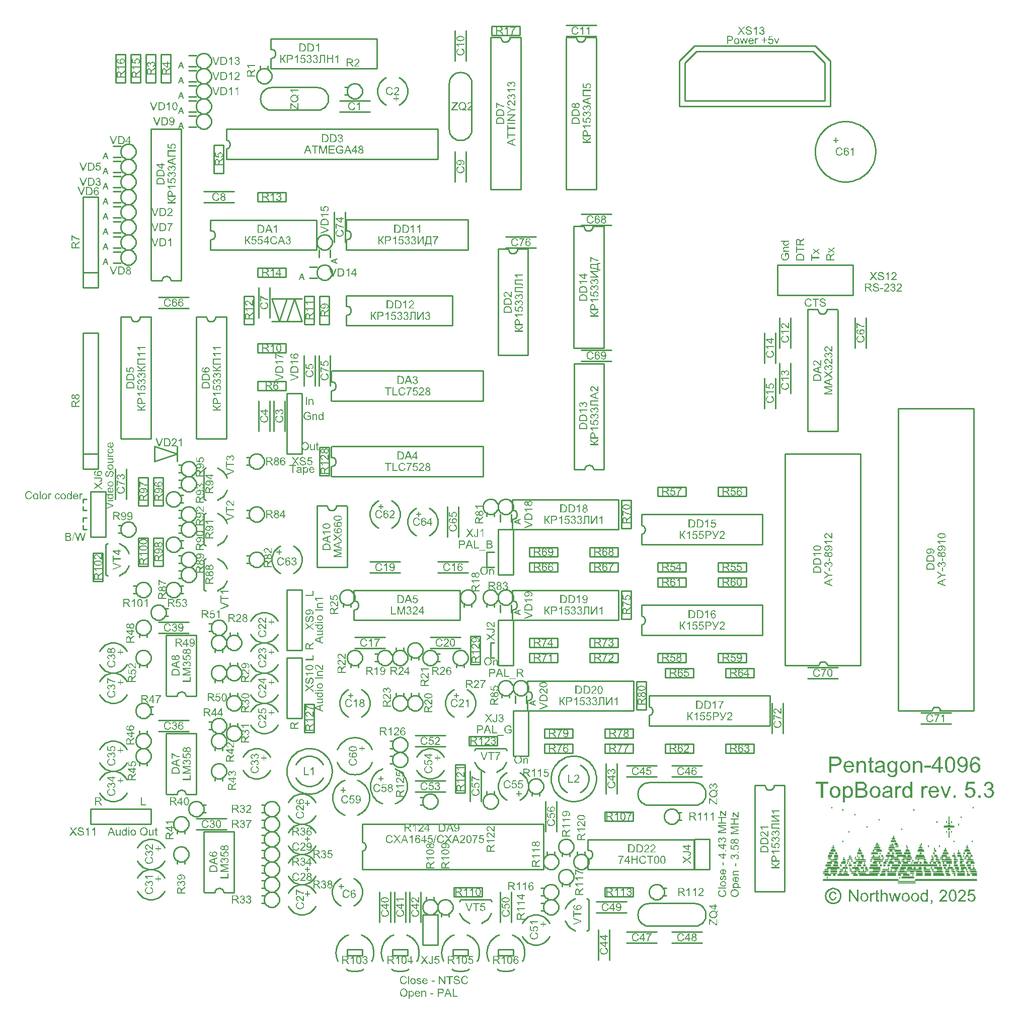
<source format=gto>
G04*
G04  File:            TOPBOARD-V5.3.0.GTO, Sat Oct 04 01:36:21 2025*
G04  Source:          P-CAD 2006 PCB, Version 19.02.958, (D:\PCAD-2006\Projects\Pentagon-4096\Hardware\TopBoard-v5.3.0.PCB)*
G04  Format:          Gerber Format (RS-274-D), ASCII*
G04*
G04  Format Options:  Absolute Positioning*
G04                   Leading-Zero Suppression*
G04                   Scale Factor 1:1*
G04                   NO Circular Interpolation*
G04                   Inch Units*
G04                   Numeric Format: 4.4 (XXXX.XXXX)*
G04                   G54 NOT Used for Aperture Change*
G04                   Apertures Embedded*
G04*
G04  File Options:    Offset = (0.0mil,0.0mil)*
G04                   Drill Symbol Size = 80.0mil*
G04                   No Pad/Via Holes*
G04*
G04  File Contents:   No Pads*
G04                   No Vias*
G04                   Designators*
G04                   Types*
G04                   Values*
G04                   No Drill Symbols*
G04                   Top Silk*
G04*
%INTOPBOARD-V5.3.0.GTO*%
%ICAS*%
%MOIN*%
G04*
G04  Aperture MACROs for general use --- invoked via D-code assignment *
G04*
G04  General MACRO for flashed round with rotation and/or offset hole *
%AMROTOFFROUND*
1,1,$1,0.0000,0.0000*
1,0,$2,$3,$4*%
G04*
G04  General MACRO for flashed oval (obround) with rotation and/or offset hole *
%AMROTOFFOVAL*
21,1,$1,$2,0.0000,0.0000,$3*
1,1,$4,$5,$6*
1,1,$4,0-$5,0-$6*
1,0,$7,$8,$9*%
G04*
G04  General MACRO for flashed oval (obround) with rotation and no hole *
%AMROTOVALNOHOLE*
21,1,$1,$2,0.0000,0.0000,$3*
1,1,$4,$5,$6*
1,1,$4,0-$5,0-$6*%
G04*
G04  General MACRO for flashed rectangle with rotation and/or offset hole *
%AMROTOFFRECT*
21,1,$1,$2,0.0000,0.0000,$3*
1,0,$4,$5,$6*%
G04*
G04  General MACRO for flashed rectangle with rotation and no hole *
%AMROTRECTNOHOLE*
21,1,$1,$2,0.0000,0.0000,$3*%
G04*
G04  General MACRO for flashed rounded-rectangle *
%AMROUNDRECT*
21,1,$1,$2-$4,0.0000,0.0000,$3*
21,1,$1-$4,$2,0.0000,0.0000,$3*
1,1,$4,$5,$6*
1,1,$4,$7,$8*
1,1,$4,0-$5,0-$6*
1,1,$4,0-$7,0-$8*
1,0,$9,$10,$11*%
G04*
G04  General MACRO for flashed rounded-rectangle with rotation and no hole *
%AMROUNDRECTNOHOLE*
21,1,$1,$2-$4,0.0000,0.0000,$3*
21,1,$1-$4,$2,0.0000,0.0000,$3*
1,1,$4,$5,$6*
1,1,$4,$7,$8*
1,1,$4,0-$5,0-$6*
1,1,$4,0-$7,0-$8*%
G04*
G04  General MACRO for flashed regular polygon *
%AMREGPOLY*
5,1,$1,0.0000,0.0000,$2,$3+$4*
1,0,$5,$6,$7*%
G04*
G04  General MACRO for flashed regular polygon with no hole *
%AMREGPOLYNOHOLE*
5,1,$1,0.0000,0.0000,$2,$3+$4*%
G04*
G04  General MACRO for target *
%AMTARGET*
6,0,0,$1,$2,$3,4,$4,$5,$6*%
G04*
G04  General MACRO for mounting hole *
%AMMTHOLE*
1,1,$1,0,0*
1,0,$2,0,0*
$1=$1-$2*
$1=$1/2*
21,1,$2+$1,$3,0,0,$4*
21,1,$3,$2+$1,0,0,$4*%
G04*
G04*
G04  D10 : "Ellipse X10.0mil Y10.0mil H0.0mil 0.0deg (0.0mil,0.0mil) Draw"*
G04  Disc: OuterDia=0.0100*
%ADD10C, 0.0100*%
G04  D11 : "Ellipse X15.0mil Y15.0mil H0.0mil 0.0deg (0.0mil,0.0mil) Draw"*
G04  Disc: OuterDia=0.0150*
%ADD11C, 0.0150*%
G04  D12 : "Ellipse X16.0mil Y16.0mil H0.0mil 0.0deg (0.0mil,0.0mil) Draw"*
G04  Disc: OuterDia=0.0160*
%ADD12C, 0.0160*%
G04  D13 : "Ellipse X20.0mil Y20.0mil H0.0mil 0.0deg (0.0mil,0.0mil) Draw"*
G04  Disc: OuterDia=0.0200*
%ADD13C, 0.0200*%
G04  D14 : "Ellipse X25.0mil Y25.0mil H0.0mil 0.0deg (0.0mil,0.0mil) Draw"*
G04  Disc: OuterDia=0.0250*
%ADD14C, 0.0250*%
G04  D15 : "Ellipse X30.0mil Y30.0mil H0.0mil 0.0deg (0.0mil,0.0mil) Draw"*
G04  Disc: OuterDia=0.0300*
%ADD15C, 0.0300*%
G04  D16 : "Ellipse X40.0mil Y40.0mil H0.0mil 0.0deg (0.0mil,0.0mil) Draw"*
G04  Disc: OuterDia=0.0400*
%ADD16C, 0.0400*%
G04  D17 : "Ellipse X5.0mil Y5.0mil H0.0mil 0.0deg (0.0mil,0.0mil) Draw"*
G04  Disc: OuterDia=0.0050*
%ADD17C, 0.0050*%
G04  D18 : "Ellipse X6.0mil Y6.0mil H0.0mil 0.0deg (0.0mil,0.0mil) Draw"*
G04  Disc: OuterDia=0.0060*
%ADD18C, 0.0060*%
G04  D19 : "Ellipse X8.0mil Y8.0mil H0.0mil 0.0deg (0.0mil,0.0mil) Draw"*
G04  Disc: OuterDia=0.0080*
%ADD19C, 0.0080*%
G04  D20 : "Ellipse X9.8mil Y9.8mil H0.0mil 0.0deg (0.0mil,0.0mil) Draw"*
G04  Disc: OuterDia=0.0098*
%ADD20C, 0.0098*%
G04  D21 : "Ellipse X9.8mil Y9.8mil H0.0mil 0.0deg (0.0mil,0.0mil) Draw"*
G04  Disc: OuterDia=0.0098*
%ADD21C, 0.0098*%
G04  D22 : "Ellipse X111.0mil Y111.0mil H0.0mil 0.0deg (0.0mil,0.0mil) Flash"*
G04  Disc: OuterDia=0.1110*
%ADD22C, 0.1110*%
G04  D23 : "Ellipse X128.0mil Y128.0mil H0.0mil 0.0deg (0.0mil,0.0mil) Flash"*
G04  Disc: OuterDia=0.1280*
%ADD23C, 0.1280*%
G04  D24 : "Ellipse X143.0mil Y143.0mil H0.0mil 0.0deg (0.0mil,0.0mil) Flash"*
G04  Disc: OuterDia=0.1430*
%ADD24C, 0.1430*%
G04  D25 : "Ellipse X200.0mil Y200.0mil H0.0mil 0.0deg (0.0mil,0.0mil) Flash"*
G04  Disc: OuterDia=0.2000*
%ADD25C, 0.2000*%
G04  D26 : "Ellipse X215.0mil Y215.0mil H0.0mil 0.0deg (0.0mil,0.0mil) Flash"*
G04  Disc: OuterDia=0.2150*
%ADD26C, 0.2150*%
G04  D27 : "Ellipse X50.0mil Y50.0mil H0.0mil 0.0deg (0.0mil,0.0mil) Flash"*
G04  Disc: OuterDia=0.0500*
%ADD27C, 0.0500*%
G04  D28 : "Ellipse X58.0mil Y58.0mil H0.0mil 0.0deg (0.0mil,0.0mil) Flash"*
G04  Disc: OuterDia=0.0580*
%ADD28C, 0.0580*%
G04  D29 : "Ellipse X60.0mil Y60.0mil H0.0mil 0.0deg (0.0mil,0.0mil) Flash"*
G04  Disc: OuterDia=0.0600*
%ADD29C, 0.0600*%
G04  D30 : "Ellipse X64.0mil Y64.0mil H0.0mil 0.0deg (0.0mil,0.0mil) Flash"*
G04  Disc: OuterDia=0.0640*
%ADD30C, 0.0640*%
G04  D31 : "Ellipse X65.0mil Y65.0mil H0.0mil 0.0deg (0.0mil,0.0mil) Flash"*
G04  Disc: OuterDia=0.0650*
%ADD31C, 0.0650*%
G04  D32 : "Ellipse X69.0mil Y69.0mil H0.0mil 0.0deg (0.0mil,0.0mil) Flash"*
G04  Disc: OuterDia=0.0690*
%ADD32C, 0.0690*%
G04  D33 : "Ellipse X73.0mil Y73.0mil H0.0mil 0.0deg (0.0mil,0.0mil) Flash"*
G04  Disc: OuterDia=0.0730*
%ADD33C, 0.0730*%
G04  D34 : "Ellipse X75.0mil Y75.0mil H0.0mil 0.0deg (0.0mil,0.0mil) Flash"*
G04  Disc: OuterDia=0.0750*
%ADD34C, 0.0750*%
G04  D35 : "Ellipse X79.0mil Y79.0mil H0.0mil 0.0deg (0.0mil,0.0mil) Flash"*
G04  Disc: OuterDia=0.0790*
%ADD35C, 0.0790*%
G04  D36 : "Ellipse X84.0mil Y84.0mil H0.0mil 0.0deg (0.0mil,0.0mil) Flash"*
G04  Disc: OuterDia=0.0840*
%ADD36C, 0.0840*%
G04  D37 : "Ellipse X90.0mil Y90.0mil H0.0mil 0.0deg (0.0mil,0.0mil) Flash"*
G04  Disc: OuterDia=0.0900*
%ADD37C, 0.0900*%
G04  D38 : "Ellipse X96.0mil Y96.0mil H0.0mil 0.0deg (0.0mil,0.0mil) Flash"*
G04  Disc: OuterDia=0.0960*
%ADD38C, 0.0960*%
G04  D39 : "Rectangle X114.0mil Y114.0mil H0.0mil 0.0deg (0.0mil,0.0mil) Flash"*
G04  Square: Side=0.1140, Rotation=0.0, OffsetX=0.0000, OffsetY=0.0000, HoleDia=0.0000*
%ADD39R, 0.1140 X0.1140*%
G04  D40 : "Rectangle X50.0mil Y50.0mil H0.0mil 0.0deg (0.0mil,0.0mil) Flash"*
G04  Square: Side=0.0500, Rotation=0.0, OffsetX=0.0000, OffsetY=0.0000, HoleDia=0.0000*
%ADD40R, 0.0500 X0.0500*%
G04  D41 : "Rectangle X60.0mil Y60.0mil H0.0mil 0.0deg (0.0mil,0.0mil) Flash"*
G04  Square: Side=0.0600, Rotation=0.0, OffsetX=0.0000, OffsetY=0.0000, HoleDia=0.0000*
%ADD41R, 0.0600 X0.0600*%
G04  D42 : "Rectangle X64.0mil Y64.0mil H0.0mil 0.0deg (0.0mil,0.0mil) Flash"*
G04  Square: Side=0.0640, Rotation=0.0, OffsetX=0.0000, OffsetY=0.0000, HoleDia=0.0000*
%ADD42R, 0.0640 X0.0640*%
G04  D43 : "Rectangle X65.0mil Y65.0mil H0.0mil 0.0deg (0.0mil,0.0mil) Flash"*
G04  Square: Side=0.0650, Rotation=0.0, OffsetX=0.0000, OffsetY=0.0000, HoleDia=0.0000*
%ADD43R, 0.0650 X0.0650*%
G04  D44 : "Rectangle X69.0mil Y69.0mil H0.0mil 0.0deg (0.0mil,0.0mil) Flash"*
G04  Square: Side=0.0690, Rotation=0.0, OffsetX=0.0000, OffsetY=0.0000, HoleDia=0.0000*
%ADD44R, 0.0690 X0.0690*%
G04  D45 : "Rectangle X75.0mil Y75.0mil H0.0mil 0.0deg (0.0mil,0.0mil) Flash"*
G04  Square: Side=0.0750, Rotation=0.0, OffsetX=0.0000, OffsetY=0.0000, HoleDia=0.0000*
%ADD45R, 0.0750 X0.0750*%
G04  D46 : "Rectangle X79.0mil Y79.0mil H0.0mil 0.0deg (0.0mil,0.0mil) Flash"*
G04  Square: Side=0.0790, Rotation=0.0, OffsetX=0.0000, OffsetY=0.0000, HoleDia=0.0000*
%ADD46R, 0.0790 X0.0790*%
G04  D47 : "Rectangle X84.0mil Y84.0mil H0.0mil 0.0deg (0.0mil,0.0mil) Flash"*
G04  Square: Side=0.0840, Rotation=0.0, OffsetX=0.0000, OffsetY=0.0000, HoleDia=0.0000*
%ADD47R, 0.0840 X0.0840*%
G04  D48 : "Rectangle X99.0mil Y99.0mil H0.0mil 0.0deg (0.0mil,0.0mil) Flash"*
G04  Square: Side=0.0990, Rotation=0.0, OffsetX=0.0000, OffsetY=0.0000, HoleDia=0.0000*
%ADD48R, 0.0990 X0.0990*%
G04  D49 : "Ellipse X30.0mil Y30.0mil H0.0mil 0.0deg (0.0mil,0.0mil) Flash"*
G04  Disc: OuterDia=0.0300*
%ADD49C, 0.0300*%
G04  D50 : "Ellipse X45.0mil Y45.0mil H0.0mil 0.0deg (0.0mil,0.0mil) Flash"*
G04  Disc: OuterDia=0.0450*
%ADD50C, 0.0450*%
G04*
%FSLAX44Y44*%
%SFA1B1*%
%OFA0.0000B0.0000*%
G04*
G70*
G90*
G01*
D2*
%LNTop Silk*%
%LPD*%
D10*
X106000Y185750*
X106250D1*
Y185250D2*
X106000D1*
Y185000*
Y184750D2*
Y184500D1*
X106250*
Y186500D2*
X106000D1*
Y186250*
X133000Y176000D2*
X133250D1*
X132750Y182000D2*
X133250D1*
D2*
D19*
X155290Y161500*
Y161420D1*
X155050Y161740D2*
X155370D1*
X155050Y161820D2*
X155370D1*
X155130Y161900D2*
X155370D1*
X155530Y161740D2*
X155930D1*
X155530Y161820D2*
X155930D1*
X155530Y161900D2*
X155930D1*
X155690Y161660D2*
X155850D1*
X155130D2*
X155530D1*
X155690Y161580D2*
X155850D1*
X155130D2*
X155530D1*
X155210Y162220D2*
X155530D1*
X155210Y162300D2*
X155530D1*
X155290Y162380D2*
X155610D1*
X155850Y163020D2*
X155930D1*
X155850Y163100D2*
X155930D1*
X155530Y162540D2*
X155930D1*
X155530Y162620D2*
X155930D1*
X155370Y162700D2*
X155530D1*
X155370Y162780D2*
X155530D1*
X155370Y162860D2*
X155610D1*
X155370Y162940D2*
X155610D1*
X155450Y163020D2*
X155690D1*
X155450Y163100D2*
X155690D1*
X155530Y163180D2*
X155850D1*
X155290Y162460D2*
X155610D1*
Y163340D2*
X155770D1*
X155610Y163420D2*
X155770D1*
X155690Y163500D2*
Y163580D1*
X155530Y163260D2*
X155850D1*
X155610Y166060D2*
Y166140D1*
D2*
D10*
D19*
X157370Y161740*
X157850D1*
X157370Y161820D2*
X157850D1*
X157130Y161900D2*
X157450D1*
X157850D2*
X158010D1*
X158090Y161740D2*
X158730D1*
X158090Y161820D2*
X158730D1*
X158330Y161900D2*
X158810D1*
X157050Y161660D2*
X157290D1*
X157450D2*
X158650D1*
X157050Y161580D2*
X157290D1*
X157450D2*
X158650D1*
X156890Y161740D2*
X157210D1*
X156890Y161820D2*
X157210D1*
X156810Y161900D2*
X156890D1*
X156410Y161740D2*
X156650D1*
X156410Y161820D2*
X156650D1*
X156090Y161740D2*
X156250D1*
X156090Y161820D2*
X156250D1*
X156170Y161900D2*
X156330D1*
X156490Y162220D2*
X156570D1*
X156490Y162300D2*
X156570D1*
X156810Y162140D2*
Y162060D1*
X156970D2*
X157370D1*
X156970Y162140D2*
X157370D1*
X157530Y162060D2*
X157690D1*
X157530Y162140D2*
X157690D1*
X157850Y162060D2*
X157930D1*
X157850Y162140D2*
X157930D1*
X157130Y162220D2*
Y162300D1*
X157290Y162220D2*
X157530D1*
X157290Y162300D2*
X157530D1*
X157690Y162220D2*
X157850D1*
X157690Y162300D2*
X157850D1*
X158810Y162220D2*
X158890D1*
X158810Y162300D2*
X158890D1*
X158090Y162060D2*
X158810D1*
X158090Y162140D2*
X158810D1*
X158170Y162220D2*
X158650D1*
X158170Y162300D2*
X158650D1*
X156730Y162220D2*
X156890D1*
X156730Y162300D2*
X156890D1*
X157050Y162380D2*
X157210D1*
X157370D2*
X157610D1*
X158730D2*
X158810D1*
X158330D2*
X158570D1*
X156330Y162060D2*
X156650D1*
X156330Y162140D2*
X156650D1*
X156330Y162540D2*
X156490D1*
X156330Y162620D2*
X156490D1*
X156410Y162700D2*
Y162780D1*
X156810Y162860D2*
Y162940D1*
X157210Y162540D2*
X157850D1*
X157210Y162620D2*
X157850D1*
X158170Y162540D2*
X158250D1*
X158170Y162620D2*
X158250D1*
X157130Y162700D2*
X157210D1*
X157130Y162780D2*
X157210D1*
X157370Y162700D2*
X157450D1*
X157370Y162780D2*
X157450D1*
X157610Y162700D2*
X157690D1*
X157610Y162780D2*
X157690D1*
X157290Y162860D2*
Y162940D1*
X157530Y162860D2*
X157690D1*
X157530Y162940D2*
X157690D1*
X158330Y162860D2*
X158410D1*
X158330Y162940D2*
X158410D1*
X157290Y163020D2*
X157610D1*
X157290Y163100D2*
X157610D1*
X157370Y163180D2*
X157530D1*
X158330D2*
X158410D1*
X158730Y162860D2*
Y162940D1*
X158810Y163020D2*
Y163100D1*
X158570Y163180D2*
X158890D1*
X158250Y162700D2*
X158810D1*
X158250Y162780D2*
X158810D1*
X158250Y163020D2*
X158650D1*
X158250Y163100D2*
X158650D1*
X156890Y162540D2*
X156970D1*
X156890Y162620D2*
X156970D1*
X156730Y162700D2*
X156890D1*
X156730Y162780D2*
X156890D1*
X156650Y162540D2*
X156730D1*
X156650Y162620D2*
X156730D1*
X157050Y162460D2*
X157210D1*
X157370D2*
X157610D1*
X158730D2*
X158810D1*
X158330D2*
X158570D1*
X156810Y162380D2*
Y162460D1*
X157770Y162380D2*
Y162460D1*
X156650Y162380D2*
Y162460D1*
X156170Y162220D2*
X156250D1*
X156170Y162300D2*
X156250D1*
Y162380D2*
X156490D1*
X156250Y162460D2*
X156490D1*
X156330Y163820D2*
Y163900D1*
X156730Y164460D2*
Y164540D1*
X157450Y163340D2*
Y163420D1*
X158570Y163660D2*
X158650D1*
X158570Y163740D2*
X158650D1*
X158410Y163340D2*
X158810D1*
X158410Y163420D2*
X158810D1*
X158490Y163500D2*
X158730D1*
X158490Y163580D2*
X158730D1*
X157930Y164780D2*
Y164860D1*
X157370Y163260D2*
X157530D1*
X158330D2*
X158410D1*
X158570D2*
X158890D1*
X158730Y165260D2*
Y165340D1*
X156330Y165900D2*
Y165980D1*
X157130Y165580D2*
Y165660D1*
X160010Y161100D2*
X161130D1*
X160010Y161180D2*
X161130D1*
X160090Y161500D2*
Y161420D1*
X160250D2*
X161050D1*
X160250Y161500D2*
X161050D1*
X160010Y161740D2*
X160570D1*
X160010Y161820D2*
X160570D1*
X160810Y161740D2*
X161050D1*
X160810Y161820D2*
X161050D1*
X160090Y161900D2*
X160410D1*
X161210Y161740D2*
X161610D1*
X161210Y161820D2*
X161610D1*
X160570Y161900D2*
X161530D1*
X160010Y161660D2*
X160170D1*
X160330D2*
X160730D1*
X161210D2*
X161610D1*
X160010Y161580D2*
X160170D1*
X160330D2*
X160730D1*
X161210D2*
X161610D1*
X160970Y161660D2*
Y161580D1*
X159770Y161900D2*
X159930D1*
X159290Y161740D2*
X159850D1*
X159290Y161820D2*
X159850D1*
X159290Y161660D2*
X159850D1*
X159290Y161580D2*
X159850D1*
X159050Y162220D2*
X159130D1*
X159050Y162300D2*
X159130D1*
X159370Y162060D2*
Y162140D1*
X159290Y162220D2*
X159450D1*
X159290Y162300D2*
X159450D1*
X160170Y162060D2*
X160490D1*
X160170Y162140D2*
X160490D1*
X160650Y162060D2*
X160890D1*
X160650Y162140D2*
X160890D1*
X161050Y162060D2*
X161130D1*
X161050Y162140D2*
X161130D1*
X161690Y162060D2*
X161850D1*
X161690Y162140D2*
X161850D1*
X161370Y162060D2*
X161530D1*
X161370Y162140D2*
X161530D1*
X160010Y162380D2*
X160170D1*
X160330D2*
X160650D1*
X161050D2*
X161290D1*
X161690D2*
X161930D1*
X161450D2*
X161530D1*
X159530Y162060D2*
X160010D1*
X159530Y162140D2*
X160010D1*
X159610Y162220D2*
X160090D1*
X159610Y162300D2*
X160090D1*
X159370Y162380D2*
X159690D1*
X159290Y162700D2*
X159370D1*
X159290Y162780D2*
X159370D1*
X159290Y163020D2*
X159450D1*
X159290Y163100D2*
X159450D1*
X160250Y162540D2*
X160410D1*
X160250Y162620D2*
X160410D1*
X160570Y162540D2*
X160810D1*
X160570Y162620D2*
X160810D1*
X160970Y162540D2*
Y162620D1*
X161290Y162540D2*
X161370D1*
X161290Y162620D2*
X161370D1*
X160330Y162700D2*
X160890D1*
X160330Y162780D2*
X160890D1*
X159930Y162860D2*
X160490D1*
X159930Y162940D2*
X160490D1*
X160650Y162860D2*
X160810D1*
X160650Y162940D2*
X160810D1*
X160410Y163020D2*
X160810D1*
X160410Y163100D2*
X160810D1*
X160490Y163180D2*
X160730D1*
X161690Y162540D2*
X161850D1*
X161690Y162620D2*
X161850D1*
X161130Y162700D2*
X161770D1*
X161130Y162780D2*
X161770D1*
X161210Y162860D2*
X161690D1*
X161210Y162940D2*
X161690D1*
X161450Y163020D2*
X161530D1*
X161450Y163100D2*
X161530D1*
X161290Y163180D2*
X161690D1*
X159850Y163020D2*
X160250D1*
X159850Y163100D2*
X160250D1*
X159770Y162540D2*
X160090D1*
X159770Y162620D2*
X160090D1*
X159770Y163180D2*
X160170D1*
X159450Y162540D2*
X159610D1*
X159450Y162620D2*
X159610D1*
Y163020D2*
X159690D1*
X159610Y163100D2*
X159690D1*
X159450Y163180D2*
X159610D1*
X159530Y162700D2*
X160010D1*
X159530Y162780D2*
X160010D1*
Y162460D2*
X160170D1*
X160330D2*
X160650D1*
X161050D2*
X161290D1*
X161690D2*
X161930D1*
X161450D2*
X161530D1*
X160890Y162380D2*
Y162460D1*
X159370D2*
X159690D1*
X159050Y162380D2*
X159210D1*
X159130Y162540D2*
X159290D1*
X159130Y162620D2*
X159290D1*
X159210Y162860D2*
X159690D1*
X159210Y162940D2*
X159690D1*
X159050Y162460D2*
X159210D1*
X159690Y164140D2*
Y164220D1*
X160570Y163340D2*
X160650D1*
X160570Y163420D2*
X160650D1*
X160570Y163500D2*
Y163580D1*
X161370Y163340D2*
X161610D1*
X161370Y163420D2*
X161610D1*
X161450Y163500D2*
X161530D1*
X161450Y163580D2*
X161530D1*
Y163660D2*
Y163740D1*
X160250Y164620D2*
Y164700D1*
X159850Y163500D2*
X160010D1*
X159850Y163580D2*
X160010D1*
X159770Y163660D2*
X159930D1*
X159770Y163740D2*
X159930D1*
X159450Y163500D2*
X159690D1*
X159450Y163580D2*
X159690D1*
X159610Y163660D2*
Y163740D1*
X159370Y163340D2*
X159770D1*
X159370Y163420D2*
X159770D1*
X159610Y163980D2*
X159770D1*
X159610Y164060D2*
X159770D1*
X159530Y163820D2*
X159850D1*
X159530Y163900D2*
X159850D1*
X160490Y163260D2*
X160730D1*
X161290D2*
X161690D1*
X159770D2*
X160170D1*
X159450D2*
X159610D1*
X161050Y165900D2*
Y165980D1*
X163130Y161740D2*
X163370D1*
X163130Y161820D2*
X163370D1*
X163610Y161740D2*
X163770D1*
X163610Y161820D2*
X163770D1*
X163930Y161740D2*
X164410D1*
X163930Y161820D2*
X164410D1*
X163130Y161900D2*
X163370D1*
X163530D2*
X163690D1*
X163850D2*
X164010D1*
X164170D2*
X164330D1*
X164570Y161740D2*
X164650D1*
X164570Y161820D2*
X164650D1*
X164490Y161900D2*
X164570D1*
X163210Y161660D2*
X163450D1*
X163690D2*
X163770D1*
X163930D2*
X164410D1*
X164570D2*
X164730D1*
X163210Y161580D2*
X163450D1*
X163690D2*
X163770D1*
X163930D2*
X164410D1*
X164570D2*
X164730D1*
X162330Y161740D2*
X162970D1*
X162330Y161820D2*
X162970D1*
X162570Y161900D2*
X162890D1*
X162330Y161660D2*
X163050D1*
X162330Y161580D2*
X163050D1*
X162250Y161900D2*
X162330D1*
X162090Y162380D2*
X162170D1*
X162330D2*
X162490D1*
X162730Y162220D2*
X162810D1*
X162730Y162300D2*
X162810D1*
X163050Y162060D2*
X163130D1*
X163050Y162140D2*
X163130D1*
X163290Y162060D2*
X163610D1*
X163290Y162140D2*
X163610D1*
X163770Y162060D2*
X164010D1*
X163770Y162140D2*
X164010D1*
X162970Y162220D2*
X163210D1*
X162970Y162300D2*
X163210D1*
X163370Y162220D2*
X163450D1*
X163370Y162300D2*
X163450D1*
X163690Y162220D2*
X163930D1*
X163690Y162300D2*
X163930D1*
X164090Y162220D2*
X164410D1*
X164090Y162300D2*
X164410D1*
X164650Y162060D2*
X164810D1*
X164650Y162140D2*
X164810D1*
X164570Y162220D2*
X164810D1*
X164570Y162300D2*
X164810D1*
X164170Y162060D2*
X164490D1*
X164170Y162140D2*
X164490D1*
X162970Y162380D2*
X163050D1*
X163210D2*
X163530D1*
X163690D2*
X163850D1*
X164090D2*
X164250D1*
X164490D2*
X164650D1*
X162410Y162060D2*
X162890D1*
X162410Y162140D2*
X162890D1*
X162650Y162380D2*
X162810D1*
X162410Y162860D2*
X162570D1*
X162410Y162940D2*
X162570D1*
X162330Y163020D2*
X162410D1*
X162330Y163100D2*
X162410D1*
Y163180D2*
X162490D1*
X163690Y162540D2*
X163930D1*
X163690Y162620D2*
X163930D1*
X164090Y162540D2*
X164330D1*
X164090Y162620D2*
X164330D1*
X163130Y162700D2*
X163450D1*
X163130Y162780D2*
X163450D1*
X163690Y162700D2*
X163850D1*
X163690Y162780D2*
X163850D1*
X164090Y162700D2*
X164250D1*
X164090Y162780D2*
X164250D1*
X163610Y162860D2*
X163770D1*
X163610Y162940D2*
X163770D1*
X163930Y162860D2*
X164170D1*
X163930Y162940D2*
X164170D1*
X164330Y162860D2*
Y162940D1*
X162970Y163020D2*
X163290D1*
X162970Y163100D2*
X163290D1*
X163690Y163020D2*
Y163100D1*
X163930Y163020D2*
X164090D1*
X163930Y163100D2*
X164090D1*
X164330Y163020D2*
X164410D1*
X164330Y163100D2*
X164410D1*
X163050Y163180D2*
X163210D1*
X164650Y162700D2*
X164810D1*
X164650Y162780D2*
X164810D1*
Y162860D2*
X164890D1*
X164810Y162940D2*
X164890D1*
X164570Y163020D2*
X164810D1*
X164570Y163100D2*
X164810D1*
X164410Y162700D2*
X164490D1*
X164410Y162780D2*
X164490D1*
Y162860D2*
X164650D1*
X164490Y162940D2*
X164650D1*
X164410Y163180D2*
X164730D1*
X162890Y162540D2*
X163530D1*
X162890Y162620D2*
X163530D1*
X162810Y162700D2*
X162970D1*
X162810Y162780D2*
X162970D1*
X162890Y162860D2*
X163210D1*
X162890Y162940D2*
X163210D1*
X162490Y162700D2*
X162650D1*
X162490Y162780D2*
X162650D1*
X162490Y162540D2*
X162730D1*
X162490Y162620D2*
X162730D1*
X162090Y162460D2*
X162170D1*
X162330D2*
X162490D1*
X162970D2*
X163050D1*
X163210D2*
X163530D1*
X163690D2*
X163850D1*
X164090D2*
X164250D1*
X164490D2*
X164650D1*
X162650D2*
X162810D1*
X162170Y162060D2*
X162250D1*
X162170Y162140D2*
X162250D1*
X162170Y162540D2*
X162330D1*
X162170Y162620D2*
X162330D1*
X162250Y162700D2*
X162330D1*
X162250Y162780D2*
X162330D1*
X162250Y162860D2*
Y162940D1*
X162410Y163340D2*
Y163420D1*
X162730Y163500D2*
Y163580D1*
X163130Y163340D2*
Y163420D1*
X163690Y163820D2*
Y163900D1*
X163370Y164140D2*
Y164540D1*
X163210Y164460D2*
Y164540D1*
X163530Y164460D2*
Y164540D1*
X164570Y163500D2*
Y163580D1*
X164890Y163820D2*
Y163900D1*
X164490Y163340D2*
X164650D1*
X164490Y163420D2*
X164650D1*
X163050Y164780D2*
X163690D1*
X163050Y164860D2*
X163690D1*
X163290Y164940D2*
X163450D1*
X163290Y164700D2*
X163450D1*
X163290Y164620D2*
X163450D1*
X162410Y163260D2*
X162490D1*
X163050D2*
X163210D1*
X164010Y163180D2*
Y163260D1*
X164410D2*
X164730D1*
X162570Y165100D2*
Y165180D1*
X163210Y165100D2*
Y165180D1*
X163530Y165100D2*
Y165180D1*
X163370Y165100D2*
Y165500D1*
X164170Y165420D2*
Y165500D1*
D2*
D10*
X106000Y186000*
Y185750D1*
X133000Y177000D2*
Y176000D1*
X133250Y177000D2*
X133000D1*
X133250Y183000D2*
X132750D1*
Y182000*
D2*
D19*
X155130Y161980*
X155370D1*
X155530D2*
X155930D1*
X156490D2*
Y161900D1*
X157130Y161980D2*
X157450D1*
X157690Y161900D2*
Y161980D1*
X157850D2*
X158010D1*
X158330D2*
X158810D1*
X156810D2*
X156890D1*
X156170D2*
X156330D1*
X159530Y161900D2*
Y161980D1*
X160090D2*
X160410D1*
X160570D2*
X161530D1*
X159770D2*
X159930D1*
X163130D2*
X163370D1*
X163530D2*
X163690D1*
X163850D2*
X164010D1*
X164170D2*
X164330D1*
X164490D2*
X164570D1*
X162570D2*
X162890D1*
X162250D2*
X162330D1*
X163290Y165020D2*
X163450D1*
X164010Y164940D2*
Y165020D1*
D2*
D10*
D19*
X156010Y161660*
X156730D1*
X156010Y161580D2*
X156730D1*
D2*
D10*
X155681Y159750*
X155778Y159759D1*
X155872Y159788*
X155959Y159834*
X156034Y159896*
X156097Y159972*
X156143Y160058*
X156171Y160152*
X156181Y160250*
X156171Y160347*
X156143Y160441*
X156097Y160527*
X156034Y160603*
X155959Y160665*
X155872Y160712*
X155778Y160740*
X155681Y160750*
X155583Y160740*
X155490Y160712*
X155403Y160665*
X155327Y160603*
X155265Y160527*
X155219Y160441*
X155190Y160347*
X155181Y160250*
X155190Y160152*
X155219Y160058*
X155265Y159972*
X155327Y159896*
X155403Y159834*
X155490Y159788*
X155583Y159759*
X155681Y159750*
D2*
D19*
X155690Y162220*
X156010D1*
X155690Y162300D2*
X156010D1*
X155290Y162060D2*
X156090D1*
X155290Y162140D2*
X156090D1*
X155770Y162380D2*
X156010D1*
X155770Y162700D2*
X156010D1*
X155770Y162780D2*
X156010D1*
X155770Y162860D2*
X156010D1*
X155770Y162940D2*
X156010D1*
X155770Y162460D2*
X156010D1*
X158890Y161740D2*
X159130D1*
X158890Y161820D2*
X159130D1*
X158810Y161660D2*
X159130D1*
X158810Y161580D2*
X159130D1*
X161770Y161740D2*
X162170D1*
X161770Y161820D2*
X162170D1*
X161690Y161900D2*
X162090D1*
X161770Y161660D2*
X162170D1*
X161770Y161580D2*
X162170D1*
X158970Y161900D2*
X159370D1*
X164730D2*
X165130D1*
X164810Y161740D2*
X165210D1*
X164810Y161820D2*
X165210D1*
X164890Y161660D2*
X165210D1*
X164890Y161580D2*
X165210D1*
X161130Y161260D2*
X165210D1*
X161130Y161340D2*
X165210D1*
X158970Y162700D2*
X159050D1*
X158970Y162780D2*
X159050D1*
X158890Y162860D2*
X158970D1*
X158890Y162940D2*
X158970D1*
X158410Y162540D2*
X158970D1*
X158410Y162620D2*
X158970D1*
X160250Y162220D2*
X162570D1*
X160250Y162300D2*
X162570D1*
X162010Y163500D2*
Y163580D1*
X164970Y162060D2*
X165050D1*
X164970Y162140D2*
X165050D1*
X164970Y162220D2*
Y162300D1*
X164810Y162380D2*
X165050D1*
X164570Y162540D2*
X164970D1*
X164570Y162620D2*
X164970D1*
X164810Y162460D2*
X165050D1*
X164970Y166060D2*
Y166140D1*
X161690Y161980D2*
X162090D1*
X158970D2*
X159370D1*
X164730D2*
X165130D1*
X155050Y161260D2*
X160010D1*
X155050Y161340D2*
X160010D1*
D2*
D10*
X109750Y175350*
Y175550D1*
X110250Y175350D2*
Y175550D1*
X110000Y175499D2*
X110097Y175509D1*
X110191Y175538*
X110277Y175584*
X110353Y175646*
X110415Y175722*
X110461Y175808*
X110490Y175902*
X110500Y176000*
X110490Y176097*
X110461Y176191*
X110415Y176277*
X110353Y176353*
X110277Y176415*
X110191Y176461*
X110097Y176490*
X110000Y176500*
X109902Y176490*
X109808Y176461*
X109722Y176415*
X109646Y176353*
X109584Y176277*
X109538Y176191*
X109509Y176097*
X109499Y176000*
X109509Y175902*
X109538Y175808*
X109584Y175722*
X109646Y175646*
X109722Y175584*
X109808Y175538*
X109902Y175509*
X110000Y175499*
X108125Y186500D2*
Y188500D1*
X108875D2*
Y186500D1*
X118375Y200500D2*
Y198500D1*
X117625D2*
Y200500D1*
X131500Y181625D2*
X129500D1*
Y182375D2*
X131500D1*
X130625Y207500D2*
Y209500D1*
X131375D2*
Y207500D1*
X151875Y194500D2*
Y192500D1*
X151125D2*
Y194500D1*
Y195500D2*
Y197500D1*
X151875D2*
Y195500D1*
X110250Y171150D2*
Y170950D1*
X109750Y171150D2*
Y170950D1*
X110000Y171000D2*
X109902Y170990D1*
X109808Y170961*
X109722Y170915*
X109646Y170853*
X109584Y170777*
X109538Y170691*
X109509Y170597*
X109499Y170500*
X109509Y170402*
X109538Y170308*
X109584Y170222*
X109646Y170146*
X109722Y170084*
X109808Y170038*
X109902Y170009*
X110000Y169999*
X110097Y170009*
X110191Y170038*
X110277Y170084*
X110353Y170146*
X110415Y170222*
X110461Y170308*
X110490Y170402*
X110500Y170500*
X110490Y170597*
X110461Y170691*
X110415Y170777*
X110353Y170853*
X110277Y170915*
X110191Y170961*
X110097Y170990*
X110000Y171000*
X109750Y177350D2*
Y177550D1*
X110250Y177350D2*
Y177550D1*
X110000Y177499D2*
X110097Y177509D1*
X110191Y177538*
X110277Y177584*
X110353Y177646*
X110415Y177722*
X110461Y177808*
X110490Y177902*
X110500Y178000*
X110490Y178097*
X110461Y178191*
X110415Y178277*
X110353Y178353*
X110277Y178415*
X110191Y178461*
X110097Y178490*
X110000Y178500*
X109902Y178490*
X109808Y178461*
X109722Y178415*
X109646Y178353*
X109584Y178277*
X109538Y178191*
X109509Y178097*
X109499Y178000*
X109509Y177902*
X109538Y177808*
X109584Y177722*
X109646Y177646*
X109722Y177584*
X109808Y177538*
X109902Y177509*
X110000Y177499*
X109350Y180750D2*
X109550D1*
X109350Y180250D2*
X109550D1*
X109499Y180500D2*
X109509Y180402D1*
X109538Y180308*
X109584Y180222*
X109646Y180146*
X109722Y180084*
X109808Y180038*
X109902Y180009*
X110000Y179999*
X110097Y180009*
X110191Y180038*
X110277Y180084*
X110353Y180146*
X110415Y180222*
X110461Y180308*
X110490Y180402*
X110500Y180500*
X110490Y180597*
X110461Y180691*
X110415Y180777*
X110353Y180853*
X110277Y180915*
X110191Y180961*
X110097Y180990*
X110000Y181000*
X109902Y180990*
X109808Y180961*
X109722Y180915*
X109646Y180853*
X109584Y180777*
X109538Y180691*
X109509Y180597*
X109499Y180500*
X110312Y187937D2*
X109687D1*
X110312Y186062D2*
X109687D1*
Y187937*
X110312D2*
Y186062D1*
X109812Y215937D2*
X109187D1*
X109812Y214062D2*
X109187D1*
Y215937*
X109812D2*
Y214062D1*
X108812Y215937D2*
X108187D1*
X108812Y214062D2*
X108187D1*
Y215937*
X108812D2*
Y214062D1*
X112250Y162350D2*
Y162550D1*
X112750Y162350D2*
Y162550D1*
X112500Y162499D2*
X112597Y162509D1*
X112691Y162538*
X112777Y162584*
X112853Y162646*
X112915Y162722*
X112961Y162808*
X112990Y162902*
X113000Y163000*
X112990Y163097*
X112961Y163191*
X112915Y163277*
X112853Y163353*
X112777Y163415*
X112691Y163461*
X112597Y163490*
X112500Y163500*
X112402Y163490*
X112308Y163461*
X112222Y163415*
X112146Y163353*
X112084Y163277*
X112038Y163191*
X112009Y163097*
X111999Y163000*
X112009Y162902*
X112038Y162808*
X112084Y162722*
X112146Y162646*
X112222Y162584*
X112308Y162538*
X112402Y162509*
X112500Y162499*
X112250Y164350D2*
Y164550D1*
X112750Y164350D2*
Y164550D1*
X112500Y164499D2*
X112597Y164509D1*
X112691Y164538*
X112777Y164584*
X112853Y164646*
X112915Y164722*
X112961Y164808*
X112990Y164902*
X113000Y165000*
X112990Y165097*
X112961Y165191*
X112915Y165277*
X112853Y165353*
X112777Y165415*
X112691Y165461*
X112597Y165490*
X112500Y165500*
X112402Y165490*
X112308Y165461*
X112222Y165415*
X112146Y165353*
X112084Y165277*
X112038Y165191*
X112009Y165097*
X111999Y165000*
X112009Y164902*
X112038Y164808*
X112084Y164722*
X112146Y164646*
X112222Y164584*
X112308Y164538*
X112402Y164509*
X112500Y164499*
X111812Y215937D2*
X111187D1*
X111812Y214062D2*
X111187D1*
Y215937*
X111812D2*
Y214062D1*
X114750Y167850D2*
Y168050D1*
X115250Y167850D2*
Y168050D1*
X115000Y167999D2*
X115097Y168009D1*
X115191Y168038*
X115277Y168084*
X115353Y168146*
X115415Y168222*
X115461Y168308*
X115490Y168402*
X115500Y168500*
X115490Y168597*
X115461Y168691*
X115415Y168777*
X115353Y168853*
X115277Y168915*
X115191Y168961*
X115097Y168990*
X115000Y169000*
X114902Y168990*
X114808Y168961*
X114722Y168915*
X114646Y168853*
X114584Y168777*
X114538Y168691*
X114509Y168597*
X114499Y168500*
X114509Y168402*
X114538Y168308*
X114584Y168222*
X114646Y168146*
X114722Y168084*
X114808Y168038*
X114902Y168009*
X115000Y167999*
X114750Y174350D2*
Y174550D1*
X115250Y174350D2*
Y174550D1*
X115000Y174499D2*
X115097Y174509D1*
X115191Y174538*
X115277Y174584*
X115353Y174646*
X115415Y174722*
X115461Y174808*
X115490Y174902*
X115500Y175000*
X115490Y175097*
X115461Y175191*
X115415Y175277*
X115353Y175353*
X115277Y175415*
X115191Y175461*
X115097Y175490*
X115000Y175500*
X114902Y175490*
X114808Y175461*
X114722Y175415*
X114646Y175353*
X114584Y175277*
X114538Y175191*
X114509Y175097*
X114499Y175000*
X114509Y174902*
X114538Y174808*
X114584Y174722*
X114646Y174646*
X114722Y174584*
X114808Y174538*
X114902Y174509*
X115000Y174499*
X115312Y209937D2*
X114687D1*
X115312Y208062D2*
X114687D1*
Y209937*
X115312D2*
Y208062D1*
X118625Y191000D2*
Y193000D1*
X119375D2*
Y191000D1*
X117625D2*
Y193000D1*
X118375D2*
Y191000D1*
X119500Y199750D2*
X118500D1*
X119500Y198250D2*
X118500D1*
X119500Y199750D2*
X119000Y198250D1*
X118500Y199750*
X120687Y171062D2*
X121312D1*
X120687Y172937D2*
X121312D1*
Y171062*
X120687D2*
Y172937D1*
X121687Y188062D2*
X122312D1*
X121687Y189937D2*
X122312D1*
Y188062*
X121687D2*
Y189937D1*
X122312Y199937D2*
X121687D1*
X122312Y198062D2*
X121687D1*
Y199937*
X122312D2*
Y198062D1*
X120687D2*
X121312D1*
X120687Y199937D2*
X121312D1*
Y198062*
X120687D2*
Y199937D1*
X121375Y196000D2*
Y194000D1*
X120625D2*
Y196000D1*
X122375D2*
Y194000D1*
X121625D2*
Y196000D1*
X127375Y160500D2*
Y158500D1*
X126625D2*
Y160500D1*
X128375D2*
Y158500D1*
X127625D2*
Y160500D1*
X127250Y176650D2*
Y176450D1*
X126750Y176650D2*
Y176450D1*
X127000Y176500D2*
X126902Y176490D1*
X126808Y176461*
X126722Y176415*
X126646Y176353*
X126584Y176277*
X126538Y176191*
X126509Y176097*
X126499Y176000*
X126509Y175902*
X126538Y175808*
X126584Y175722*
X126646Y175646*
X126722Y175584*
X126808Y175538*
X126902Y175509*
X127000Y175499*
X127097Y175509*
X127191Y175538*
X127277Y175584*
X127353Y175646*
X127415Y175722*
X127461Y175808*
X127490Y175902*
X127500Y176000*
X127490Y176097*
X127461Y176191*
X127415Y176277*
X127353Y176353*
X127277Y176415*
X127191Y176461*
X127097Y176490*
X127000Y176500*
X129750Y158850D2*
Y159050D1*
X130250Y158850D2*
Y159050D1*
X130000Y158999D2*
X130097Y159009D1*
X130191Y159038*
X130277Y159084*
X130353Y159146*
X130415Y159222*
X130461Y159308*
X130490Y159402*
X130500Y159500*
X130490Y159597*
X130461Y159691*
X130415Y159777*
X130353Y159853*
X130277Y159915*
X130191Y159961*
X130097Y159990*
X130000Y160000*
X129902Y159990*
X129808Y159961*
X129722Y159915*
X129646Y159853*
X129584Y159777*
X129538Y159691*
X129509Y159597*
X129499Y159500*
X129509Y159402*
X129538Y159308*
X129584Y159222*
X129646Y159146*
X129722Y159084*
X129808Y159038*
X129902Y159009*
X130000Y158999*
X130125Y184000D2*
Y186000D1*
X130875D2*
Y184000D1*
X130250Y211000D2*
X130256Y210902D1*
X130275Y210805*
X130307Y210712*
X130350Y210625*
X130404Y210543*
X130469Y210469*
X130543Y210404*
X130625Y210350*
X130712Y210307*
X130805Y210275*
X130902Y210256*
X131000Y210250*
X131097Y210256*
X131194Y210275*
X131287Y210307*
X131375Y210350*
X131456Y210404*
X131530Y210469*
X131595Y210543*
X131649Y210625*
X131692Y210712*
X131724Y210805*
X131743Y210902*
X131750Y211000*
Y214000D2*
X131743Y214097D1*
X131724Y214194*
X131692Y214287*
X131649Y214375*
X131595Y214456*
X131530Y214530*
X131456Y214595*
X131375Y214649*
X131287Y214692*
X131194Y214724*
X131097Y214743*
X131000Y214750*
X130902Y214743*
X130805Y214724*
X130712Y214692*
X130625Y214649*
X130543Y214595*
X130469Y214530*
X130404Y214456*
X130350Y214375*
X130307Y214287*
X130275Y214194*
X130256Y214097*
X130250Y214000*
X131750Y211000D2*
Y214000D1*
X130250Y211000D2*
Y214000D1*
X134375Y160500D2*
Y158500D1*
X133625D2*
Y160500D1*
X133250Y167150D2*
Y166950D1*
X132750Y167150D2*
Y166950D1*
X133000Y167000D2*
X132902Y166990D1*
X132808Y166961*
X132722Y166915*
X132646Y166853*
X132584Y166777*
X132538Y166691*
X132509Y166597*
X132499Y166500*
X132509Y166402*
X132538Y166308*
X132584Y166222*
X132646Y166146*
X132722Y166084*
X132808Y166038*
X132902Y166009*
X133000Y165999*
X133097Y166009*
X133191Y166038*
X133277Y166084*
X133353Y166146*
X133415Y166222*
X133461Y166308*
X133490Y166402*
X133500Y166500*
X133490Y166597*
X133461Y166691*
X133415Y166777*
X133353Y166853*
X133277Y166915*
X133191Y166961*
X133097Y166990*
X133000Y167000*
X132750Y179350D2*
Y179550D1*
X133250Y179350D2*
Y179550D1*
X133000Y179499D2*
X133097Y179509D1*
X133191Y179538*
X133277Y179584*
X133353Y179646*
X133415Y179722*
X133461Y179808*
X133490Y179902*
X133500Y180000*
X133490Y180097*
X133461Y180191*
X133415Y180277*
X133353Y180353*
X133277Y180415*
X133191Y180461*
X133097Y180490*
X133000Y180500*
X132902Y180490*
X132808Y180461*
X132722Y180415*
X132646Y180353*
X132584Y180277*
X132538Y180191*
X132509Y180097*
X132499Y180000*
X132509Y179902*
X132538Y179808*
X132584Y179722*
X132646Y179646*
X132722Y179584*
X132808Y179538*
X132902Y179509*
X133000Y179499*
X133750Y173350D2*
Y173550D1*
X134250Y173350D2*
Y173550D1*
X134000Y173499D2*
X134097Y173509D1*
X134191Y173538*
X134277Y173584*
X134353Y173646*
X134415Y173722*
X134461Y173808*
X134490Y173902*
X134500Y174000*
X134490Y174097*
X134461Y174191*
X134415Y174277*
X134353Y174353*
X134277Y174415*
X134191Y174461*
X134097Y174490*
X134000Y174500*
X133902Y174490*
X133808Y174461*
X133722Y174415*
X133646Y174353*
X133584Y174277*
X133538Y174191*
X133509Y174097*
X133499Y174000*
X133509Y173902*
X133538Y173808*
X133584Y173722*
X133646Y173646*
X133722Y173584*
X133808Y173538*
X133902Y173509*
X134000Y173499*
X137375Y166500D2*
Y164500D1*
X136625D2*
Y166500D1*
X135750Y166850D2*
Y167050D1*
X136250Y166850D2*
Y167050D1*
X136000Y166999D2*
X136097Y167009D1*
X136191Y167038*
X136277Y167084*
X136353Y167146*
X136415Y167222*
X136461Y167308*
X136490Y167402*
X136500Y167500*
X136490Y167597*
X136461Y167691*
X136415Y167777*
X136353Y167853*
X136277Y167915*
X136191Y167961*
X136097Y167990*
X136000Y168000*
X135902Y167990*
X135808Y167961*
X135722Y167915*
X135646Y167853*
X135584Y167777*
X135538Y167691*
X135509Y167597*
X135499Y167500*
X135509Y167402*
X135538Y167308*
X135584Y167222*
X135646Y167146*
X135722Y167084*
X135808Y167038*
X135902Y167009*
X136000Y166999*
X137250Y163150D2*
Y162950D1*
X136750Y163150D2*
Y162950D1*
X137000Y163000D2*
X136902Y162990D1*
X136808Y162961*
X136722Y162915*
X136646Y162853*
X136584Y162777*
X136538Y162691*
X136509Y162597*
X136499Y162500*
X136509Y162402*
X136538Y162308*
X136584Y162222*
X136646Y162146*
X136722Y162084*
X136808Y162038*
X136902Y162009*
X137000Y161999*
X137097Y162009*
X137191Y162038*
X137277Y162084*
X137353Y162146*
X137415Y162222*
X137461Y162308*
X137490Y162402*
X137500Y162500*
X137490Y162597*
X137461Y162691*
X137415Y162777*
X137353Y162853*
X137277Y162915*
X137191Y162961*
X137097Y162990*
X137000Y163000*
X139250Y163150D2*
Y162950D1*
X138750Y163150D2*
Y162950D1*
X139000Y163000D2*
X138902Y162990D1*
X138808Y162961*
X138722Y162915*
X138646Y162853*
X138584Y162777*
X138538Y162691*
X138509Y162597*
X138499Y162500*
X138509Y162402*
X138538Y162308*
X138584Y162222*
X138646Y162146*
X138722Y162084*
X138808Y162038*
X138902Y162009*
X139000Y161999*
X139097Y162009*
X139191Y162038*
X139277Y162084*
X139353Y162146*
X139415Y162222*
X139461Y162308*
X139490Y162402*
X139500Y162500*
X139490Y162597*
X139461Y162691*
X139415Y162777*
X139353Y162853*
X139277Y162915*
X139191Y162961*
X139097Y162990*
X139000Y163000*
X141687Y178562D2*
X142312D1*
X141687Y180437D2*
X142312D1*
Y178562*
X141687D2*
Y180437D1*
X142687Y172562D2*
X143312D1*
X142687Y174437D2*
X143312D1*
Y172562*
X142687D2*
Y174437D1*
X141687Y184562D2*
X142312D1*
X141687Y186437D2*
X142312D1*
Y184562*
X141687D2*
Y186437D1*
X152375Y173000D2*
Y171000D1*
X151625D2*
Y173000D1*
X157875Y198500D2*
Y196500D1*
X157125D2*
Y198500D1*
X106000Y188500D2*
X107000D1*
Y189500D2*
X106000D1*
Y197500D2*
X107000D1*
X106000Y188500D2*
Y197500D1*
X107000D2*
Y188500D1*
X106687Y181062D2*
X107312D1*
X106687Y182937D2*
X107312D1*
Y181062*
X106687D2*
Y182937D1*
X106000Y200500D2*
X107000D1*
Y201500D2*
X106000D1*
Y206500D2*
X107000D1*
X106000Y200500D2*
Y206500D1*
X107000D2*
Y200500D1*
X109750Y168850D2*
Y169050D1*
X110250Y168850D2*
Y169050D1*
X110000Y168999D2*
X110097Y169009D1*
X110191Y169038*
X110277Y169084*
X110353Y169146*
X110415Y169222*
X110461Y169308*
X110490Y169402*
X110500Y169500*
X110490Y169597*
X110461Y169691*
X110415Y169777*
X110353Y169853*
X110277Y169915*
X110191Y169961*
X110097Y169990*
X110000Y170000*
X109902Y169990*
X109808Y169961*
X109722Y169915*
X109646Y169853*
X109584Y169777*
X109538Y169691*
X109509Y169597*
X109499Y169500*
X109509Y169402*
X109538Y169308*
X109584Y169222*
X109646Y169146*
X109722Y169084*
X109808Y169038*
X109902Y169009*
X110000Y168999*
X109687Y182062D2*
X110312D1*
X109687Y183937D2*
X110312D1*
Y182062*
X109687D2*
Y183937D1*
X114750Y169850D2*
Y170050D1*
X115250Y169850D2*
Y170050D1*
X115000Y169999D2*
X115097Y170009D1*
X115191Y170038*
X115277Y170084*
X115353Y170146*
X115415Y170222*
X115461Y170308*
X115490Y170402*
X115500Y170500*
X115490Y170597*
X115461Y170691*
X115415Y170777*
X115353Y170853*
X115277Y170915*
X115191Y170961*
X115097Y170990*
X115000Y171000*
X114902Y170990*
X114808Y170961*
X114722Y170915*
X114646Y170853*
X114584Y170777*
X114538Y170691*
X114509Y170597*
X114499Y170500*
X114509Y170402*
X114538Y170308*
X114584Y170222*
X114646Y170146*
X114722Y170084*
X114808Y170038*
X114902Y170009*
X115000Y169999*
X130687Y167062D2*
X131312D1*
X130687Y168937D2*
X131312D1*
Y167062*
X130687D2*
Y168937D1*
X131375Y217500D2*
Y215500D1*
X130625D2*
Y217500D1*
X108906Y169922D2*
X108860Y170009D1*
X108805Y170092*
X108743Y170168*
X108674Y170238*
X108598Y170301*
X108516Y170356*
X108429Y170403*
X108338Y170440*
X108244Y170469*
X108147Y170489*
X108049Y170498*
X107950*
X107852Y170489*
X107755Y170469*
X107661Y170440*
X107570Y170403*
X107483Y170356*
X107401Y170301*
X107325Y170238*
X107256Y170168*
X107194Y170092*
X107139Y170009*
X107093Y169922*
Y169077D2*
X107139Y168990D1*
X107194Y168907*
X107256Y168831*
X107325Y168761*
X107401Y168698*
X107483Y168643*
X107570Y168596*
X107661Y168559*
X107755Y168530*
X107852Y168510*
X107950Y168501*
X108049*
X108147Y168510*
X108244Y168530*
X108338Y168559*
X108429Y168596*
X108516Y168643*
X108598Y168698*
X108674Y168761*
X108743Y168831*
X108805Y168907*
X108860Y168990*
X108906Y169077*
X117850Y160250D2*
X118050D1*
X117850Y159750D2*
X118050D1*
X117999Y160000D2*
X118009Y159902D1*
X118038Y159808*
X118084Y159722*
X118146Y159646*
X118222Y159584*
X118308Y159538*
X118402Y159509*
X118500Y159499*
X118597Y159509*
X118691Y159538*
X118777Y159584*
X118853Y159646*
X118915Y159722*
X118961Y159808*
X118990Y159902*
X119000Y160000*
X118990Y160097*
X118961Y160191*
X118915Y160277*
X118853Y160353*
X118777Y160415*
X118691Y160461*
X118597Y160490*
X118500Y160500*
X118402Y160490*
X118308Y160461*
X118222Y160415*
X118146Y160353*
X118084Y160277*
X118038Y160191*
X118009Y160097*
X117999Y160000*
X117850Y164250D2*
X118050D1*
X117850Y163750D2*
X118050D1*
X117999Y164000D2*
X118009Y163902D1*
X118038Y163808*
X118084Y163722*
X118146Y163646*
X118222Y163584*
X118308Y163538*
X118402Y163509*
X118500Y163499*
X118597Y163509*
X118691Y163538*
X118777Y163584*
X118853Y163646*
X118915Y163722*
X118961Y163808*
X118990Y163902*
X119000Y164000*
X118990Y164097*
X118961Y164191*
X118915Y164277*
X118853Y164353*
X118777Y164415*
X118691Y164461*
X118597Y164490*
X118500Y164500*
X118402Y164490*
X118308Y164461*
X118222Y164415*
X118146Y164353*
X118084Y164277*
X118038Y164191*
X118009Y164097*
X117999Y164000*
X117850Y166250D2*
X118050D1*
X117850Y165750D2*
X118050D1*
X117999Y166000D2*
X118009Y165902D1*
X118038Y165808*
X118084Y165722*
X118146Y165646*
X118222Y165584*
X118308Y165538*
X118402Y165509*
X118500Y165499*
X118597Y165509*
X118691Y165538*
X118777Y165584*
X118853Y165646*
X118915Y165722*
X118961Y165808*
X118990Y165902*
X119000Y166000*
X118990Y166097*
X118961Y166191*
X118915Y166277*
X118853Y166353*
X118777Y166415*
X118691Y166461*
X118597Y166490*
X118500Y166500*
X118402Y166490*
X118308Y166461*
X118222Y166415*
X118146Y166353*
X118084Y166277*
X118038Y166191*
X118009Y166097*
X117999Y166000*
X114150Y165750D2*
X113950D1*
X114150Y166250D2*
X113950D1*
X114000Y166000D2*
X113990Y166097D1*
X113961Y166191*
X113915Y166277*
X113853Y166353*
X113777Y166415*
X113691Y166461*
X113597Y166490*
X113500Y166500*
X113402Y166490*
X113308Y166461*
X113222Y166415*
X113146Y166353*
X113084Y166277*
X113038Y166191*
X113009Y166097*
X112999Y166000*
X113009Y165902*
X113038Y165808*
X113084Y165722*
X113146Y165646*
X113222Y165584*
X113308Y165538*
X113402Y165509*
X113500Y165499*
X113597Y165509*
X113691Y165538*
X113777Y165584*
X113853Y165646*
X113915Y165722*
X113961Y165808*
X113990Y165902*
X114000Y166000*
X113000Y171125D2*
X111000D1*
Y171875D2*
X113000D1*
X116250Y175650D2*
Y175450D1*
X115750Y175650D2*
Y175450D1*
X116000Y175500D2*
X115902Y175490D1*
X115808Y175461*
X115722Y175415*
X115646Y175353*
X115584Y175277*
X115538Y175191*
X115509Y175097*
X115499Y175000*
X115509Y174902*
X115538Y174808*
X115584Y174722*
X115646Y174646*
X115722Y174584*
X115808Y174538*
X115902Y174509*
X116000Y174499*
X116097Y174509*
X116191Y174538*
X116277Y174584*
X116353Y174646*
X116415Y174722*
X116461Y174808*
X116490Y174902*
X116500Y175000*
X116490Y175097*
X116461Y175191*
X116415Y175277*
X116353Y175353*
X116277Y175415*
X116191Y175461*
X116097Y175490*
X116000Y175500*
X114350Y178250D2*
X114550D1*
X114350Y177750D2*
X114550D1*
X114499Y178000D2*
X114509Y177902D1*
X114538Y177808*
X114584Y177722*
X114646Y177646*
X114722Y177584*
X114808Y177538*
X114902Y177509*
X115000Y177499*
X115097Y177509*
X115191Y177538*
X115277Y177584*
X115353Y177646*
X115415Y177722*
X115461Y177808*
X115490Y177902*
X115500Y178000*
X115490Y178097*
X115461Y178191*
X115415Y178277*
X115353Y178353*
X115277Y178415*
X115191Y178461*
X115097Y178490*
X115000Y178500*
X114902Y178490*
X114808Y178461*
X114722Y178415*
X114646Y178353*
X114584Y178277*
X114538Y178191*
X114509Y178097*
X114499Y178000*
X111000Y178375D2*
X113000D1*
Y177625D2*
X111000D1*
X112350Y181750D2*
X112550D1*
X112350Y181250D2*
X112550D1*
X112499Y181500D2*
X112509Y181402D1*
X112538Y181308*
X112584Y181222*
X112646Y181146*
X112722Y181084*
X112808Y181038*
X112902Y181009*
X113000Y180999*
X113097Y181009*
X113191Y181038*
X113277Y181084*
X113353Y181146*
X113415Y181222*
X113461Y181308*
X113490Y181402*
X113500Y181500*
X113490Y181597*
X113461Y181691*
X113415Y181777*
X113353Y181853*
X113277Y181915*
X113191Y181961*
X113097Y181990*
X113000Y182000*
X112902Y181990*
X112808Y181961*
X112722Y181915*
X112646Y181853*
X112584Y181777*
X112538Y181691*
X112509Y181597*
X112499Y181500*
X112350Y184750D2*
X112550D1*
X112350Y184250D2*
X112550D1*
X112499Y184500D2*
X112509Y184402D1*
X112538Y184308*
X112584Y184222*
X112646Y184146*
X112722Y184084*
X112808Y184038*
X112902Y184009*
X113000Y183999*
X113097Y184009*
X113191Y184038*
X113277Y184084*
X113353Y184146*
X113415Y184222*
X113461Y184308*
X113490Y184402*
X113500Y184500*
X113490Y184597*
X113461Y184691*
X113415Y184777*
X113353Y184853*
X113277Y184915*
X113191Y184961*
X113097Y184990*
X113000Y185000*
X112902Y184990*
X112808Y184961*
X112722Y184915*
X112646Y184853*
X112584Y184777*
X112538Y184691*
X112509Y184597*
X112499Y184500*
X112350Y187750D2*
X112550D1*
X112350Y187250D2*
X112550D1*
X112499Y187500D2*
X112509Y187402D1*
X112538Y187308*
X112584Y187222*
X112646Y187146*
X112722Y187084*
X112808Y187038*
X112902Y187009*
X113000Y186999*
X113097Y187009*
X113191Y187038*
X113277Y187084*
X113353Y187146*
X113415Y187222*
X113461Y187308*
X113490Y187402*
X113500Y187500*
X113490Y187597*
X113461Y187691*
X113415Y187777*
X113353Y187853*
X113277Y187915*
X113191Y187961*
X113097Y187990*
X113000Y188000*
X112902Y187990*
X112808Y187961*
X112722Y187915*
X112646Y187853*
X112584Y187777*
X112538Y187691*
X112509Y187597*
X112499Y187500*
X119437Y193687D2*
Y194312D1*
X117562Y193687D2*
Y194312D1*
X119437*
Y193687D2*
X117562D1*
Y196812D2*
Y196187D1*
X119437Y196812D2*
Y196187D1*
X117562*
Y196812D2*
X119437D1*
X113000Y199125D2*
X111000D1*
Y199875D2*
X113000D1*
X117562Y201812D2*
Y201187D1*
X119437Y201812D2*
Y201187D1*
X117562*
Y201812D2*
X119437D1*
X113500Y211125D2*
X113000D1*
X113500Y211875D2*
X113000D1*
X114000Y210999D2*
X114097Y211009D1*
X114191Y211038*
X114277Y211084*
X114353Y211146*
X114415Y211222*
X114461Y211308*
X114490Y211402*
X114500Y211500*
X114490Y211597*
X114461Y211691*
X114415Y211777*
X114353Y211853*
X114277Y211915*
X114191Y211961*
X114097Y211990*
X114000Y212000*
X113902Y211990*
X113808Y211961*
X113722Y211915*
X113646Y211853*
X113584Y211777*
X113538Y211691*
X113509Y211597*
X113499Y211500*
X113509Y211402*
X113538Y211308*
X113584Y211222*
X113646Y211146*
X113722Y211084*
X113808Y211038*
X113902Y211009*
X114000Y210999*
D2*
D18*
X112650Y211043*
X112500Y211437D1*
X112350Y211043*
X112406Y211175D2*
X112593D1*
D2*
D10*
X118250Y215150*
Y214950D1*
X117750Y215150D2*
Y214950D1*
X118000Y215000D2*
X117902Y214990D1*
X117808Y214961*
X117722Y214915*
X117646Y214853*
X117584Y214777*
X117538Y214691*
X117509Y214597*
X117499Y214500*
X117509Y214402*
X117538Y214308*
X117584Y214222*
X117646Y214146*
X117722Y214084*
X117808Y214038*
X117902Y214009*
X118000Y213999*
X118097Y214009*
X118191Y214038*
X118277Y214084*
X118353Y214146*
X118415Y214222*
X118461Y214308*
X118490Y214402*
X118500Y214500*
X118490Y214597*
X118461Y214691*
X118415Y214777*
X118353Y214853*
X118277Y214915*
X118191Y214961*
X118097Y214990*
X118000Y215000*
X113500Y214125D2*
X113000D1*
X113500Y214875D2*
X113000D1*
X114000Y213999D2*
X114097Y214009D1*
X114191Y214038*
X114277Y214084*
X114353Y214146*
X114415Y214222*
X114461Y214308*
X114490Y214402*
X114500Y214500*
X114490Y214597*
X114461Y214691*
X114415Y214777*
X114353Y214853*
X114277Y214915*
X114191Y214961*
X114097Y214990*
X114000Y215000*
X113902Y214990*
X113808Y214961*
X113722Y214915*
X113646Y214853*
X113584Y214777*
X113538Y214691*
X113509Y214597*
X113499Y214500*
X113509Y214402*
X113538Y214308*
X113584Y214222*
X113646Y214146*
X113722Y214084*
X113808Y214038*
X113902Y214009*
X114000Y213999*
D2*
D18*
X112650Y214043*
X112500Y214437D1*
X112350Y214043*
X112406Y214175D2*
X112593D1*
D2*
D10*
X132437Y160187*
Y160812D1*
X130562Y160187D2*
Y160812D1*
X132437*
Y160187D2*
X130562D1*
X123077Y159593D2*
X122990Y159639D1*
X122907Y159694*
X122831Y159756*
X122761Y159825*
X122698Y159901*
X122643Y159983*
X122596Y160070*
X122559Y160161*
X122530Y160255*
X122510Y160352*
X122501Y160450*
Y160549*
X122510Y160647*
X122530Y160744*
X122559Y160838*
X122596Y160929*
X122643Y161016*
X122698Y161098*
X122761Y161174*
X122831Y161243*
X122907Y161305*
X122990Y161360*
X123077Y161406*
X123922D2*
X124009Y161360D1*
X124092Y161305*
X124168Y161243*
X124238Y161174*
X124301Y161098*
X124356Y161016*
X124403Y160929*
X124440Y160838*
X124469Y160744*
X124489Y160647*
X124498Y160549*
Y160450*
X124489Y160352*
X124469Y160255*
X124440Y160161*
X124403Y160070*
X124356Y159983*
X124301Y159901*
X124238Y159825*
X124168Y159756*
X124092Y159694*
X124009Y159639*
X123922Y159593*
X122849Y169918D2*
X122887Y170010D1*
X122932Y170099*
X122985Y170184*
X123044Y170264*
X123109Y170339*
X123180Y170409*
X123257Y170473*
X123339Y170530*
X123425Y170580*
X123515Y170623*
X123608Y170659*
X123703Y170687*
X123801Y170707*
X123900Y170719*
X124000Y170723*
X124099Y170719*
X124198Y170707*
X124296Y170687*
X124391Y170659*
X124484Y170623*
X124574Y170580*
X124660Y170530*
X124742Y170473*
X124819Y170409*
X124890Y170339*
X124955Y170264*
X125014Y170184*
X125067Y170099*
X125112Y170010*
X125150Y169918*
Y169081D2*
X125112Y168989D1*
X125067Y168900*
X125014Y168815*
X124955Y168735*
X124890Y168660*
X124819Y168590*
X124742Y168526*
X124660Y168469*
X124574Y168419*
X124484Y168376*
X124391Y168340*
X124296Y168312*
X124198Y168292*
X124099Y168280*
X124000Y168276*
X123900Y168280*
X123801Y168292*
X123703Y168312*
X123608Y168340*
X123515Y168376*
X123425Y168419*
X123339Y168469*
X123257Y168526*
X123180Y168590*
X123109Y168660*
X123044Y168735*
X122985Y168815*
X122932Y168900*
X122887Y168989*
X122849Y169081*
X125350Y176250D2*
X125550D1*
X125350Y175750D2*
X125550D1*
X125499Y176000D2*
X125509Y175902D1*
X125538Y175808*
X125584Y175722*
X125646Y175646*
X125722Y175584*
X125808Y175538*
X125902Y175509*
X126000Y175499*
X126097Y175509*
X126191Y175538*
X126277Y175584*
X126353Y175646*
X126415Y175722*
X126461Y175808*
X126490Y175902*
X126500Y176000*
X126490Y176097*
X126461Y176191*
X126415Y176277*
X126353Y176353*
X126277Y176415*
X126191Y176461*
X126097Y176490*
X126000Y176500*
X125902Y176490*
X125808Y176461*
X125722Y176415*
X125646Y176353*
X125584Y176277*
X125538Y176191*
X125509Y176097*
X125499Y176000*
X123750Y175350D2*
Y175550D1*
X124250Y175350D2*
Y175550D1*
X124000Y175499D2*
X124097Y175509D1*
X124191Y175538*
X124277Y175584*
X124353Y175646*
X124415Y175722*
X124461Y175808*
X124490Y175902*
X124500Y176000*
X124490Y176097*
X124461Y176191*
X124415Y176277*
X124353Y176353*
X124277Y176415*
X124191Y176461*
X124097Y176490*
X124000Y176500*
X123902Y176490*
X123808Y176461*
X123722Y176415*
X123646Y176353*
X123584Y176277*
X123538Y176191*
X123509Y176097*
X123499Y176000*
X123509Y175902*
X123538Y175808*
X123584Y175722*
X123646Y175646*
X123722Y175584*
X123808Y175538*
X123902Y175509*
X124000Y175499*
X129650Y175750D2*
X129450D1*
X129650Y176250D2*
X129450D1*
X129500Y176000D2*
X129490Y176097D1*
X129461Y176191*
X129415Y176277*
X129353Y176353*
X129277Y176415*
X129191Y176461*
X129097Y176490*
X129000Y176500*
X128902Y176490*
X128808Y176461*
X128722Y176415*
X128646Y176353*
X128584Y176277*
X128538Y176191*
X128509Y176097*
X128499Y176000*
X128509Y175902*
X128538Y175808*
X128584Y175722*
X128646Y175646*
X128722Y175584*
X128808Y175538*
X128902Y175509*
X129000Y175499*
X129097Y175509*
X129191Y175538*
X129277Y175584*
X129353Y175646*
X129415Y175722*
X129461Y175808*
X129490Y175902*
X129500Y176000*
X125000Y182375D2*
X127000D1*
Y181625D2*
X125000D1*
X144000Y157125D2*
X142000D1*
Y157875D2*
X144000D1*
X142000Y159125D2*
X140000D1*
Y159875D2*
X142000D1*
X142437Y160187D2*
Y160812D1*
X140562Y160187D2*
Y160812D1*
X142437*
Y160187D2*
X140562D1*
X136350Y160750D2*
X136550D1*
X136350Y160250D2*
X136550D1*
X136499Y160500D2*
X136509Y160402D1*
X136538Y160308*
X136584Y160222*
X136646Y160146*
X136722Y160084*
X136808Y160038*
X136902Y160009*
X137000Y159999*
X137097Y160009*
X137191Y160038*
X137277Y160084*
X137353Y160146*
X137415Y160222*
X137461Y160308*
X137490Y160402*
X137500Y160500*
X137490Y160597*
X137461Y160691*
X137415Y160777*
X137353Y160853*
X137277Y160915*
X137191Y160961*
X137097Y160990*
X137000Y161000*
X136902Y160990*
X136808Y160961*
X136722Y160915*
X136646Y160853*
X136584Y160777*
X136538Y160691*
X136509Y160597*
X136499Y160500*
X142437Y165187D2*
Y165812D1*
X140562Y165187D2*
Y165812D1*
X142437*
Y165187D2*
X140562D1*
X144000Y168125D2*
X142000D1*
Y168875D2*
X144000D1*
X142437Y169687D2*
Y170312D1*
X140562Y169687D2*
Y170312D1*
X142437*
Y169687D2*
X140562D1*
X138437D2*
Y170312D1*
X136562Y169687D2*
Y170312D1*
X138437*
Y169687D2*
X136562D1*
X141437Y175687D2*
Y176312D1*
X139562Y175687D2*
Y176312D1*
X141437*
Y175687D2*
X139562D1*
X137437D2*
Y176312D1*
X135562Y175687D2*
Y176312D1*
X137437*
Y175687D2*
X135562D1*
X141437Y181687D2*
Y182312D1*
X139562Y181687D2*
Y182312D1*
X141437*
Y181687D2*
X139562D1*
X137437D2*
Y182312D1*
X135562Y181687D2*
Y182312D1*
X137437*
Y181687D2*
X135562D1*
X139000Y196375D2*
X141000D1*
Y195625D2*
X139000D1*
X141000Y204625D2*
X139000D1*
Y205375D2*
X141000D1*
X140000Y217125D2*
X138000D1*
Y217875D2*
X140000D1*
X148562Y170312D2*
Y169687D1*
X150437Y170312D2*
Y169687D1*
X148562*
Y170312D2*
X150437D1*
X148562Y175312D2*
Y174687D1*
X150437Y175312D2*
Y174687D1*
X148562*
Y175312D2*
X150437D1*
X148062Y176312D2*
Y175687D1*
X149937Y176312D2*
Y175687D1*
X148062*
Y176312D2*
X149937D1*
X154000Y175375D2*
X156000D1*
Y174625D2*
X154000D1*
X148062Y182312D2*
Y181687D1*
X149937Y182312D2*
Y181687D1*
X148062*
Y182312D2*
X149937D1*
X148062Y181312D2*
Y180687D1*
X149937Y181312D2*
Y180687D1*
X148062*
Y181312D2*
X149937D1*
X148062Y187312D2*
Y186687D1*
X149937Y187312D2*
Y186687D1*
X148062*
Y187312D2*
X149937D1*
X161500Y172375D2*
X163500D1*
Y171625D2*
X161500D1*
X108906Y167922D2*
X108860Y168009D1*
X108805Y168092*
X108743Y168168*
X108674Y168238*
X108598Y168301*
X108516Y168356*
X108429Y168403*
X108338Y168440*
X108244Y168469*
X108147Y168489*
X108049Y168498*
X107950*
X107852Y168489*
X107755Y168469*
X107661Y168440*
X107570Y168403*
X107483Y168356*
X107401Y168301*
X107325Y168238*
X107256Y168168*
X107194Y168092*
X107139Y168009*
X107093Y167922*
Y167077D2*
X107139Y166990D1*
X107194Y166907*
X107256Y166831*
X107325Y166761*
X107401Y166698*
X107483Y166643*
X107570Y166596*
X107661Y166559*
X107755Y166530*
X107852Y166510*
X107950Y166501*
X108049*
X108147Y166510*
X108244Y166530*
X108338Y166559*
X108429Y166596*
X108516Y166643*
X108598Y166698*
X108674Y166761*
X108743Y166831*
X108805Y166907*
X108860Y166990*
X108906Y167077*
Y174422D2*
X108860Y174509D1*
X108805Y174592*
X108743Y174668*
X108674Y174738*
X108598Y174801*
X108516Y174856*
X108429Y174903*
X108338Y174940*
X108244Y174969*
X108147Y174989*
X108049Y174998*
X107950*
X107852Y174989*
X107755Y174969*
X107661Y174940*
X107570Y174903*
X107483Y174856*
X107401Y174801*
X107325Y174738*
X107256Y174668*
X107194Y174592*
X107139Y174509*
X107093Y174422*
Y173577D2*
X107139Y173490D1*
X107194Y173407*
X107256Y173331*
X107325Y173261*
X107401Y173198*
X107483Y173143*
X107570Y173096*
X107661Y173059*
X107755Y173030*
X107852Y173010*
X107950Y173001*
X108049*
X108147Y173010*
X108244Y173030*
X108338Y173059*
X108429Y173096*
X108516Y173143*
X108598Y173198*
X108674Y173261*
X108743Y173331*
X108805Y173407*
X108860Y173490*
X108906Y173577*
Y176422D2*
X108860Y176509D1*
X108805Y176592*
X108743Y176668*
X108674Y176738*
X108598Y176801*
X108516Y176856*
X108429Y176903*
X108338Y176940*
X108244Y176969*
X108147Y176989*
X108049Y176998*
X107950*
X107852Y176989*
X107755Y176969*
X107661Y176940*
X107570Y176903*
X107483Y176856*
X107401Y176801*
X107325Y176738*
X107256Y176668*
X107194Y176592*
X107139Y176509*
X107093Y176422*
Y175577D2*
X107139Y175490D1*
X107194Y175407*
X107256Y175331*
X107325Y175261*
X107401Y175198*
X107483Y175143*
X107570Y175096*
X107661Y175059*
X107755Y175030*
X107852Y175010*
X107950Y175001*
X108049*
X108147Y175010*
X108244Y175030*
X108338Y175059*
X108429Y175096*
X108516Y175143*
X108598Y175198*
X108674Y175261*
X108743Y175331*
X108805Y175407*
X108860Y175490*
X108906Y175577*
X106500Y187000D2*
X107500D1*
Y184000D2*
X106500D1*
X107500Y187000D2*
Y184000D1*
X106500D2*
Y187000D1*
X117850Y162250D2*
X118050D1*
X117850Y161750D2*
X118050D1*
X117999Y162000D2*
X118009Y161902D1*
X118038Y161808*
X118084Y161722*
X118146Y161646*
X118222Y161584*
X118308Y161538*
X118402Y161509*
X118500Y161499*
X118597Y161509*
X118691Y161538*
X118777Y161584*
X118853Y161646*
X118915Y161722*
X118961Y161808*
X118990Y161902*
X119000Y162000*
X118990Y162097*
X118961Y162191*
X118915Y162277*
X118853Y162353*
X118777Y162415*
X118691Y162461*
X118597Y162490*
X118500Y162500*
X118402Y162490*
X118308Y162461*
X118222Y162415*
X118146Y162353*
X118084Y162277*
X118038Y162191*
X118009Y162097*
X117999Y162000*
X117850Y165250D2*
X118050D1*
X117850Y164750D2*
X118050D1*
X117999Y165000D2*
X118009Y164902D1*
X118038Y164808*
X118084Y164722*
X118146Y164646*
X118222Y164584*
X118308Y164538*
X118402Y164509*
X118500Y164499*
X118597Y164509*
X118691Y164538*
X118777Y164584*
X118853Y164646*
X118915Y164722*
X118961Y164808*
X118990Y164902*
X119000Y165000*
X118990Y165097*
X118961Y165191*
X118915Y165277*
X118853Y165353*
X118777Y165415*
X118691Y165461*
X118597Y165490*
X118500Y165500*
X118402Y165490*
X118308Y165461*
X118222Y165415*
X118146Y165353*
X118084Y165277*
X118038Y165191*
X118009Y165097*
X117999Y165000*
X113500Y165375D2*
X115500D1*
Y164625D2*
X113500D1*
D2*
D21*
X114723Y160448*
X114738Y160541D1*
X114780Y160625*
X114847Y160691*
X114930Y160734*
X115023Y160748*
X115116Y160734*
X115199Y160691*
X115266Y160625*
X115308Y160541*
X115323Y160448*
X114723D2*
X114039D1*
X116000Y164500D2*
X116007Y160448D1*
X114000Y160500D2*
Y164500D1*
X116007Y160448D2*
X115323D1*
X114000Y164500D2*
X116000D1*
D2*
D10*
X116250Y177650*
Y177450D1*
X115750Y177650D2*
Y177450D1*
X116000Y177500D2*
X115902Y177490D1*
X115808Y177461*
X115722Y177415*
X115646Y177353*
X115584Y177277*
X115538Y177191*
X115509Y177097*
X115499Y177000*
X115509Y176902*
X115538Y176808*
X115584Y176722*
X115646Y176646*
X115722Y176584*
X115808Y176538*
X115902Y176509*
X116000Y176499*
X116097Y176509*
X116191Y176538*
X116277Y176584*
X116353Y176646*
X116415Y176722*
X116461Y176808*
X116490Y176902*
X116500Y177000*
X116490Y177097*
X116461Y177191*
X116415Y177277*
X116353Y177353*
X116277Y177415*
X116191Y177461*
X116097Y177490*
X116000Y177500*
X116250Y173650D2*
Y173450D1*
X115750Y173650D2*
Y173450D1*
X116000Y173500D2*
X115902Y173490D1*
X115808Y173461*
X115722Y173415*
X115646Y173353*
X115584Y173277*
X115538Y173191*
X115509Y173097*
X115499Y173000*
X115509Y172902*
X115538Y172808*
X115584Y172722*
X115646Y172646*
X115722Y172584*
X115808Y172538*
X115902Y172509*
X116000Y172499*
X116097Y172509*
X116191Y172538*
X116277Y172584*
X116353Y172646*
X116415Y172722*
X116461Y172808*
X116490Y172902*
X116500Y173000*
X116490Y173097*
X116461Y173191*
X116415Y173277*
X116353Y173353*
X116277Y173415*
X116191Y173461*
X116097Y173490*
X116000Y173500*
X116250Y171650D2*
Y171450D1*
X115750Y171650D2*
Y171450D1*
X116000Y171500D2*
X115902Y171490D1*
X115808Y171461*
X115722Y171415*
X115646Y171353*
X115584Y171277*
X115538Y171191*
X115509Y171097*
X115499Y171000*
X115509Y170902*
X115538Y170808*
X115584Y170722*
X115646Y170646*
X115722Y170584*
X115808Y170538*
X115902Y170509*
X116000Y170499*
X116097Y170509*
X116191Y170538*
X116277Y170584*
X116353Y170646*
X116415Y170722*
X116461Y170808*
X116490Y170902*
X116500Y171000*
X116490Y171097*
X116461Y171191*
X116415Y171277*
X116353Y171353*
X116277Y171415*
X116191Y171461*
X116097Y171490*
X116000Y171500*
X114350Y171750D2*
X114550D1*
X114350Y171250D2*
X114550D1*
X114499Y171500D2*
X114509Y171402D1*
X114538Y171308*
X114584Y171222*
X114646Y171146*
X114722Y171084*
X114808Y171038*
X114902Y171009*
X115000Y170999*
X115097Y171009*
X115191Y171038*
X115277Y171084*
X115353Y171146*
X115415Y171222*
X115461Y171308*
X115490Y171402*
X115500Y171500*
X115490Y171597*
X115461Y171691*
X115415Y171777*
X115353Y171853*
X115277Y171915*
X115191Y171961*
X115097Y171990*
X115000Y172000*
X114902Y171990*
X114808Y171961*
X114722Y171915*
X114646Y171853*
X114584Y171777*
X114538Y171691*
X114509Y171597*
X114499Y171500*
X114750Y176350D2*
Y176550D1*
X115250Y176350D2*
Y176550D1*
X115000Y176499D2*
X115097Y176509D1*
X115191Y176538*
X115277Y176584*
X115353Y176646*
X115415Y176722*
X115461Y176808*
X115490Y176902*
X115500Y177000*
X115490Y177097*
X115461Y177191*
X115415Y177277*
X115353Y177353*
X115277Y177415*
X115191Y177461*
X115097Y177490*
X115000Y177500*
X114902Y177490*
X114808Y177461*
X114722Y177415*
X114646Y177353*
X114584Y177277*
X114538Y177191*
X114509Y177097*
X114499Y177000*
X114509Y176902*
X114538Y176808*
X114584Y176722*
X114646Y176646*
X114722Y176584*
X114808Y176538*
X114902Y176509*
X115000Y176499*
X111650Y178750D2*
X111450D1*
X111650Y179250D2*
X111450D1*
X111500Y179000D2*
X111490Y179097D1*
X111461Y179191*
X111415Y179277*
X111353Y179353*
X111277Y179415*
X111191Y179461*
X111097Y179490*
X111000Y179500*
X110902Y179490*
X110808Y179461*
X110722Y179415*
X110646Y179353*
X110584Y179277*
X110538Y179191*
X110509Y179097*
X110499Y179000*
X110509Y178902*
X110538Y178808*
X110584Y178722*
X110646Y178646*
X110722Y178584*
X110808Y178538*
X110902Y178509*
X111000Y178499*
X111097Y178509*
X111191Y178538*
X111277Y178584*
X111353Y178646*
X111415Y178722*
X111461Y178808*
X111490Y178902*
X111500Y179000*
X112650Y180250D2*
X112450D1*
X112650Y180750D2*
X112450D1*
X112500Y180500D2*
X112490Y180597D1*
X112461Y180691*
X112415Y180777*
X112353Y180853*
X112277Y180915*
X112191Y180961*
X112097Y180990*
X112000Y181000*
X111902Y180990*
X111808Y180961*
X111722Y180915*
X111646Y180853*
X111584Y180777*
X111538Y180691*
X111509Y180597*
X111499Y180500*
X111509Y180402*
X111538Y180308*
X111584Y180222*
X111646Y180146*
X111722Y180084*
X111808Y180038*
X111902Y180009*
X112000Y179999*
X112097Y180009*
X112191Y180038*
X112277Y180084*
X112353Y180146*
X112415Y180222*
X112461Y180308*
X112490Y180402*
X112500Y180500*
X117093Y178422D2*
X117139Y178509D1*
X117194Y178592*
X117256Y178668*
X117325Y178738*
X117401Y178801*
X117483Y178856*
X117570Y178903*
X117661Y178940*
X117755Y178969*
X117852Y178989*
X117950Y178998*
X118049*
X118147Y178989*
X118244Y178969*
X118338Y178940*
X118429Y178903*
X118516Y178856*
X118598Y178801*
X118674Y178738*
X118743Y178668*
X118805Y178592*
X118860Y178509*
X118906Y178422*
Y177577D2*
X118860Y177490D1*
X118805Y177407*
X118743Y177331*
X118674Y177261*
X118598Y177198*
X118516Y177143*
X118429Y177096*
X118338Y177059*
X118244Y177030*
X118147Y177010*
X118049Y177001*
X117950*
X117852Y177010*
X117755Y177030*
X117661Y177059*
X117570Y177096*
X117483Y177143*
X117401Y177198*
X117325Y177261*
X117256Y177331*
X117194Y177407*
X117139Y177490*
X117093Y177577*
Y176422D2*
X117139Y176509D1*
X117194Y176592*
X117256Y176668*
X117325Y176738*
X117401Y176801*
X117483Y176856*
X117570Y176903*
X117661Y176940*
X117755Y176969*
X117852Y176989*
X117950Y176998*
X118049*
X118147Y176989*
X118244Y176969*
X118338Y176940*
X118429Y176903*
X118516Y176856*
X118598Y176801*
X118674Y176738*
X118743Y176668*
X118805Y176592*
X118860Y176509*
X118906Y176422*
Y175577D2*
X118860Y175490D1*
X118805Y175407*
X118743Y175331*
X118674Y175261*
X118598Y175198*
X118516Y175143*
X118429Y175096*
X118338Y175059*
X118244Y175030*
X118147Y175010*
X118049Y175001*
X117950*
X117852Y175010*
X117755Y175030*
X117661Y175059*
X117570Y175096*
X117483Y175143*
X117401Y175198*
X117325Y175261*
X117256Y175331*
X117194Y175407*
X117139Y175490*
X117093Y175577*
Y174422D2*
X117139Y174509D1*
X117194Y174592*
X117256Y174668*
X117325Y174738*
X117401Y174801*
X117483Y174856*
X117570Y174903*
X117661Y174940*
X117755Y174969*
X117852Y174989*
X117950Y174998*
X118049*
X118147Y174989*
X118244Y174969*
X118338Y174940*
X118429Y174903*
X118516Y174856*
X118598Y174801*
X118674Y174738*
X118743Y174668*
X118805Y174592*
X118860Y174509*
X118906Y174422*
Y173577D2*
X118860Y173490D1*
X118805Y173407*
X118743Y173331*
X118674Y173261*
X118598Y173198*
X118516Y173143*
X118429Y173096*
X118338Y173059*
X118244Y173030*
X118147Y173010*
X118049Y173001*
X117950*
X117852Y173010*
X117755Y173030*
X117661Y173059*
X117570Y173096*
X117483Y173143*
X117401Y173198*
X117325Y173261*
X117256Y173331*
X117194Y173407*
X117139Y173490*
X117093Y173577*
Y172422D2*
X117139Y172509D1*
X117194Y172592*
X117256Y172668*
X117325Y172738*
X117401Y172801*
X117483Y172856*
X117570Y172903*
X117661Y172940*
X117755Y172969*
X117852Y172989*
X117950Y172998*
X118049*
X118147Y172989*
X118244Y172969*
X118338Y172940*
X118429Y172903*
X118516Y172856*
X118598Y172801*
X118674Y172738*
X118743Y172668*
X118805Y172592*
X118860Y172509*
X118906Y172422*
Y171577D2*
X118860Y171490D1*
X118805Y171407*
X118743Y171331*
X118674Y171261*
X118598Y171198*
X118516Y171143*
X118429Y171096*
X118338Y171059*
X118244Y171030*
X118147Y171010*
X118049Y171001*
X117950*
X117852Y171010*
X117755Y171030*
X117661Y171059*
X117570Y171096*
X117483Y171143*
X117401Y171198*
X117325Y171261*
X117256Y171331*
X117194Y171407*
X117139Y171490*
X117093Y171577*
D2*
D21*
X112823Y173448*
X112808Y173541D1*
X112766Y173625*
X112699Y173691*
X112616Y173734*
X112523Y173748*
X112430Y173734*
X112347Y173691*
X112280Y173625*
X112238Y173541*
X112223Y173448*
X111539*
X113500Y177500D2*
X113507Y173448D1*
X111500Y173500D2*
Y177500D1*
X113507Y173448D2*
X112823D1*
X111500Y177500D2*
X113500D1*
D2*
D10*
X113996Y185505*
X114060Y185535D1*
X114126Y185561*
X113996Y183494D2*
X114060Y183464D1*
X114126Y183438*
X114000Y183500D2*
Y185500D1*
X114895Y185553D2*
X114983Y185515D1*
X115068Y185470*
X115149Y185418*
X115224Y185360*
X115295Y185295*
X115360Y185224*
X115418Y185149*
X115470Y185068*
X115515Y184983*
X115553Y184895*
Y184104D2*
X115515Y184016D1*
X115470Y183931*
X115418Y183850*
X115360Y183775*
X115295Y183704*
X115224Y183639*
X115149Y183581*
X115068Y183529*
X114983Y183484*
X114895Y183446*
X113996Y188505D2*
X114060Y188535D1*
X114126Y188561*
X113996Y186494D2*
X114060Y186464D1*
X114126Y186438*
X114000Y186500D2*
Y188500D1*
X114895Y188553D2*
X114983Y188515D1*
X115068Y188470*
X115149Y188418*
X115224Y188360*
X115295Y188295*
X115360Y188224*
X115418Y188149*
X115470Y188068*
X115515Y187983*
X115553Y187895*
Y187104D2*
X115515Y187016D1*
X115470Y186931*
X115418Y186850*
X115360Y186775*
X115295Y186704*
X115224Y186639*
X115149Y186581*
X115068Y186529*
X114983Y186484*
X114895Y186446*
X112650Y183250D2*
X112450D1*
X112650Y183750D2*
X112450D1*
X112500Y183500D2*
X112490Y183597D1*
X112461Y183691*
X112415Y183777*
X112353Y183853*
X112277Y183915*
X112191Y183961*
X112097Y183990*
X112000Y184000*
X111902Y183990*
X111808Y183961*
X111722Y183915*
X111646Y183853*
X111584Y183777*
X111538Y183691*
X111509Y183597*
X111499Y183500*
X111509Y183402*
X111538Y183308*
X111584Y183222*
X111646Y183146*
X111722Y183084*
X111808Y183038*
X111902Y183009*
X112000Y182999*
X112097Y183009*
X112191Y183038*
X112277Y183084*
X112353Y183146*
X112415Y183222*
X112461Y183308*
X112490Y183402*
X112500Y183500*
X112350Y185750D2*
X112550D1*
X112350Y185250D2*
X112550D1*
X112499Y185500D2*
X112509Y185402D1*
X112538Y185308*
X112584Y185222*
X112646Y185146*
X112722Y185084*
X112808Y185038*
X112902Y185009*
X113000Y184999*
X113097Y185009*
X113191Y185038*
X113277Y185084*
X113353Y185146*
X113415Y185222*
X113461Y185308*
X113490Y185402*
X113500Y185500*
X113490Y185597*
X113461Y185691*
X113415Y185777*
X113353Y185853*
X113277Y185915*
X113191Y185961*
X113097Y185990*
X113000Y186000*
X112902Y185990*
X112808Y185961*
X112722Y185915*
X112646Y185853*
X112584Y185777*
X112538Y185691*
X112509Y185597*
X112499Y185500*
X112650Y186250D2*
X112450D1*
X112650Y186750D2*
X112450D1*
X112500Y186500D2*
X112490Y186597D1*
X112461Y186691*
X112415Y186777*
X112353Y186853*
X112277Y186915*
X112191Y186961*
X112097Y186990*
X112000Y187000*
X111902Y186990*
X111808Y186961*
X111722Y186915*
X111646Y186853*
X111584Y186777*
X111538Y186691*
X111509Y186597*
X111499Y186500*
X111509Y186402*
X111538Y186308*
X111584Y186222*
X111646Y186146*
X111722Y186084*
X111808Y186038*
X111902Y186009*
X112000Y185999*
X112097Y186009*
X112191Y186038*
X112277Y186084*
X112353Y186146*
X112415Y186222*
X112461Y186308*
X112490Y186402*
X112500Y186500*
X112350Y188750D2*
X112550D1*
X112350Y188250D2*
X112550D1*
X112499Y188500D2*
X112509Y188402D1*
X112538Y188308*
X112584Y188222*
X112646Y188146*
X112722Y188084*
X112808Y188038*
X112902Y188009*
X113000Y187999*
X113097Y188009*
X113191Y188038*
X113277Y188084*
X113353Y188146*
X113415Y188222*
X113461Y188308*
X113490Y188402*
X113500Y188500*
X113490Y188597*
X113461Y188691*
X113415Y188777*
X113353Y188853*
X113277Y188915*
X113191Y188961*
X113097Y188990*
X113000Y189000*
X112902Y188990*
X112808Y188961*
X112722Y188915*
X112646Y188853*
X112584Y188777*
X112538Y188691*
X112509Y188597*
X112499Y188500*
X111312Y187937D2*
X110687D1*
X111312Y186062D2*
X110687D1*
Y187937*
X111312D2*
Y186062D1*
X116850Y182750D2*
X117050D1*
X116850Y182250D2*
X117050D1*
X116999Y182500D2*
X117009Y182402D1*
X117038Y182308*
X117084Y182222*
X117146Y182146*
X117222Y182084*
X117308Y182038*
X117402Y182009*
X117500Y181999*
X117597Y182009*
X117691Y182038*
X117777Y182084*
X117853Y182146*
X117915Y182222*
X117961Y182308*
X117990Y182402*
X118000Y182500*
X117990Y182597*
X117961Y182691*
X117915Y182777*
X117853Y182853*
X117777Y182915*
X117691Y182961*
X117597Y182990*
X117500Y183000*
X117402Y182990*
X117308Y182961*
X117222Y182915*
X117146Y182853*
X117084Y182777*
X117038Y182691*
X117009Y182597*
X116999Y182500*
X116850Y185750D2*
X117050D1*
X116850Y185250D2*
X117050D1*
X116999Y185500D2*
X117009Y185402D1*
X117038Y185308*
X117084Y185222*
X117146Y185146*
X117222Y185084*
X117308Y185038*
X117402Y185009*
X117500Y184999*
X117597Y185009*
X117691Y185038*
X117777Y185084*
X117853Y185146*
X117915Y185222*
X117961Y185308*
X117990Y185402*
X118000Y185500*
X117990Y185597*
X117961Y185691*
X117915Y185777*
X117853Y185853*
X117777Y185915*
X117691Y185961*
X117597Y185990*
X117500Y186000*
X117402Y185990*
X117308Y185961*
X117222Y185915*
X117146Y185853*
X117084Y185777*
X117038Y185691*
X117009Y185597*
X116999Y185500*
X116850Y189250D2*
X117050D1*
X116850Y188750D2*
X117050D1*
X116999Y189000D2*
X117009Y188902D1*
X117038Y188808*
X117084Y188722*
X117146Y188646*
X117222Y188584*
X117308Y188538*
X117402Y188509*
X117500Y188499*
X117597Y188509*
X117691Y188538*
X117777Y188584*
X117853Y188646*
X117915Y188722*
X117961Y188808*
X117990Y188902*
X118000Y189000*
X117990Y189097*
X117961Y189191*
X117915Y189277*
X117853Y189353*
X117777Y189415*
X117691Y189461*
X117597Y189490*
X117500Y189500*
X117402Y189490*
X117308Y189461*
X117222Y189415*
X117146Y189353*
X117084Y189277*
X117038Y189191*
X117009Y189097*
X116999Y189000*
X110750Y190000D2*
Y189000D1*
X112250Y190000D2*
Y189000D1*
X110750Y190000D2*
X112250Y189500D1*
X110750Y189000*
X116687Y198062D2*
X117312D1*
X116687Y199937D2*
X117312D1*
Y198062*
X116687D2*
Y199937D1*
X119500Y198250D2*
X120500D1*
X119500Y199750D2*
X120500D1*
X119500Y198250D2*
X120000Y199750D1*
X120500Y198250*
X110812Y215937D2*
X110187D1*
X110812Y214062D2*
X110187D1*
Y215937*
X110812D2*
Y214062D1*
X119437Y206187D2*
Y206812D1*
X117562Y206187D2*
Y206812D1*
X119437*
Y206187D2*
X117562D1*
X114000Y206875D2*
X116000D1*
Y206125D2*
X114000D1*
X113500Y212125D2*
X113000D1*
X113500Y212875D2*
X113000D1*
X114000Y211999D2*
X114097Y212009D1*
X114191Y212038*
X114277Y212084*
X114353Y212146*
X114415Y212222*
X114461Y212308*
X114490Y212402*
X114500Y212500*
X114490Y212597*
X114461Y212691*
X114415Y212777*
X114353Y212853*
X114277Y212915*
X114191Y212961*
X114097Y212990*
X114000Y213000*
X113902Y212990*
X113808Y212961*
X113722Y212915*
X113646Y212853*
X113584Y212777*
X113538Y212691*
X113509Y212597*
X113499Y212500*
X113509Y212402*
X113538Y212308*
X113584Y212222*
X113646Y212146*
X113722Y212084*
X113808Y212038*
X113902Y212009*
X114000Y211999*
D2*
D18*
X112650Y212043*
X112500Y212437D1*
X112350Y212043*
X112406Y212175D2*
X112593D1*
D2*
D10*
X113500Y213125*
X113000D1*
X113500Y213875D2*
X113000D1*
X114000Y212999D2*
X114097Y213009D1*
X114191Y213038*
X114277Y213084*
X114353Y213146*
X114415Y213222*
X114461Y213308*
X114490Y213402*
X114500Y213500*
X114490Y213597*
X114461Y213691*
X114415Y213777*
X114353Y213853*
X114277Y213915*
X114191Y213961*
X114097Y213990*
X114000Y214000*
X113902Y213990*
X113808Y213961*
X113722Y213915*
X113646Y213853*
X113584Y213777*
X113538Y213691*
X113509Y213597*
X113499Y213500*
X113509Y213402*
X113538Y213308*
X113584Y213222*
X113646Y213146*
X113722Y213084*
X113808Y213038*
X113902Y213009*
X114000Y212999*
D2*
D18*
X112650Y213043*
X112500Y213437D1*
X112350Y213043*
X112406Y213175D2*
X112593D1*
D2*
D10*
X113500Y215125*
X113000D1*
X113500Y215875D2*
X113000D1*
X114000Y214999D2*
X114097Y215009D1*
X114191Y215038*
X114277Y215084*
X114353Y215146*
X114415Y215222*
X114461Y215308*
X114490Y215402*
X114500Y215500*
X114490Y215597*
X114461Y215691*
X114415Y215777*
X114353Y215853*
X114277Y215915*
X114191Y215961*
X114097Y215990*
X114000Y216000*
X113902Y215990*
X113808Y215961*
X113722Y215915*
X113646Y215853*
X113584Y215777*
X113538Y215691*
X113509Y215597*
X113499Y215500*
X113509Y215402*
X113538Y215308*
X113584Y215222*
X113646Y215146*
X113722Y215084*
X113808Y215038*
X113902Y215009*
X114000Y214999*
D2*
D18*
X112650Y215043*
X112500Y215437D1*
X112350Y215043*
X112406Y215175D2*
X112593D1*
D2*
D10*
X133053Y159104*
X133015Y159016D1*
X132970Y158931*
X132918Y158850*
X132860Y158775*
X132795Y158704*
X132724Y158639*
X132649Y158581*
X132568Y158529*
X132483Y158484*
X132395Y158446*
X133061Y159873D2*
X133035Y159939D1*
X133005Y160003*
X131604Y158446D2*
X131516Y158484D1*
X131431Y158529*
X131350Y158581*
X131275Y158639*
X131204Y158704*
X131139Y158775*
X131081Y158850*
X131029Y158931*
X130984Y159016*
X130946Y159104*
X131000Y160000D2*
X133000D1*
X130994Y160003D2*
X130964Y159939D1*
X130938Y159873*
X126375Y160500D2*
Y158500D1*
X125625D2*
Y160500D1*
X130000Y167125D2*
X128000D1*
Y167875D2*
X130000D1*
X131625Y166500D2*
Y168500D1*
X132375D2*
Y166500D1*
X125831Y166349D2*
X125739Y166387D1*
X125650Y166432*
X125565Y166485*
X125485Y166544*
X125410Y166609*
X125340Y166680*
X125276Y166757*
X125219Y166839*
X125169Y166925*
X125126Y167015*
X125090Y167108*
X125062Y167203*
X125042Y167301*
X125030Y167400*
X125026Y167500*
X125030Y167599*
X125042Y167698*
X125062Y167796*
X125090Y167891*
X125126Y167984*
X125169Y168074*
X125219Y168160*
X125276Y168242*
X125340Y168319*
X125410Y168390*
X125485Y168455*
X125565Y168514*
X125650Y168567*
X125739Y168612*
X125831Y168650*
X126668D2*
X126760Y168612D1*
X126849Y168567*
X126934Y168514*
X127014Y168455*
X127089Y168390*
X127159Y168319*
X127223Y168242*
X127280Y168160*
X127330Y168074*
X127373Y167984*
X127409Y167891*
X127437Y167796*
X127457Y167698*
X127469Y167599*
X127473Y167500*
X127469Y167400*
X127457Y167301*
X127437Y167203*
X127409Y167108*
X127373Y167015*
X127330Y166925*
X127280Y166839*
X127223Y166757*
X127159Y166680*
X127089Y166609*
X127014Y166544*
X126934Y166485*
X126849Y166432*
X126760Y166387*
X126668Y166349*
X123331Y165599D2*
X123239Y165637D1*
X123150Y165682*
X123065Y165735*
X122985Y165794*
X122910Y165859*
X122840Y165930*
X122776Y166007*
X122719Y166089*
X122669Y166175*
X122626Y166265*
X122590Y166358*
X122562Y166453*
X122542Y166551*
X122530Y166650*
X122526Y166750*
X122530Y166849*
X122542Y166948*
X122562Y167046*
X122590Y167141*
X122626Y167234*
X122669Y167324*
X122719Y167410*
X122776Y167492*
X122840Y167569*
X122910Y167640*
X122985Y167705*
X123065Y167764*
X123150Y167817*
X123239Y167862*
X123331Y167900*
X124168D2*
X124260Y167862D1*
X124349Y167817*
X124434Y167764*
X124514Y167705*
X124589Y167640*
X124659Y167569*
X124723Y167492*
X124780Y167410*
X124830Y167324*
X124873Y167234*
X124909Y167141*
X124937Y167046*
X124957Y166948*
X124969Y166849*
X124973Y166750*
X124969Y166650*
X124957Y166551*
X124937Y166453*
X124909Y166358*
X124873Y166265*
X124830Y166175*
X124780Y166089*
X124723Y166007*
X124659Y165930*
X124589Y165859*
X124514Y165794*
X124434Y165735*
X124349Y165682*
X124260Y165637*
X124168Y165599*
X129250Y160150D2*
Y159950D1*
X128750Y160150D2*
Y159950D1*
X129000Y160000D2*
X128902Y159990D1*
X128808Y159961*
X128722Y159915*
X128646Y159853*
X128584Y159777*
X128538Y159691*
X128509Y159597*
X128499Y159500*
X128509Y159402*
X128538Y159308*
X128584Y159222*
X128646Y159146*
X128722Y159084*
X128808Y159038*
X128902Y159009*
X129000Y158999*
X129097Y159009*
X129191Y159038*
X129277Y159084*
X129353Y159146*
X129415Y159222*
X129461Y159308*
X129490Y159402*
X129500Y159500*
X129490Y159597*
X129461Y159691*
X129415Y159777*
X129353Y159853*
X129277Y159915*
X129191Y159961*
X129097Y159990*
X129000Y160000*
X128350Y166750D2*
X128550D1*
X128350Y166250D2*
X128550D1*
X128499Y166500D2*
X128509Y166402D1*
X128538Y166308*
X128584Y166222*
X128646Y166146*
X128722Y166084*
X128808Y166038*
X128902Y166009*
X129000Y165999*
X129097Y166009*
X129191Y166038*
X129277Y166084*
X129353Y166146*
X129415Y166222*
X129461Y166308*
X129490Y166402*
X129500Y166500*
X129490Y166597*
X129461Y166691*
X129415Y166777*
X129353Y166853*
X129277Y166915*
X129191Y166961*
X129097Y166990*
X129000Y167000*
X128902Y166990*
X128808Y166961*
X128722Y166915*
X128646Y166853*
X128584Y166777*
X128538Y166691*
X128509Y166597*
X128499Y166500*
X128250Y173650D2*
Y173450D1*
X127750Y173650D2*
Y173450D1*
X128000Y173500D2*
X127902Y173490D1*
X127808Y173461*
X127722Y173415*
X127646Y173353*
X127584Y173277*
X127538Y173191*
X127509Y173097*
X127499Y173000*
X127509Y172902*
X127538Y172808*
X127584Y172722*
X127646Y172646*
X127722Y172584*
X127808Y172538*
X127902Y172509*
X128000Y172499*
X128097Y172509*
X128191Y172538*
X128277Y172584*
X128353Y172646*
X128415Y172722*
X128461Y172808*
X128490Y172902*
X128500Y173000*
X128490Y173097*
X128461Y173191*
X128415Y173277*
X128353Y173353*
X128277Y173415*
X128191Y173461*
X128097Y173490*
X128000Y173500*
X127750Y175850D2*
Y176050D1*
X128250Y175850D2*
Y176050D1*
X128000Y175999D2*
X128097Y176009D1*
X128191Y176038*
X128277Y176084*
X128353Y176146*
X128415Y176222*
X128461Y176308*
X128490Y176402*
X128500Y176500*
X128490Y176597*
X128461Y176691*
X128415Y176777*
X128353Y176853*
X128277Y176915*
X128191Y176961*
X128097Y176990*
X128000Y177000*
X127902Y176990*
X127808Y176961*
X127722Y176915*
X127646Y176853*
X127584Y176777*
X127538Y176691*
X127509Y176597*
X127499Y176500*
X127509Y176402*
X127538Y176308*
X127584Y176222*
X127646Y176146*
X127722Y176084*
X127808Y176038*
X127902Y176009*
X128000Y175999*
X127250Y173650D2*
Y173450D1*
X126750Y173650D2*
Y173450D1*
X127000Y173500D2*
X126902Y173490D1*
X126808Y173461*
X126722Y173415*
X126646Y173353*
X126584Y173277*
X126538Y173191*
X126509Y173097*
X126499Y173000*
X126509Y172902*
X126538Y172808*
X126584Y172722*
X126646Y172646*
X126722Y172584*
X126808Y172538*
X126902Y172509*
X127000Y172499*
X127097Y172509*
X127191Y172538*
X127277Y172584*
X127353Y172646*
X127415Y172722*
X127461Y172808*
X127490Y172902*
X127500Y173000*
X127490Y173097*
X127461Y173191*
X127415Y173277*
X127353Y173353*
X127277Y173415*
X127191Y173461*
X127097Y173490*
X127000Y173500*
X124000Y177375D2*
X126000D1*
Y176625D2*
X124000D1*
X123577Y173906D2*
X123490Y173860D1*
X123407Y173805*
X123331Y173743*
X123261Y173674*
X123198Y173598*
X123143Y173516*
X123096Y173429*
X123059Y173338*
X123030Y173244*
X123010Y173147*
X123001Y173049*
Y172950*
X123010Y172852*
X123030Y172755*
X123059Y172661*
X123096Y172570*
X123143Y172483*
X123198Y172401*
X123261Y172325*
X123331Y172256*
X123407Y172194*
X123490Y172139*
X123577Y172093*
X124422D2*
X124509Y172139D1*
X124592Y172194*
X124668Y172256*
X124738Y172325*
X124801Y172401*
X124856Y172483*
X124903Y172570*
X124940Y172661*
X124969Y172755*
X124989Y172852*
X124998Y172950*
Y173049*
X124989Y173147*
X124969Y173244*
X124940Y173338*
X124903Y173429*
X124856Y173516*
X124801Y173598*
X124738Y173674*
X124668Y173743*
X124592Y173805*
X124509Y173860*
X124422Y173906*
X131000Y176625D2*
X129000D1*
Y177375D2*
X131000D1*
X130577Y173906D2*
X130490Y173860D1*
X130407Y173805*
X130331Y173743*
X130261Y173674*
X130198Y173598*
X130143Y173516*
X130096Y173429*
X130059Y173338*
X130030Y173244*
X130010Y173147*
X130001Y173049*
Y172950*
X130010Y172852*
X130030Y172755*
X130059Y172661*
X130096Y172570*
X130143Y172483*
X130198Y172401*
X130261Y172325*
X130331Y172256*
X130407Y172194*
X130490Y172139*
X130577Y172093*
X131422D2*
X131509Y172139D1*
X131592Y172194*
X131668Y172256*
X131738Y172325*
X131801Y172401*
X131856Y172483*
X131903Y172570*
X131940Y172661*
X131969Y172755*
X131989Y172852*
X131998Y172950*
Y173049*
X131989Y173147*
X131969Y173244*
X131940Y173338*
X131903Y173429*
X131856Y173516*
X131801Y173598*
X131738Y173674*
X131668Y173743*
X131592Y173805*
X131509Y173860*
X131422Y173906*
X130000Y170125D2*
X128000D1*
Y170875D2*
X130000D1*
X123250Y179350D2*
Y179550D1*
X123750Y179350D2*
Y179550D1*
X123500Y179499D2*
X123597Y179509D1*
X123691Y179538*
X123777Y179584*
X123853Y179646*
X123915Y179722*
X123961Y179808*
X123990Y179902*
X124000Y180000*
X123990Y180097*
X123961Y180191*
X123915Y180277*
X123853Y180353*
X123777Y180415*
X123691Y180461*
X123597Y180490*
X123500Y180500*
X123402Y180490*
X123308Y180461*
X123222Y180415*
X123146Y180353*
X123084Y180277*
X123038Y180191*
X123009Y180097*
X122999Y180000*
X123009Y179902*
X123038Y179808*
X123084Y179722*
X123146Y179646*
X123222Y179584*
X123308Y179538*
X123402Y179509*
X123500Y179499*
X126350Y170500D2*
X126550D1*
X126350Y170000D2*
X126550D1*
X126499Y170250D2*
X126509Y170152D1*
X126538Y170058*
X126584Y169972*
X126646Y169896*
X126722Y169834*
X126808Y169788*
X126902Y169759*
X127000Y169749*
X127097Y169759*
X127191Y169788*
X127277Y169834*
X127353Y169896*
X127415Y169972*
X127461Y170058*
X127490Y170152*
X127500Y170250*
X127490Y170347*
X127461Y170441*
X127415Y170527*
X127353Y170603*
X127277Y170665*
X127191Y170711*
X127097Y170740*
X127000Y170750*
X126902Y170740*
X126808Y170711*
X126722Y170665*
X126646Y170603*
X126584Y170527*
X126538Y170441*
X126509Y170347*
X126499Y170250*
X131687Y175562D2*
X132312D1*
X131687Y177437D2*
X132312D1*
Y175562*
X131687D2*
Y177437D1*
X130750Y175350D2*
Y175550D1*
X131250Y175350D2*
Y175550D1*
X131000Y175499D2*
X131097Y175509D1*
X131191Y175538*
X131277Y175584*
X131353Y175646*
X131415Y175722*
X131461Y175808*
X131490Y175902*
X131500Y176000*
X131490Y176097*
X131461Y176191*
X131415Y176277*
X131353Y176353*
X131277Y176415*
X131191Y176461*
X131097Y176490*
X131000Y176500*
X130902Y176490*
X130808Y176461*
X130722Y176415*
X130646Y176353*
X130584Y176277*
X130538Y176191*
X130509Y176097*
X130499Y176000*
X130509Y175902*
X130538Y175808*
X130584Y175722*
X130646Y175646*
X130722Y175584*
X130808Y175538*
X130902Y175509*
X131000Y175499*
D2*
D21*
X123948Y179176*
X124041Y179191D1*
X124125Y179233*
X124191Y179300*
X124234Y179383*
X124248Y179476*
X124234Y179569*
X124191Y179652*
X124125Y179719*
X124041Y179761*
X123948Y179776*
Y180460*
X130956Y178492D2*
X123948D1*
Y180460D2*
X130956D1*
X123948Y178492D2*
Y179176D1*
X130956Y180460D2*
Y178492D1*
D2*
D10*
X125577Y184593*
X125490Y184639D1*
X125407Y184694*
X125331Y184756*
X125261Y184825*
X125198Y184901*
X125143Y184983*
X125096Y185070*
X125059Y185161*
X125030Y185255*
X125010Y185352*
X125001Y185450*
Y185549*
X125010Y185647*
X125030Y185744*
X125059Y185838*
X125096Y185929*
X125143Y186016*
X125198Y186098*
X125261Y186174*
X125331Y186243*
X125407Y186305*
X125490Y186360*
X125577Y186406*
X126422D2*
X126509Y186360D1*
X126592Y186305*
X126668Y186243*
X126738Y186174*
X126801Y186098*
X126856Y186016*
X126903Y185929*
X126940Y185838*
X126969Y185744*
X126989Y185647*
X126998Y185549*
Y185450*
X126989Y185352*
X126969Y185255*
X126940Y185161*
X126903Y185070*
X126856Y184983*
X126801Y184901*
X126738Y184825*
X126668Y184756*
X126592Y184694*
X126509Y184639*
X126422Y184593*
X128077Y184093D2*
X127990Y184139D1*
X127907Y184194*
X127831Y184256*
X127761Y184325*
X127698Y184401*
X127643Y184483*
X127596Y184570*
X127559Y184661*
X127530Y184755*
X127510Y184852*
X127501Y184950*
Y185049*
X127510Y185147*
X127530Y185244*
X127559Y185338*
X127596Y185429*
X127643Y185516*
X127698Y185598*
X127761Y185674*
X127831Y185743*
X127907Y185805*
X127990Y185860*
X128077Y185906*
X128922D2*
X129009Y185860D1*
X129092Y185805*
X129168Y185743*
X129238Y185674*
X129301Y185598*
X129356Y185516*
X129403Y185429*
X129440Y185338*
X129469Y185244*
X129489Y185147*
X129498Y185049*
Y184950*
X129489Y184852*
X129469Y184755*
X129440Y184661*
X129403Y184570*
X129356Y184483*
X129301Y184401*
X129238Y184325*
X129168Y184256*
X129092Y184194*
X129009Y184139*
X128922Y184093*
D2*
D21*
X122448Y188676*
X122541Y188691D1*
X122625Y188733*
X122691Y188800*
X122734Y188883*
X122748Y188976*
X122734Y189069*
X122691Y189152*
X122625Y189219*
X122541Y189261*
X122448Y189276*
Y189960*
X132500Y188000D2*
X122500D1*
Y190000D2*
X132500D1*
X122448Y187992D2*
Y188676D1*
X132500Y190000D2*
Y188000D1*
D2*
D10*
D21*
X123448Y198676*
X123541Y198691D1*
X123625Y198733*
X123691Y198800*
X123734Y198883*
X123748Y198976*
X123734Y199069*
X123691Y199152*
X123625Y199219*
X123541Y199261*
X123448Y199276*
Y199960*
X130456Y197992D2*
X123448D1*
Y199960D2*
X130456D1*
X123448Y197992D2*
Y198676D1*
X130456Y199960D2*
Y197992D1*
D2*
D10*
X123350Y213750*
X123550D1*
X123350Y213250D2*
X123550D1*
X123499Y213500D2*
X123509Y213402D1*
X123538Y213308*
X123584Y213222*
X123646Y213146*
X123722Y213084*
X123808Y213038*
X123902Y213009*
X124000Y212999*
X124097Y213009*
X124191Y213038*
X124277Y213084*
X124353Y213146*
X124415Y213222*
X124461Y213308*
X124490Y213402*
X124500Y213500*
X124490Y213597*
X124461Y213691*
X124415Y213777*
X124353Y213853*
X124277Y213915*
X124191Y213961*
X124097Y213990*
X124000Y214000*
X123902Y213990*
X123808Y213961*
X123722Y213915*
X123646Y213853*
X123584Y213777*
X123538Y213691*
X123509Y213597*
X123499Y213500*
X123000Y212875D2*
X125000D1*
Y212125D2*
X123000D1*
X126922Y212593D2*
X127009Y212639D1*
X127092Y212694*
X127168Y212756*
X127238Y212825*
X127301Y212901*
X127356Y212983*
X127403Y213070*
X127440Y213161*
X127469Y213255*
X127489Y213352*
X127498Y213450*
Y213549*
X127489Y213647*
X127469Y213744*
X127440Y213838*
X127403Y213929*
X127356Y214016*
X127301Y214098*
X127238Y214174*
X127168Y214243*
X127092Y214305*
X127009Y214360*
X126922Y214406*
X126077D2*
X125990Y214360D1*
X125907Y214305*
X125831Y214243*
X125761Y214174*
X125698Y214098*
X125643Y214016*
X125596Y213929*
X125559Y213838*
X125530Y213744*
X125510Y213647*
X125501Y213549*
Y213450*
X125510Y213352*
X125530Y213255*
X125559Y213161*
X125596Y213070*
X125643Y212983*
X125698Y212901*
X125761Y212825*
X125831Y212756*
X125907Y212694*
X125990Y212639*
X126077Y212593*
X137946Y158604D2*
X137984Y158516D1*
X138029Y158431*
X138081Y158350*
X138139Y158275*
X138204Y158204*
X138275Y158139*
X138350Y158081*
X138431Y158029*
X138516Y157984*
X138604Y157946*
X139373Y157938D2*
X139439Y157964D1*
X139503Y157994*
X137946Y159395D2*
X137984Y159483D1*
X138029Y159568*
X138081Y159649*
X138139Y159724*
X138204Y159795*
X138275Y159860*
X138350Y159918*
X138431Y159970*
X138516Y160015*
X138604Y160053*
X139500Y160000D2*
Y158000D1*
X139503Y160005D2*
X139439Y160035D1*
X139373Y160061*
X140625Y167000D2*
Y169000D1*
X141375D2*
Y167000D1*
X136350Y159750D2*
X136550D1*
X136350Y159250D2*
X136550D1*
X136499Y159500D2*
X136509Y159402D1*
X136538Y159308*
X136584Y159222*
X136646Y159146*
X136722Y159084*
X136808Y159038*
X136902Y159009*
X137000Y158999*
X137097Y159009*
X137191Y159038*
X137277Y159084*
X137353Y159146*
X137415Y159222*
X137461Y159308*
X137490Y159402*
X137500Y159500*
X137490Y159597*
X137461Y159691*
X137415Y159777*
X137353Y159853*
X137277Y159915*
X137191Y159961*
X137097Y159990*
X137000Y160000*
X136902Y159990*
X136808Y159961*
X136722Y159915*
X136646Y159853*
X136584Y159777*
X136538Y159691*
X136509Y159597*
X136499Y159500*
X137750Y160850D2*
Y161050D1*
X138250Y160850D2*
Y161050D1*
X138000Y160999D2*
X138097Y161009D1*
X138191Y161038*
X138277Y161084*
X138353Y161146*
X138415Y161222*
X138461Y161308*
X138490Y161402*
X138500Y161500*
X138490Y161597*
X138461Y161691*
X138415Y161777*
X138353Y161853*
X138277Y161915*
X138191Y161961*
X138097Y161990*
X138000Y162000*
X137902Y161990*
X137808Y161961*
X137722Y161915*
X137646Y161853*
X137584Y161777*
X137538Y161691*
X137509Y161597*
X137499Y161500*
X137509Y161402*
X137538Y161308*
X137584Y161222*
X137646Y161146*
X137722Y161084*
X137808Y161038*
X137902Y161009*
X138000Y160999*
X137750Y162850D2*
Y163050D1*
X138250Y162850D2*
Y163050D1*
X138000Y162999D2*
X138097Y163009D1*
X138191Y163038*
X138277Y163084*
X138353Y163146*
X138415Y163222*
X138461Y163308*
X138490Y163402*
X138500Y163500*
X138490Y163597*
X138461Y163691*
X138415Y163777*
X138353Y163853*
X138277Y163915*
X138191Y163961*
X138097Y163990*
X138000Y164000*
X137902Y163990*
X137808Y163961*
X137722Y163915*
X137646Y163853*
X137584Y163777*
X137538Y163691*
X137509Y163597*
X137499Y163500*
X137509Y163402*
X137538Y163308*
X137584Y163222*
X137646Y163146*
X137722Y163084*
X137808Y163038*
X137902Y163009*
X138000Y162999*
X142437Y170687D2*
Y171312D1*
X140562Y170687D2*
Y171312D1*
X142437*
Y170687D2*
X140562D1*
X138437D2*
Y171312D1*
X136562Y170687D2*
Y171312D1*
X138437*
Y170687D2*
X136562D1*
X141437Y176687D2*
Y177312D1*
X139562Y176687D2*
Y177312D1*
X141437*
Y176687D2*
X139562D1*
X137437D2*
Y177312D1*
X135562Y176687D2*
Y177312D1*
X137437*
Y176687D2*
X135562D1*
X135375Y173500D2*
Y173000D1*
X134625Y173500D2*
Y173000D1*
X135500Y174000D2*
X135490Y174097D1*
X135461Y174191*
X135415Y174277*
X135353Y174353*
X135277Y174415*
X135191Y174461*
X135097Y174490*
X135000Y174500*
X134902Y174490*
X134808Y174461*
X134722Y174415*
X134646Y174353*
X134584Y174277*
X134538Y174191*
X134509Y174097*
X134499Y174000*
X134509Y173902*
X134538Y173808*
X134584Y173722*
X134646Y173646*
X134722Y173584*
X134808Y173538*
X134902Y173509*
X135000Y173499*
X135097Y173509*
X135191Y173538*
X135277Y173584*
X135353Y173646*
X135415Y173722*
X135461Y173808*
X135490Y173902*
X135500Y174000*
D2*
D18*
X135956Y173150*
X135562Y173000D1*
X135956Y172850*
X135825Y172906D2*
Y173093D1*
D2*
D10*
D21*
X134448Y179176*
X134541Y179191D1*
X134625Y179233*
X134691Y179300*
X134734Y179383*
X134748Y179476*
X134734Y179569*
X134691Y179652*
X134625Y179719*
X134541Y179761*
X134448Y179776*
Y180460*
X141456Y178492D2*
X134448D1*
Y180460D2*
X141456D1*
X134448Y178492D2*
Y179176D1*
X141456Y180460D2*
Y178492D1*
D2*
D10*
D21*
X135448Y173776*
X135541Y173761D1*
X135625Y173719*
X135691Y173652*
X135734Y173569*
X135748Y173476*
X135734Y173383*
X135691Y173300*
X135625Y173233*
X135541Y173191*
X135448Y173176*
Y173776D2*
Y174460D1*
X142456Y172492D2*
X135448D1*
Y174460D2*
X142456D1*
X135448Y172492D2*
Y173176D1*
X142456Y174460D2*
Y172492D1*
D2*
D10*
X141437Y182687*
Y183312D1*
X139562Y182687D2*
Y183312D1*
X141437*
Y182687D2*
X139562D1*
X137437D2*
Y183312D1*
X135562Y182687D2*
Y183312D1*
X137437*
Y182687D2*
X135562D1*
D2*
D21*
X134448Y185176*
X134541Y185191D1*
X134625Y185233*
X134691Y185300*
X134734Y185383*
X134748Y185476*
X134734Y185569*
X134691Y185652*
X134625Y185719*
X134541Y185761*
X134448Y185776*
Y186460*
X141456Y184492D2*
X134448D1*
Y186460D2*
X141456D1*
X134448Y184492D2*
Y185176D1*
X141456Y186460D2*
Y184492D1*
D2*
D10*
X136000Y203125*
X134000D1*
Y203875D2*
X136000D1*
D2*
D21*
X139176Y204551*
X139191Y204458D1*
X139233Y204374*
X139300Y204308*
X139383Y204265*
X139476Y204251*
X139569Y204265*
X139652Y204308*
X139719Y204374*
X139761Y204458*
X139776Y204551*
X140500*
X138492Y196500D2*
Y204551D1*
X140500D2*
Y196500D1*
X138492Y204551D2*
X139176D1*
X140500Y196500D2*
X138500D1*
D2*
D10*
D21*
X138676Y217051*
X138691Y216958D1*
X138733Y216874*
X138800Y216808*
X138883Y216765*
X138976Y216751*
X139069Y216765*
X139152Y216808*
X139219Y216874*
X139261Y216958*
X139276Y217051*
X139960*
X138000Y207000D2*
Y217000D1*
X140000D2*
Y207000D1*
X137992Y217051D2*
X138676D1*
X140000Y207000D2*
X138000D1*
D2*
D10*
D21*
X151176Y167551*
X151191Y167458D1*
X151233Y167374*
X151300Y167308*
X151383Y167265*
X151476Y167251*
X151569Y167265*
X151652Y167308*
X151719Y167374*
X151761Y167458*
X151776Y167551*
X152460*
X150492Y160543D2*
Y167551D1*
X152460D2*
Y160543D1*
X150492Y167551D2*
X151176D1*
X152460Y160543D2*
X150492D1*
D2*
D10*
X147500Y162000*
X146500D1*
Y164000D2*
X147500D1*
Y162000*
X146500D2*
Y164000D1*
X152875Y198500D2*
Y196500D1*
X152125D2*
Y198500D1*
X114126Y182561D2*
X114060Y182535D1*
X113996Y182505*
Y180494D2*
X114060Y180464D1*
X114126Y180438*
X114000Y180500D2*
Y182500D1*
X114895Y182553D2*
X114983Y182515D1*
X115068Y182470*
X115149Y182418*
X115224Y182360*
X115295Y182295*
X115360Y182224*
X115418Y182149*
X115470Y182068*
X115515Y181983*
X115553Y181895*
Y181104D2*
X115515Y181016D1*
X115470Y180931*
X115418Y180850*
X115360Y180775*
X115295Y180704*
X115224Y180639*
X115149Y180581*
X115068Y180529*
X114983Y180484*
X114895Y180446*
X112350Y182750D2*
X112550D1*
X112350Y182250D2*
X112550D1*
X112499Y182500D2*
X112509Y182402D1*
X112538Y182308*
X112584Y182222*
X112646Y182146*
X112722Y182084*
X112808Y182038*
X112902Y182009*
X113000Y181999*
X113097Y182009*
X113191Y182038*
X113277Y182084*
X113353Y182146*
X113415Y182222*
X113461Y182308*
X113490Y182402*
X113500Y182500*
X113490Y182597*
X113461Y182691*
X113415Y182777*
X113353Y182853*
X113277Y182915*
X113191Y182961*
X113097Y182990*
X113000Y183000*
X112902Y182990*
X112808Y182961*
X112722Y182915*
X112646Y182853*
X112584Y182777*
X112538Y182691*
X112509Y182597*
X112499Y182500*
X111312Y183937D2*
X110687D1*
X111312Y182062D2*
X110687D1*
Y183937*
X111312D2*
Y182062D1*
X119077Y181593D2*
X118990Y181639D1*
X118907Y181694*
X118831Y181756*
X118761Y181825*
X118698Y181901*
X118643Y181983*
X118596Y182070*
X118559Y182161*
X118530Y182255*
X118510Y182352*
X118501Y182450*
Y182549*
X118510Y182647*
X118530Y182744*
X118559Y182838*
X118596Y182929*
X118643Y183016*
X118698Y183098*
X118761Y183174*
X118831Y183243*
X118907Y183305*
X118990Y183360*
X119077Y183406*
X119922D2*
X120009Y183360D1*
X120092Y183305*
X120168Y183243*
X120238Y183174*
X120301Y183098*
X120356Y183016*
X120403Y182929*
X120440Y182838*
X120469Y182744*
X120489Y182647*
X120498Y182549*
Y182450*
X120489Y182352*
X120469Y182255*
X120440Y182161*
X120403Y182070*
X120356Y181983*
X120301Y181901*
X120238Y181825*
X120168Y181756*
X120092Y181694*
X120009Y181639*
X119922Y181593*
X118406Y169422D2*
X118360Y169509D1*
X118305Y169592*
X118243Y169668*
X118174Y169738*
X118098Y169801*
X118016Y169856*
X117929Y169903*
X117838Y169940*
X117744Y169969*
X117647Y169989*
X117549Y169998*
X117450*
X117352Y169989*
X117255Y169969*
X117161Y169940*
X117070Y169903*
X116983Y169856*
X116901Y169801*
X116825Y169738*
X116756Y169668*
X116694Y169592*
X116639Y169509*
X116593Y169422*
Y168577D2*
X116639Y168490D1*
X116694Y168407*
X116756Y168331*
X116825Y168261*
X116901Y168198*
X116983Y168143*
X117070Y168096*
X117161Y168059*
X117255Y168030*
X117352Y168010*
X117450Y168001*
X117549*
X117647Y168010*
X117744Y168030*
X117838Y168059*
X117929Y168096*
X118016Y168143*
X118098Y168198*
X118174Y168261*
X118243Y168331*
X118305Y168407*
X118360Y168490*
X118406Y168577*
X120500Y193500D2*
X119500D1*
Y189500D2*
X120500D1*
X119500Y193500D2*
Y189500D1*
X120500D2*
Y193500D1*
D2*
D21*
X114776Y198551*
X114761Y198458D1*
X114719Y198374*
X114652Y198308*
X114569Y198265*
X114476Y198251*
X114383Y198265*
X114300Y198308*
X114233Y198374*
X114191Y198458*
X114176Y198551*
X114776D2*
X115500D1*
X113492Y190500D2*
Y198551D1*
X115500D2*
Y190500D1*
X113492Y198551D2*
X114176D1*
X115500Y190500D2*
X113500D1*
D2*
D10*
D21*
X112823Y166948*
X112808Y167041D1*
X112766Y167125*
X112699Y167191*
X112616Y167234*
X112523Y167248*
X112430Y167234*
X112347Y167191*
X112280Y167125*
X112238Y167041*
X112223Y166948*
X111539*
X113500Y171000D2*
X113507Y166948D1*
X111500Y167000D2*
Y171000D1*
X113507Y166948D2*
X112823D1*
X111500Y171000D2*
X113500D1*
D2*
D10*
D21*
X111823Y200948*
X111808Y201041D1*
X111766Y201125*
X111699Y201191*
X111616Y201234*
X111523Y201248*
X111430Y201234*
X111347Y201191*
X111280Y201125*
X111238Y201041*
X111223Y200948*
X110539*
X112500Y211000D2*
Y201000D1*
X110500D2*
Y211000D1*
X112507Y200948D2*
X111823D1*
X110500Y211000D2*
X112500D1*
D2*
D10*
X131500Y156687*
X130500D1*
Y156312D2*
X131500D1*
X131559Y155382D2*
X131471Y155342D1*
X131380Y155309*
X131287Y155283*
X131192Y155264*
X131096Y155253*
X131000Y155250*
X130903Y155253*
X130807Y155264*
X130712Y155283*
X130619Y155309*
X130528Y155342*
X130440Y155382*
X130500Y156687D2*
Y156312D1*
X129882Y155940D2*
X129841Y156031D1*
X129807Y156125*
X129781Y156221*
X129763Y156319*
X129752Y156418*
X129750Y156518*
X129755Y156617*
X129768Y156716*
X129790Y156813*
X129818Y156909*
X129855Y157002*
X129898Y157091*
X129949Y157177*
X130006Y157259*
X130070Y157335*
X130140Y157407*
X130215Y157473*
X130295Y157532*
X130379Y157585*
X130468Y157631*
X130560Y157670*
X131500Y156312D2*
Y156687D1*
X132117Y155940D2*
X132157Y156027D1*
X132189Y156117*
X132215Y156209*
X132234Y156302*
X132245Y156397*
X132249Y156493*
X132246Y156588*
X132236Y156683*
X132218Y156777*
X132193Y156870*
X132162Y156960*
X132123Y157047*
X132078Y157131*
X132027Y157212*
X131969Y157288*
X131906Y157360*
X131838Y157427*
X131764Y157488*
X131687Y157544*
X131605Y157593*
X131519Y157636*
X131431Y157673*
X126350Y169500D2*
X126550D1*
X126350Y169000D2*
X126550D1*
X126499Y169250D2*
X126509Y169152D1*
X126538Y169058*
X126584Y168972*
X126646Y168896*
X126722Y168834*
X126808Y168788*
X126902Y168759*
X127000Y168749*
X127097Y168759*
X127191Y168788*
X127277Y168834*
X127353Y168896*
X127415Y168972*
X127461Y169058*
X127490Y169152*
X127500Y169250*
X127490Y169347*
X127461Y169441*
X127415Y169527*
X127353Y169603*
X127277Y169665*
X127191Y169711*
X127097Y169740*
X127000Y169750*
X126902Y169740*
X126808Y169711*
X126722Y169665*
X126646Y169603*
X126584Y169527*
X126538Y169441*
X126509Y169347*
X126499Y169250*
X127500Y156687D2*
X126500D1*
Y156312D2*
X127500D1*
X127559Y155382D2*
X127471Y155342D1*
X127380Y155309*
X127287Y155283*
X127192Y155264*
X127096Y155253*
X127000Y155250*
X126903Y155253*
X126807Y155264*
X126712Y155283*
X126619Y155309*
X126528Y155342*
X126440Y155382*
X126500Y156687D2*
Y156312D1*
X125882Y155940D2*
X125841Y156031D1*
X125807Y156125*
X125781Y156221*
X125763Y156319*
X125752Y156418*
X125750Y156518*
X125755Y156617*
X125768Y156716*
X125790Y156813*
X125818Y156909*
X125855Y157002*
X125898Y157091*
X125949Y157177*
X126006Y157259*
X126070Y157335*
X126140Y157407*
X126215Y157473*
X126295Y157532*
X126379Y157585*
X126468Y157631*
X126560Y157670*
X127500Y156312D2*
Y156687D1*
X128117Y155940D2*
X128157Y156027D1*
X128189Y156117*
X128215Y156209*
X128234Y156302*
X128245Y156397*
X128249Y156493*
X128246Y156588*
X128236Y156683*
X128218Y156777*
X128193Y156870*
X128162Y156960*
X128123Y157047*
X128078Y157131*
X128027Y157212*
X127969Y157288*
X127906Y157360*
X127838Y157427*
X127764Y157488*
X127687Y157544*
X127605Y157593*
X127519Y157636*
X127431Y157673*
X124500Y156687D2*
X123500D1*
Y156312D2*
X124500D1*
X124559Y155382D2*
X124471Y155342D1*
X124380Y155309*
X124287Y155283*
X124192Y155264*
X124096Y155253*
X124000Y155250*
X123903Y155253*
X123807Y155264*
X123712Y155283*
X123619Y155309*
X123528Y155342*
X123440Y155382*
X123500Y156687D2*
Y156312D1*
X122882Y155940D2*
X122841Y156031D1*
X122807Y156125*
X122781Y156221*
X122763Y156319*
X122752Y156418*
X122750Y156518*
X122755Y156617*
X122768Y156716*
X122790Y156813*
X122818Y156909*
X122855Y157002*
X122898Y157091*
X122949Y157177*
X123006Y157259*
X123070Y157335*
X123140Y157407*
X123215Y157473*
X123295Y157532*
X123379Y157585*
X123468Y157631*
X123560Y157670*
X124500Y156312D2*
Y156687D1*
X125117Y155940D2*
X125157Y156027D1*
X125189Y156117*
X125215Y156209*
X125234Y156302*
X125245Y156397*
X125249Y156493*
X125246Y156588*
X125236Y156683*
X125218Y156777*
X125193Y156870*
X125162Y156960*
X125123Y157047*
X125078Y157131*
X125027Y157212*
X124969Y157288*
X124906Y157360*
X124838Y157427*
X124764Y157488*
X124687Y157544*
X124605Y157593*
X124519Y157636*
X124431Y157673*
X131250Y179350D2*
Y179550D1*
X131750Y179350D2*
Y179550D1*
X131500Y179499D2*
X131597Y179509D1*
X131691Y179538*
X131777Y179584*
X131853Y179646*
X131915Y179722*
X131961Y179808*
X131990Y179902*
X132000Y180000*
X131990Y180097*
X131961Y180191*
X131915Y180277*
X131853Y180353*
X131777Y180415*
X131691Y180461*
X131597Y180490*
X131500Y180500*
X131402Y180490*
X131308Y180461*
X131222Y180415*
X131146Y180353*
X131084Y180277*
X131038Y180191*
X131009Y180097*
X130999Y180000*
X131009Y179902*
X131038Y179808*
X131084Y179722*
X131146Y179646*
X131222Y179584*
X131308Y179538*
X131402Y179509*
X131500Y179499*
X129906Y169422D2*
X129860Y169509D1*
X129805Y169592*
X129743Y169668*
X129674Y169738*
X129598Y169801*
X129516Y169856*
X129429Y169903*
X129338Y169940*
X129244Y169969*
X129147Y169989*
X129049Y169998*
X128950*
X128852Y169989*
X128755Y169969*
X128661Y169940*
X128570Y169903*
X128483Y169856*
X128401Y169801*
X128325Y169738*
X128256Y169668*
X128194Y169592*
X128139Y169509*
X128093Y169422*
Y168577D2*
X128139Y168490D1*
X128194Y168407*
X128256Y168331*
X128325Y168261*
X128401Y168198*
X128483Y168143*
X128570Y168096*
X128661Y168059*
X128755Y168030*
X128852Y168010*
X128950Y168001*
X129049*
X129147Y168010*
X129244Y168030*
X129338Y168059*
X129429Y168096*
X129516Y168143*
X129598Y168198*
X129674Y168261*
X129743Y168331*
X129805Y168407*
X129860Y168490*
X129906Y168577*
X129500Y157000D2*
X128500D1*
Y159000D2*
X129500D1*
Y157000*
X128500D2*
Y159000D1*
D2*
D21*
X122448Y193676*
X122541Y193691D1*
X122625Y193733*
X122691Y193800*
X122734Y193883*
X122748Y193976*
X122734Y194069*
X122691Y194152*
X122625Y194219*
X122541Y194261*
X122448Y194276*
Y194960*
X132500Y193000D2*
X122500D1*
Y195000D2*
X132500D1*
X122448Y192992D2*
Y193676D1*
X132500Y195000D2*
Y193000D1*
D2*
D10*
X123375Y205500*
Y203500D1*
X122625D2*
Y205500D1*
D2*
D21*
X123448Y204276*
X123541Y204261D1*
X123625Y204219*
X123691Y204152*
X123734Y204069*
X123748Y203976*
X123734Y203883*
X123691Y203800*
X123625Y203733*
X123541Y203691*
X123448Y203676*
Y204276D2*
Y205000D1*
X131500Y202992D2*
X123449D1*
Y205000D2*
X131500D1*
X123448Y202992D2*
Y203676D1*
X131500Y205000D2*
Y203000D1*
D2*
D10*
X138077Y168906*
X137990Y168860D1*
X137907Y168805*
X137831Y168743*
X137761Y168674*
X137698Y168598*
X137643Y168516*
X137596Y168429*
X137559Y168338*
X137530Y168244*
X137510Y168147*
X137501Y168049*
Y167950*
X137510Y167852*
X137530Y167755*
X137559Y167661*
X137596Y167570*
X137643Y167483*
X137698Y167401*
X137761Y167325*
X137831Y167256*
X137907Y167194*
X137990Y167139*
X138077Y167093*
X138922D2*
X139009Y167139D1*
X139092Y167194*
X139168Y167256*
X139238Y167325*
X139301Y167401*
X139356Y167483*
X139403Y167570*
X139440Y167661*
X139469Y167755*
X139489Y167852*
X139498Y167950*
Y168049*
X139489Y168147*
X139469Y168244*
X139440Y168338*
X139403Y168429*
X139356Y168516*
X139301Y168598*
X139238Y168674*
X139168Y168743*
X139092Y168805*
X139009Y168860*
X138922Y168906*
X138500Y169500D2*
X138400Y169496D1*
X138302Y169486*
X138204Y169470*
X138107Y169447*
X138012Y169418*
X137920Y169383*
X137830Y169342*
X137742Y169294*
X137658Y169242*
X137578Y169183*
X137502Y169120*
X137430Y169051*
X137363Y168978*
X137301Y168901*
X137244Y168820*
X137192Y168735*
X137147Y168647*
X137107Y168556*
X137073Y168463*
X137045Y168368*
X137024Y168271*
X137010Y168173*
X137001Y168074*
X137000Y167975*
X137005Y167876*
X137016Y167777*
X137034Y167680*
X137058Y167583*
X137089Y167489*
X137126Y167397*
X137169Y167307*
X137217Y167221*
X137272Y167138*
X137331Y167059*
X137396Y166984*
X137465Y166913*
X137540Y166847*
X137618Y166786*
X137700Y166730*
X137786Y166680*
X137874Y166636*
X137966Y166598*
X138060Y166565*
X138155Y166540*
X138253Y166520*
X138351Y166507*
X138450Y166500*
X138549*
X138648Y166507*
X138746Y166520*
X138844Y166540*
X138939Y166565*
X139033Y166598*
X139125Y166636*
X139213Y166680*
X139299Y166730*
X139381Y166786*
X139459Y166847*
X139534Y166913*
X139603Y166984*
X139668Y167059*
X139727Y167138*
X139782Y167221*
X139830Y167307*
X139873Y167397*
X139910Y167489*
X139941Y167583*
X139965Y167680*
X139983Y167777*
X139994Y167876*
X139999Y167975*
X139998Y168074*
X139989Y168173*
X139975Y168271*
X139954Y168368*
X139926Y168463*
X139892Y168556*
X139852Y168647*
X139807Y168735*
X139755Y168820*
X139698Y168901*
X139636Y168978*
X139569Y169051*
X139497Y169120*
X139421Y169183*
X139341Y169242*
X139257Y169294*
X139169Y169342*
X139079Y169383*
X138987Y169418*
X138892Y169447*
X138795Y169470*
X138697Y169486*
X138599Y169496*
X138500Y169500*
X140125Y156000D2*
Y158000D1*
X140875D2*
Y156000D1*
X136906Y158422D2*
X136860Y158509D1*
X136805Y158592*
X136743Y158668*
X136674Y158738*
X136598Y158801*
X136516Y158856*
X136429Y158903*
X136338Y158940*
X136244Y158969*
X136147Y158989*
X136049Y158998*
X135950*
X135852Y158989*
X135755Y158969*
X135661Y158940*
X135570Y158903*
X135483Y158856*
X135401Y158801*
X135325Y158738*
X135256Y158668*
X135194Y158592*
X135139Y158509*
X135093Y158422*
Y157577D2*
X135139Y157490D1*
X135194Y157407*
X135256Y157331*
X135325Y157261*
X135401Y157198*
X135483Y157143*
X135570Y157096*
X135661Y157059*
X135755Y157030*
X135852Y157010*
X135950Y157001*
X136049*
X136147Y157010*
X136244Y157030*
X136338Y157059*
X136429Y157096*
X136516Y157143*
X136598Y157198*
X136674Y157261*
X136743Y157331*
X136805Y157407*
X136860Y157490*
X136906Y157577*
D2*
D21*
X139223Y188448*
X139238Y188541D1*
X139280Y188625*
X139347Y188691*
X139430Y188734*
X139523Y188748*
X139616Y188734*
X139699Y188691*
X139766Y188625*
X139808Y188541*
X139823Y188448*
X139223D2*
X138539D1*
X140507Y195456D2*
Y188448D1*
X138539D2*
Y195456D1*
X140507Y188448D2*
X139823D1*
X138539Y195456D2*
X140507D1*
D2*
D10*
X152875Y195500*
Y193500D1*
X152125D2*
Y195500D1*
D2*
D21*
X154676Y199051*
X154691Y198958D1*
X154733Y198874*
X154800Y198808*
X154883Y198765*
X154976Y198751*
X155069Y198765*
X155152Y198808*
X155219Y198874*
X155261Y198958*
X155276Y199051*
X155960*
X154000Y191000D2*
X153992Y199051D1*
X156000Y199000D2*
Y191000D1*
X153992Y199051D2*
X154676D1*
X156000Y191000D2*
X154000D1*
D2*
D10*
D21*
X165000Y172500*
X162750D1*
X162250D2*
X160000D1*
X165000Y192500D2*
Y172500D1*
X160000D2*
Y192500D1*
X162228Y172504D2*
X162258Y172589D1*
X162313Y172662*
X162386Y172715*
X162472Y172744*
X162563Y172746*
X162650Y172720*
X162726Y172670*
X162783Y172599*
X162816Y172514*
X160000Y192500D2*
X165000D1*
D2*
D10*
X145000Y157875*
X147000D1*
Y157125D2*
X145000D1*
X117850Y161250D2*
X118050D1*
X117850Y160750D2*
X118050D1*
X117999Y161000D2*
X118009Y160902D1*
X118038Y160808*
X118084Y160722*
X118146Y160646*
X118222Y160584*
X118308Y160538*
X118402Y160509*
X118500Y160499*
X118597Y160509*
X118691Y160538*
X118777Y160584*
X118853Y160646*
X118915Y160722*
X118961Y160808*
X118990Y160902*
X119000Y161000*
X118990Y161097*
X118961Y161191*
X118915Y161277*
X118853Y161353*
X118777Y161415*
X118691Y161461*
X118597Y161490*
X118500Y161500*
X118402Y161490*
X118308Y161461*
X118222Y161415*
X118146Y161353*
X118084Y161277*
X118038Y161191*
X118009Y161097*
X117999Y161000*
X144650Y160250D2*
X144450D1*
X144650Y160750D2*
X144450D1*
X144500Y160500D2*
X144490Y160597D1*
X144461Y160691*
X144415Y160777*
X144353Y160853*
X144277Y160915*
X144191Y160961*
X144097Y160990*
X144000Y161000*
X143902Y160990*
X143808Y160961*
X143722Y160915*
X143646Y160853*
X143584Y160777*
X143538Y160691*
X143509Y160597*
X143499Y160500*
X143509Y160402*
X143538Y160308*
X143584Y160222*
X143646Y160146*
X143722Y160084*
X143808Y160038*
X143902Y160009*
X144000Y159999*
X144097Y160009*
X144191Y160038*
X144277Y160084*
X144353Y160146*
X144415Y160222*
X144461Y160308*
X144490Y160402*
X144500Y160500*
X117850Y163250D2*
X118050D1*
X117850Y162750D2*
X118050D1*
X117999Y163000D2*
X118009Y162902D1*
X118038Y162808*
X118084Y162722*
X118146Y162646*
X118222Y162584*
X118308Y162538*
X118402Y162509*
X118500Y162499*
X118597Y162509*
X118691Y162538*
X118777Y162584*
X118853Y162646*
X118915Y162722*
X118961Y162808*
X118990Y162902*
X119000Y163000*
X118990Y163097*
X118961Y163191*
X118915Y163277*
X118853Y163353*
X118777Y163415*
X118691Y163461*
X118597Y163490*
X118500Y163500*
X118402Y163490*
X118308Y163461*
X118222Y163415*
X118146Y163353*
X118084Y163277*
X118038Y163191*
X118009Y163097*
X117999Y163000*
X143500Y166250D2*
X143402Y166256D1*
X143305Y166275*
X143212Y166307*
X143125Y166350*
X143043Y166404*
X142969Y166469*
X142904Y166543*
X142850Y166625*
X142807Y166712*
X142775Y166805*
X142756Y166902*
X142750Y167000*
X142756Y167097*
X142775Y167194*
X142807Y167287*
X142850Y167375*
X142904Y167456*
X142969Y167530*
X143043Y167595*
X143125Y167649*
X143212Y167692*
X143305Y167724*
X143402Y167743*
X143500Y167750*
X146500D2*
X146597Y167743D1*
X146694Y167724*
X146787Y167692*
X146875Y167649*
X146956Y167595*
X147030Y167530*
X147095Y167456*
X147149Y167375*
X147192Y167287*
X147224Y167194*
X147243Y167097*
X147250Y167000*
X147243Y166902*
X147224Y166805*
X147192Y166712*
X147149Y166625*
X147095Y166543*
X147030Y166469*
X146956Y166404*
X146875Y166350*
X146787Y166307*
X146694Y166275*
X146597Y166256*
X146500Y166250*
X143500D2*
X146500D1*
X143500Y167750D2*
X146500D1*
X134053Y169104D2*
X134015Y169016D1*
X133970Y168931*
X133918Y168850*
X133860Y168775*
X133795Y168704*
X133724Y168639*
X133649Y168581*
X133568Y168529*
X133483Y168484*
X133395Y168446*
X134061Y169873D2*
X134035Y169939D1*
X134005Y170003*
X132604Y168446D2*
X132516Y168484D1*
X132431Y168529*
X132350Y168581*
X132275Y168639*
X132204Y168704*
X132139Y168775*
X132081Y168850*
X132029Y168931*
X131984Y169016*
X131946Y169104*
X132000Y170000D2*
X134000D1*
X131994Y170003D2*
X131964Y169939D1*
X131938Y169873*
X145000Y168875D2*
X147000D1*
Y168125D2*
X145000D1*
X144562Y170312D2*
Y169687D1*
X146437Y170312D2*
Y169687D1*
X144562*
Y170312D2*
X146437D1*
X110650Y172250D2*
X110450D1*
X110650Y172750D2*
X110450D1*
X110500Y172500D2*
X110490Y172597D1*
X110461Y172691*
X110415Y172777*
X110353Y172853*
X110277Y172915*
X110191Y172961*
X110097Y172990*
X110000Y173000*
X109902Y172990*
X109808Y172961*
X109722Y172915*
X109646Y172853*
X109584Y172777*
X109538Y172691*
X109509Y172597*
X109499Y172500*
X109509Y172402*
X109538Y172308*
X109584Y172222*
X109646Y172146*
X109722Y172084*
X109808Y172038*
X109902Y172009*
X110000Y171999*
X110097Y172009*
X110191Y172038*
X110277Y172084*
X110353Y172146*
X110415Y172222*
X110461Y172308*
X110490Y172402*
X110500Y172500*
X144562Y175312D2*
Y174687D1*
X146437Y175312D2*
Y174687D1*
X144562*
Y175312D2*
X146437D1*
X144062Y176312D2*
Y175687D1*
X145937Y176312D2*
Y175687D1*
X144062*
Y176312D2*
X145937D1*
X144062Y182312D2*
Y181687D1*
X145937Y182312D2*
Y181687D1*
X144062*
Y182312D2*
X145937D1*
X144062Y181312D2*
Y180687D1*
X145937Y181312D2*
Y180687D1*
X144062*
Y181312D2*
X145937D1*
X108350Y184750D2*
X108550D1*
X108350Y184250D2*
X108550D1*
X108499Y184500D2*
X108509Y184402D1*
X108538Y184308*
X108584Y184222*
X108646Y184146*
X108722Y184084*
X108808Y184038*
X108902Y184009*
X109000Y183999*
X109097Y184009*
X109191Y184038*
X109277Y184084*
X109353Y184146*
X109415Y184222*
X109461Y184308*
X109490Y184402*
X109500Y184500*
X109490Y184597*
X109461Y184691*
X109415Y184777*
X109353Y184853*
X109277Y184915*
X109191Y184961*
X109097Y184990*
X109000Y185000*
X108902Y184990*
X108808Y184961*
X108722Y184915*
X108646Y184853*
X108584Y184777*
X108538Y184691*
X108509Y184597*
X108499Y184500*
X144062Y187312D2*
Y186687D1*
X145937Y187312D2*
Y186687D1*
X144062*
Y187312D2*
X145937D1*
X108500Y202125D2*
X108000D1*
X108500Y202875D2*
X108000D1*
X109000Y201999D2*
X109097Y202009D1*
X109191Y202038*
X109277Y202084*
X109353Y202146*
X109415Y202222*
X109461Y202308*
X109490Y202402*
X109500Y202500*
X109490Y202597*
X109461Y202691*
X109415Y202777*
X109353Y202853*
X109277Y202915*
X109191Y202961*
X109097Y202990*
X109000Y203000*
X108902Y202990*
X108808Y202961*
X108722Y202915*
X108646Y202853*
X108584Y202777*
X108538Y202691*
X108509Y202597*
X108499Y202500*
X108509Y202402*
X108538Y202308*
X108584Y202222*
X108646Y202146*
X108722Y202084*
X108808Y202038*
X108902Y202009*
X109000Y201999*
D2*
D18*
X107650Y202043*
X107500Y202437D1*
X107350Y202043*
X107406Y202175D2*
X107593D1*
D2*
D10*
X108500Y205125*
X108000D1*
X108500Y205875D2*
X108000D1*
X109000Y204999D2*
X109097Y205009D1*
X109191Y205038*
X109277Y205084*
X109353Y205146*
X109415Y205222*
X109461Y205308*
X109490Y205402*
X109500Y205500*
X109490Y205597*
X109461Y205691*
X109415Y205777*
X109353Y205853*
X109277Y205915*
X109191Y205961*
X109097Y205990*
X109000Y206000*
X108902Y205990*
X108808Y205961*
X108722Y205915*
X108646Y205853*
X108584Y205777*
X108538Y205691*
X108509Y205597*
X108499Y205500*
X108509Y205402*
X108538Y205308*
X108584Y205222*
X108646Y205146*
X108722Y205084*
X108808Y205038*
X108902Y205009*
X109000Y204999*
D2*
D18*
X107650Y205043*
X107500Y205437D1*
X107350Y205043*
X107406Y205175D2*
X107593D1*
D2*
D10*
X108500Y208125*
X108000D1*
X108500Y208875D2*
X108000D1*
X109000Y207999D2*
X109097Y208009D1*
X109191Y208038*
X109277Y208084*
X109353Y208146*
X109415Y208222*
X109461Y208308*
X109490Y208402*
X109500Y208500*
X109490Y208597*
X109461Y208691*
X109415Y208777*
X109353Y208853*
X109277Y208915*
X109191Y208961*
X109097Y208990*
X109000Y209000*
X108902Y208990*
X108808Y208961*
X108722Y208915*
X108646Y208853*
X108584Y208777*
X108538Y208691*
X108509Y208597*
X108499Y208500*
X108509Y208402*
X108538Y208308*
X108584Y208222*
X108646Y208146*
X108722Y208084*
X108808Y208038*
X108902Y208009*
X109000Y207999*
D2*
D18*
X107650Y208043*
X107500Y208437D1*
X107350Y208043*
X107406Y208175D2*
X107593D1*
D2*
D10*
X133062Y217812*
Y217187D1*
X134937Y217812D2*
Y217187D1*
X133062*
Y217812D2*
X134937D1*
X143500Y159750D2*
X143402Y159743D1*
X143305Y159724*
X143212Y159692*
X143125Y159649*
X143043Y159595*
X142969Y159530*
X142904Y159456*
X142850Y159375*
X142807Y159287*
X142775Y159194*
X142756Y159097*
X142750Y159000*
X142756Y158902*
X142775Y158805*
X142807Y158712*
X142850Y158625*
X142904Y158543*
X142969Y158469*
X143043Y158404*
X143125Y158350*
X143212Y158307*
X143305Y158275*
X143402Y158256*
X143500Y158250*
X146500D2*
X146597Y158256D1*
X146694Y158275*
X146787Y158307*
X146875Y158350*
X146956Y158404*
X147030Y158469*
X147095Y158543*
X147149Y158625*
X147192Y158712*
X147224Y158805*
X147243Y158902*
X147250Y159000*
X147243Y159097*
X147224Y159194*
X147192Y159287*
X147149Y159375*
X147095Y159456*
X147030Y159530*
X146956Y159595*
X146875Y159649*
X146787Y159692*
X146694Y159724*
X146597Y159743*
X146500Y159750*
X143500Y158250D2*
X146500D1*
X143500Y159750D2*
X146500D1*
X121406Y166422D2*
X121360Y166509D1*
X121305Y166592*
X121243Y166668*
X121174Y166738*
X121098Y166801*
X121016Y166856*
X120929Y166903*
X120838Y166940*
X120744Y166969*
X120647Y166989*
X120549Y166998*
X120450*
X120352Y166989*
X120255Y166969*
X120161Y166940*
X120070Y166903*
X119983Y166856*
X119901Y166801*
X119825Y166738*
X119756Y166668*
X119694Y166592*
X119639Y166509*
X119593Y166422*
Y165577D2*
X119639Y165490D1*
X119694Y165407*
X119756Y165331*
X119825Y165261*
X119901Y165198*
X119983Y165143*
X120070Y165096*
X120161Y165059*
X120255Y165030*
X120352Y165010*
X120450Y165001*
X120549*
X120647Y165010*
X120744Y165030*
X120838Y165059*
X120929Y165096*
X121016Y165143*
X121098Y165198*
X121174Y165261*
X121243Y165331*
X121305Y165407*
X121360Y165490*
X121406Y165577*
Y160422D2*
X121360Y160509D1*
X121305Y160592*
X121243Y160668*
X121174Y160738*
X121098Y160801*
X121016Y160856*
X120929Y160903*
X120838Y160940*
X120744Y160969*
X120647Y160989*
X120549Y160998*
X120450*
X120352Y160989*
X120255Y160969*
X120161Y160940*
X120070Y160903*
X119983Y160856*
X119901Y160801*
X119825Y160738*
X119756Y160668*
X119694Y160592*
X119639Y160509*
X119593Y160422*
Y159577D2*
X119639Y159490D1*
X119694Y159407*
X119756Y159331*
X119825Y159261*
X119901Y159198*
X119983Y159143*
X120070Y159096*
X120161Y159059*
X120255Y159030*
X120352Y159010*
X120450Y159001*
X120549*
X120647Y159010*
X120744Y159030*
X120838Y159059*
X120929Y159096*
X121016Y159143*
X121098Y159198*
X121174Y159261*
X121243Y159331*
X121305Y159407*
X121360Y159490*
X121406Y159577*
Y162422D2*
X121360Y162509D1*
X121305Y162592*
X121243Y162668*
X121174Y162738*
X121098Y162801*
X121016Y162856*
X120929Y162903*
X120838Y162940*
X120744Y162969*
X120647Y162989*
X120549Y162998*
X120450*
X120352Y162989*
X120255Y162969*
X120161Y162940*
X120070Y162903*
X119983Y162856*
X119901Y162801*
X119825Y162738*
X119756Y162668*
X119694Y162592*
X119639Y162509*
X119593Y162422*
Y161577D2*
X119639Y161490D1*
X119694Y161407*
X119756Y161331*
X119825Y161261*
X119901Y161198*
X119983Y161143*
X120070Y161096*
X120161Y161059*
X120255Y161030*
X120352Y161010*
X120450Y161001*
X120549*
X120647Y161010*
X120744Y161030*
X120838Y161059*
X120929Y161096*
X121016Y161143*
X121098Y161198*
X121174Y161261*
X121243Y161331*
X121305Y161407*
X121360Y161490*
X121406Y161577*
Y164422D2*
X121360Y164509D1*
X121305Y164592*
X121243Y164668*
X121174Y164738*
X121098Y164801*
X121016Y164856*
X120929Y164903*
X120838Y164940*
X120744Y164969*
X120647Y164989*
X120549Y164998*
X120450*
X120352Y164989*
X120255Y164969*
X120161Y164940*
X120070Y164903*
X119983Y164856*
X119901Y164801*
X119825Y164738*
X119756Y164668*
X119694Y164592*
X119639Y164509*
X119593Y164422*
Y163577D2*
X119639Y163490D1*
X119694Y163407*
X119756Y163331*
X119825Y163261*
X119901Y163198*
X119983Y163143*
X120070Y163096*
X120161Y163059*
X120255Y163030*
X120352Y163010*
X120450Y163001*
X120549*
X120647Y163010*
X120744Y163030*
X120838Y163059*
X120929Y163096*
X121016Y163143*
X121098Y163198*
X121174Y163261*
X121243Y163331*
X121305Y163407*
X121360Y163490*
X121406Y163577*
X111406Y161422D2*
X111360Y161509D1*
X111305Y161592*
X111243Y161668*
X111174Y161738*
X111098Y161801*
X111016Y161856*
X110929Y161903*
X110838Y161940*
X110744Y161969*
X110647Y161989*
X110549Y161998*
X110450*
X110352Y161989*
X110255Y161969*
X110161Y161940*
X110070Y161903*
X109983Y161856*
X109901Y161801*
X109825Y161738*
X109756Y161668*
X109694Y161592*
X109639Y161509*
X109593Y161422*
Y160577D2*
X109639Y160490D1*
X109694Y160407*
X109756Y160331*
X109825Y160261*
X109901Y160198*
X109983Y160143*
X110070Y160096*
X110161Y160059*
X110255Y160030*
X110352Y160010*
X110450Y160001*
X110549*
X110647Y160010*
X110744Y160030*
X110838Y160059*
X110929Y160096*
X111016Y160143*
X111098Y160198*
X111174Y160261*
X111243Y160331*
X111305Y160407*
X111360Y160490*
X111406Y160577*
Y163422D2*
X111360Y163509D1*
X111305Y163592*
X111243Y163668*
X111174Y163738*
X111098Y163801*
X111016Y163856*
X110929Y163903*
X110838Y163940*
X110744Y163969*
X110647Y163989*
X110549Y163998*
X110450*
X110352Y163989*
X110255Y163969*
X110161Y163940*
X110070Y163903*
X109983Y163856*
X109901Y163801*
X109825Y163738*
X109756Y163668*
X109694Y163592*
X109639Y163509*
X109593Y163422*
Y162577D2*
X109639Y162490D1*
X109694Y162407*
X109756Y162331*
X109825Y162261*
X109901Y162198*
X109983Y162143*
X110070Y162096*
X110161Y162059*
X110255Y162030*
X110352Y162010*
X110450Y162001*
X110549*
X110647Y162010*
X110744Y162030*
X110838Y162059*
X110929Y162096*
X111016Y162143*
X111098Y162198*
X111174Y162261*
X111243Y162331*
X111305Y162407*
X111360Y162490*
X111406Y162577*
X134922Y166593D2*
X135009Y166639D1*
X135092Y166694*
X135168Y166756*
X135238Y166825*
X135301Y166901*
X135356Y166983*
X135403Y167070*
X135440Y167161*
X135469Y167255*
X135489Y167352*
X135498Y167450*
Y167549*
X135489Y167647*
X135469Y167744*
X135440Y167838*
X135403Y167929*
X135356Y168016*
X135301Y168098*
X135238Y168174*
X135168Y168243*
X135092Y168305*
X135009Y168360*
X134922Y168406*
X134077D2*
X133990Y168360D1*
X133907Y168305*
X133831Y168243*
X133761Y168174*
X133698Y168098*
X133643Y168016*
X133596Y167929*
X133559Y167838*
X133530Y167744*
X133510Y167647*
X133501Y167549*
Y167450*
X133510Y167352*
X133530Y167255*
X133559Y167161*
X133596Y167070*
X133643Y166983*
X133698Y166901*
X133761Y166825*
X133831Y166756*
X133907Y166694*
X133990Y166639*
X134077Y166593*
X110500Y165000D2*
Y166000D1*
X106500D2*
Y165000D1*
X110500Y166000D2*
X106500D1*
Y165000D2*
X110500D1*
X145650Y165250D2*
X145450D1*
X145650Y165750D2*
X145450D1*
X145500Y165500D2*
X145490Y165597D1*
X145461Y165691*
X145415Y165777*
X145353Y165853*
X145277Y165915*
X145191Y165961*
X145097Y165990*
X145000Y166000*
X144902Y165990*
X144808Y165961*
X144722Y165915*
X144646Y165853*
X144584Y165777*
X144538Y165691*
X144509Y165597*
X144499Y165500*
X144509Y165402*
X144538Y165308*
X144584Y165222*
X144646Y165146*
X144722Y165084*
X144808Y165038*
X144902Y165009*
X145000Y164999*
X145097Y165009*
X145191Y165038*
X145277Y165084*
X145353Y165146*
X145415Y165222*
X145461Y165308*
X145490Y165402*
X145500Y165500*
D2*
D21*
X139448Y163276*
X139541Y163261D1*
X139625Y163219*
X139691Y163152*
X139734Y163069*
X139748Y162976*
X139734Y162883*
X139691Y162800*
X139625Y162733*
X139541Y162691*
X139448Y162676*
Y163276D2*
Y163960D1*
X146456Y161992D2*
X139448D1*
Y163960D2*
X146456D1*
X139448Y161992D2*
Y162676D1*
X146456Y163960D2*
Y161992D1*
D2*
D10*
D21*
X124500Y162000*
Y163187D1*
Y163812D2*
Y165000D1*
X136500Y162000D2*
X124500D1*
Y165000D2*
X136500D1*
X124504Y163802D2*
X124589Y163772D1*
X124662Y163718*
X124715Y163644*
X124744Y163558*
X124746Y163467*
X124720Y163380*
X124670Y163305*
X124599Y163248*
X124514Y163214*
X136500Y165000D2*
Y162000D1*
D2*
D10*
X120500Y180500*
X119500D1*
Y176500D2*
X120500D1*
X119500Y180500D2*
Y176500D1*
X120500D2*
Y180500D1*
Y176000D2*
X119500D1*
Y172000D2*
X120500D1*
X119500Y176000D2*
Y172000D1*
X120500D2*
Y176000D1*
X133437Y170187D2*
Y170812D1*
X131562Y170187D2*
Y170812D1*
X133437*
Y170187D2*
X131562D1*
X134375Y179500D2*
Y179000D1*
X133625Y179500D2*
Y179000D1*
X134500Y180000D2*
X134490Y180097D1*
X134461Y180191*
X134415Y180277*
X134353Y180353*
X134277Y180415*
X134191Y180461*
X134097Y180490*
X134000Y180500*
X133902Y180490*
X133808Y180461*
X133722Y180415*
X133646Y180353*
X133584Y180277*
X133538Y180191*
X133509Y180097*
X133499Y180000*
X133509Y179902*
X133538Y179808*
X133584Y179722*
X133646Y179646*
X133722Y179584*
X133808Y179538*
X133902Y179509*
X134000Y179499*
X134097Y179509*
X134191Y179538*
X134277Y179584*
X134353Y179646*
X134415Y179722*
X134461Y179808*
X134490Y179902*
X134500Y180000*
D2*
D18*
X134956Y179150*
X134562Y179000D1*
X134956Y178850*
X134825Y178906D2*
Y179093D1*
D2*
D10*
X134500Y175500*
X133500D1*
Y178500D2*
X134500D1*
X133500Y175500D2*
Y178500D1*
X134500D2*
Y175500D1*
D2*
D21*
X143014Y178183*
X143099Y178216D1*
X143170Y178273*
X143220Y178349*
X143246Y178436*
X143244Y178527*
X143215Y178613*
X143162Y178686*
X143089Y178741*
X143004Y178771*
X143000Y178776D2*
Y179500D1*
X151000Y177500D2*
X143000D1*
Y179500D2*
X151000D1*
X143000Y177500D2*
Y178176D1*
X151000Y179500D2*
Y177500D1*
D2*
D10*
X132750Y185350*
Y185550D1*
X133250Y185350D2*
Y185550D1*
X133000Y185499D2*
X133097Y185509D1*
X133191Y185538*
X133277Y185584*
X133353Y185646*
X133415Y185722*
X133461Y185808*
X133490Y185902*
X133500Y186000*
X133490Y186097*
X133461Y186191*
X133415Y186277*
X133353Y186353*
X133277Y186415*
X133191Y186461*
X133097Y186490*
X133000Y186500*
X132902Y186490*
X132808Y186461*
X132722Y186415*
X132646Y186353*
X132584Y186277*
X132538Y186191*
X132509Y186097*
X132499Y186000*
X132509Y185902*
X132538Y185808*
X132584Y185722*
X132646Y185646*
X132722Y185584*
X132808Y185538*
X132902Y185509*
X133000Y185499*
X134375Y185500D2*
Y185000D1*
X133625Y185500D2*
Y185000D1*
X134500Y186000D2*
X134490Y186097D1*
X134461Y186191*
X134415Y186277*
X134353Y186353*
X134277Y186415*
X134191Y186461*
X134097Y186490*
X134000Y186500*
X133902Y186490*
X133808Y186461*
X133722Y186415*
X133646Y186353*
X133584Y186277*
X133538Y186191*
X133509Y186097*
X133499Y186000*
X133509Y185902*
X133538Y185808*
X133584Y185722*
X133646Y185646*
X133722Y185584*
X133808Y185538*
X133902Y185509*
X134000Y185499*
X134097Y185509*
X134191Y185538*
X134277Y185584*
X134353Y185646*
X134415Y185722*
X134461Y185808*
X134490Y185902*
X134500Y186000*
D2*
D18*
X134956Y185150*
X134562Y185000D1*
X134956Y184850*
X134825Y184906D2*
Y185093D1*
D2*
D10*
D21*
X143004Y184771*
X143089Y184741D1*
X143162Y184686*
X143215Y184613*
X143244Y184527*
X143246Y184436*
X143220Y184349*
X143170Y184273*
X143099Y184216*
X143014Y184183*
X143000Y184776D2*
Y185500D1*
X151000Y183500D2*
X143000D1*
Y185500D2*
X151000D1*
X143000Y183500D2*
Y184176D1*
X151000Y185500D2*
Y183500D1*
D2*
D10*
D21*
X122776Y186051*
X122761Y185958D1*
X122719Y185874*
X122652Y185808*
X122569Y185765*
X122476Y185751*
X122383Y185765*
X122300Y185808*
X122233Y185874*
X122191Y185958*
X122176Y186051*
X122776D2*
X123460D1*
X121500Y182000D2*
X121492Y186051D1*
X123500Y186000D2*
Y182000D1*
X121492Y186051D2*
X122176D1*
X123500Y182000D2*
X121500D1*
D2*
D10*
X108500Y203125*
X108000D1*
X108500Y203875D2*
X108000D1*
X109000Y202999D2*
X109097Y203009D1*
X109191Y203038*
X109277Y203084*
X109353Y203146*
X109415Y203222*
X109461Y203308*
X109490Y203402*
X109500Y203500*
X109490Y203597*
X109461Y203691*
X109415Y203777*
X109353Y203853*
X109277Y203915*
X109191Y203961*
X109097Y203990*
X109000Y204000*
X108902Y203990*
X108808Y203961*
X108722Y203915*
X108646Y203853*
X108584Y203777*
X108538Y203691*
X108509Y203597*
X108499Y203500*
X108509Y203402*
X108538Y203308*
X108584Y203222*
X108646Y203146*
X108722Y203084*
X108808Y203038*
X108902Y203009*
X109000Y202999*
D2*
D18*
X107650Y203043*
X107500Y203437D1*
X107350Y203043*
X107406Y203175D2*
X107593D1*
D2*
D10*
X108500Y204125*
X108000D1*
X108500Y204875D2*
X108000D1*
X109000Y203999D2*
X109097Y204009D1*
X109191Y204038*
X109277Y204084*
X109353Y204146*
X109415Y204222*
X109461Y204308*
X109490Y204402*
X109500Y204500*
X109490Y204597*
X109461Y204691*
X109415Y204777*
X109353Y204853*
X109277Y204915*
X109191Y204961*
X109097Y204990*
X109000Y205000*
X108902Y204990*
X108808Y204961*
X108722Y204915*
X108646Y204853*
X108584Y204777*
X108538Y204691*
X108509Y204597*
X108499Y204500*
X108509Y204402*
X108538Y204308*
X108584Y204222*
X108646Y204146*
X108722Y204084*
X108808Y204038*
X108902Y204009*
X109000Y203999*
D2*
D18*
X107650Y204043*
X107500Y204437D1*
X107350Y204043*
X107406Y204175D2*
X107593D1*
D2*
D10*
X121500Y201125*
X121000D1*
X121500Y201875D2*
X121000D1*
X122000Y200999D2*
X122097Y201009D1*
X122191Y201038*
X122277Y201084*
X122353Y201146*
X122415Y201222*
X122461Y201308*
X122490Y201402*
X122500Y201500*
X122490Y201597*
X122461Y201691*
X122415Y201777*
X122353Y201853*
X122277Y201915*
X122191Y201961*
X122097Y201990*
X122000Y202000*
X121902Y201990*
X121808Y201961*
X121722Y201915*
X121646Y201853*
X121584Y201777*
X121538Y201691*
X121509Y201597*
X121499Y201500*
X121509Y201402*
X121538Y201308*
X121584Y201222*
X121646Y201146*
X121722Y201084*
X121808Y201038*
X121902Y201009*
X122000Y200999*
D2*
D18*
X120650Y201043*
X120500Y201437D1*
X120350Y201043*
X120406Y201175D2*
X120593D1*
D2*
D10*
D21*
X134176Y203051*
X134191Y202958D1*
X134233Y202874*
X134300Y202808*
X134383Y202765*
X134476Y202751*
X134569Y202765*
X134652Y202808*
X134719Y202874*
X134761Y202958*
X134776Y203051*
X135460*
X133492Y196043D2*
Y203051D1*
X135460D2*
Y196043D1*
X133492Y203051D2*
X134176D1*
X135460Y196043D2*
X133492D1*
D2*
D10*
X118500Y212250*
X118402Y212256D1*
X118305Y212275*
X118212Y212307*
X118125Y212350*
X118043Y212404*
X117969Y212469*
X117904Y212543*
X117850Y212625*
X117807Y212712*
X117775Y212805*
X117756Y212902*
X117750Y213000*
X117756Y213097*
X117775Y213194*
X117807Y213287*
X117850Y213375*
X117904Y213456*
X117969Y213530*
X118043Y213595*
X118125Y213649*
X118212Y213692*
X118305Y213724*
X118402Y213743*
X118500Y213750*
X121500D2*
X121597Y213743D1*
X121694Y213724*
X121787Y213692*
X121875Y213649*
X121956Y213595*
X122030Y213530*
X122095Y213456*
X122149Y213375*
X122192Y213287*
X122224Y213194*
X122243Y213097*
X122250Y213000*
X122243Y212902*
X122224Y212805*
X122192Y212712*
X122149Y212625*
X122095Y212543*
X122030Y212469*
X121956Y212404*
X121875Y212350*
X121787Y212307*
X121694Y212275*
X121597Y212256*
X121500Y212250*
X118500D2*
X121500D1*
X118500Y213750D2*
X121500D1*
X108500Y207125D2*
X108000D1*
X108500Y207875D2*
X108000D1*
X109000Y206999D2*
X109097Y207009D1*
X109191Y207038*
X109277Y207084*
X109353Y207146*
X109415Y207222*
X109461Y207308*
X109490Y207402*
X109500Y207500*
X109490Y207597*
X109461Y207691*
X109415Y207777*
X109353Y207853*
X109277Y207915*
X109191Y207961*
X109097Y207990*
X109000Y208000*
X108902Y207990*
X108808Y207961*
X108722Y207915*
X108646Y207853*
X108584Y207777*
X108538Y207691*
X108509Y207597*
X108499Y207500*
X108509Y207402*
X108538Y207308*
X108584Y207222*
X108646Y207146*
X108722Y207084*
X108808Y207038*
X108902Y207009*
X109000Y206999*
D2*
D18*
X107650Y207043*
X107500Y207437D1*
X107350Y207043*
X107406Y207175D2*
X107593D1*
D2*
D10*
X108500Y209125*
X108000D1*
X108500Y209875D2*
X108000D1*
X109000Y208999D2*
X109097Y209009D1*
X109191Y209038*
X109277Y209084*
X109353Y209146*
X109415Y209222*
X109461Y209308*
X109490Y209402*
X109500Y209500*
X109490Y209597*
X109461Y209691*
X109415Y209777*
X109353Y209853*
X109277Y209915*
X109191Y209961*
X109097Y209990*
X109000Y210000*
X108902Y209990*
X108808Y209961*
X108722Y209915*
X108646Y209853*
X108584Y209777*
X108538Y209691*
X108509Y209597*
X108499Y209500*
X108509Y209402*
X108538Y209308*
X108584Y209222*
X108646Y209146*
X108722Y209084*
X108808Y209038*
X108902Y209009*
X109000Y208999*
D2*
D18*
X107650Y209043*
X107500Y209437D1*
X107350Y209043*
X107406Y209175D2*
X107593D1*
D2*
D10*
X108500Y206125*
X108000D1*
X108500Y206875D2*
X108000D1*
X109000Y205999D2*
X109097Y206009D1*
X109191Y206038*
X109277Y206084*
X109353Y206146*
X109415Y206222*
X109461Y206308*
X109490Y206402*
X109500Y206500*
X109490Y206597*
X109461Y206691*
X109415Y206777*
X109353Y206853*
X109277Y206915*
X109191Y206961*
X109097Y206990*
X109000Y207000*
X108902Y206990*
X108808Y206961*
X108722Y206915*
X108646Y206853*
X108584Y206777*
X108538Y206691*
X108509Y206597*
X108499Y206500*
X108509Y206402*
X108538Y206308*
X108584Y206222*
X108646Y206146*
X108722Y206084*
X108808Y206038*
X108902Y206009*
X109000Y205999*
D2*
D18*
X107650Y206043*
X107500Y206437D1*
X107350Y206043*
X107406Y206175D2*
X107593D1*
D2*
D10*
D21*
X129500Y211000*
Y209000D1*
X115500D2*
Y209676D1*
D2*
D20*
X115514Y209683*
X115599Y209716D1*
X115670Y209773*
X115720Y209848*
X115746Y209936*
X115744Y210026*
X115715Y210112*
X115662Y210186*
X115589Y210240*
X115504Y210270*
D2*
D21*
X115500Y210250*
Y211000D1*
X129500Y209000D2*
X115500D1*
Y211000D2*
X129500D1*
D2*
D10*
D21*
X133676Y217051*
X133691Y216958D1*
X133733Y216874*
X133800Y216808*
X133883Y216765*
X133976Y216751*
X134069Y216765*
X134152Y216808*
X134219Y216874*
X134261Y216958*
X134276Y217051*
X135000*
X132992Y207000D2*
Y217051D1*
X135000D2*
Y207000D1*
X132992Y217051D2*
X133676D1*
X135000Y207000D2*
X133000D1*
D2*
D10*
X157000Y202000*
Y200000D1*
X152000D2*
Y202000D1*
X157000*
Y200000D2*
X152000D1*
X156500Y211500D2*
X156400Y211497D1*
X156300Y211490*
X156201Y211477*
X156103Y211460*
X156006Y211438*
X155910Y211411*
X155815Y211379*
X155723Y211342*
X155632Y211301*
X155543Y211256*
X155457Y211206*
X155373Y211152*
X155292Y211094*
X155214Y211032*
X155139Y210966*
X155068Y210896*
X155000Y210823*
X154936Y210746*
X154876Y210667*
X154819Y210585*
X154767Y210500*
X154720Y210412*
X154676Y210322*
X154638Y210230*
X154604Y210136*
X154574Y210041*
X154550Y209945*
X154530Y209847*
X154515Y209748*
X154505Y209649*
X154500Y209549*
Y209450*
X154505Y209350*
X154515Y209251*
X154530Y209152*
X154550Y209054*
X154574Y208958*
X154604Y208863*
X154638Y208769*
X154676Y208677*
X154720Y208587*
X154767Y208500*
X154819Y208414*
X154876Y208332*
X154936Y208253*
X155000Y208176*
X155068Y208103*
X155139Y208033*
X155214Y207967*
X155292Y207905*
X155373Y207847*
X155457Y207793*
X155543Y207743*
X155632Y207698*
X155723Y207657*
X155815Y207620*
X155910Y207588*
X156006Y207561*
X156103Y207539*
X156201Y207522*
X156300Y207509*
X156400Y207502*
X156500Y207500*
X156599Y207502*
X156699Y207509*
X156798Y207522*
X156896Y207539*
X156993Y207561*
X157089Y207588*
X157184Y207620*
X157276Y207657*
X157367Y207698*
X157456Y207743*
X157542Y207793*
X157626Y207847*
X157707Y207905*
X157785Y207967*
X157860Y208033*
X157931Y208103*
X157999Y208176*
X158063Y208253*
X158123Y208332*
X158180Y208414*
X158232Y208500*
X158279Y208587*
X158323Y208677*
X158361Y208769*
X158395Y208863*
X158425Y208958*
X158449Y209054*
X158469Y209152*
X158484Y209251*
X158494Y209350*
X158499Y209450*
Y209549*
X158494Y209649*
X158484Y209748*
X158469Y209847*
X158449Y209945*
X158425Y210041*
X158395Y210136*
X158361Y210230*
X158323Y210322*
X158279Y210412*
X158232Y210500*
X158180Y210585*
X158123Y210667*
X158063Y210746*
X157999Y210823*
X157931Y210896*
X157860Y210966*
X157785Y211032*
X157707Y211094*
X157626Y211152*
X157542Y211206*
X157456Y211256*
X157367Y211301*
X157276Y211342*
X157184Y211379*
X157089Y211411*
X156993Y211438*
X156896Y211460*
X156798Y211477*
X156699Y211490*
X156599Y211497*
X156500Y211500*
X107626Y183561D2*
X107560Y183535D1*
X107496Y183505*
Y181494D2*
X107560Y181464D1*
X107626Y181438*
X107500Y181500D2*
Y183500D1*
X108395Y183553D2*
X108483Y183515D1*
X108568Y183470*
X108649Y183418*
X108724Y183360*
X108795Y183295*
X108860Y183224*
X108918Y183149*
X108970Y183068*
X109015Y182983*
X109053Y182895*
Y182104D2*
X109015Y182016D1*
X108970Y181931*
X108918Y181850*
X108860Y181775*
X108795Y181704*
X108724Y181639*
X108649Y181581*
X108568Y181529*
X108483Y181484*
X108395Y181446*
X120093Y168922D2*
X120139Y169009D1*
X120194Y169092*
X120256Y169168*
X120325Y169238*
X120401Y169301*
X120483Y169356*
X120570Y169403*
X120661Y169440*
X120755Y169469*
X120852Y169489*
X120950Y169498*
X121049*
X121147Y169489*
X121244Y169469*
X121338Y169440*
X121429Y169403*
X121516Y169356*
X121598Y169301*
X121674Y169238*
X121743Y169168*
X121805Y169092*
X121860Y169009*
X121906Y168922*
Y168077D2*
X121860Y167990D1*
X121805Y167907*
X121743Y167831*
X121674Y167761*
X121598Y167698*
X121516Y167643*
X121429Y167596*
X121338Y167559*
X121244Y167530*
X121147Y167510*
X121049Y167501*
X120950*
X120852Y167510*
X120755Y167530*
X120661Y167559*
X120570Y167596*
X120483Y167643*
X120401Y167698*
X120325Y167761*
X120256Y167831*
X120194Y167907*
X120139Y167990*
X120093Y168077*
X122500Y168500D2*
X122496Y168599D1*
X122486Y168697*
X122470Y168795*
X122447Y168892*
X122418Y168987*
X122383Y169079*
X122342Y169169*
X122294Y169257*
X122242Y169341*
X122183Y169421*
X122120Y169497*
X122051Y169569*
X121978Y169636*
X121901Y169698*
X121820Y169755*
X121735Y169807*
X121647Y169852*
X121556Y169892*
X121463Y169926*
X121368Y169954*
X121271Y169975*
X121173Y169989*
X121074Y169998*
X120975Y169999*
X120876Y169994*
X120777Y169983*
X120680Y169965*
X120583Y169941*
X120489Y169910*
X120397Y169873*
X120307Y169830*
X120221Y169782*
X120138Y169727*
X120059Y169668*
X119984Y169603*
X119913Y169534*
X119847Y169459*
X119786Y169381*
X119730Y169299*
X119680Y169213*
X119636Y169125*
X119598Y169033*
X119565Y168939*
X119540Y168844*
X119520Y168746*
X119507Y168648*
X119500Y168549*
Y168450*
X119507Y168351*
X119520Y168253*
X119540Y168155*
X119565Y168060*
X119598Y167966*
X119636Y167874*
X119680Y167786*
X119730Y167700*
X119786Y167618*
X119847Y167540*
X119913Y167465*
X119984Y167396*
X120059Y167331*
X120138Y167272*
X120221Y167217*
X120307Y167169*
X120397Y167126*
X120489Y167089*
X120583Y167058*
X120680Y167034*
X120777Y167016*
X120876Y167005*
X120975Y167000*
X121074Y167001*
X121173Y167010*
X121271Y167024*
X121368Y167045*
X121463Y167073*
X121556Y167107*
X121647Y167147*
X121735Y167192*
X121820Y167244*
X121901Y167301*
X121978Y167363*
X122051Y167430*
X122120Y167502*
X122183Y167578*
X122242Y167658*
X122294Y167742*
X122342Y167830*
X122383Y167920*
X122418Y168012*
X122447Y168107*
X122470Y168204*
X122486Y168302*
X122496Y168400*
X122500Y168500*
X134500Y156687D2*
X133500D1*
Y156312D2*
X134500D1*
X134559Y155382D2*
X134471Y155342D1*
X134380Y155309*
X134287Y155283*
X134192Y155264*
X134096Y155253*
X134000Y155250*
X133903Y155253*
X133807Y155264*
X133712Y155283*
X133619Y155309*
X133528Y155342*
X133440Y155382*
X133500Y156687D2*
Y156312D1*
X132882Y155940D2*
X132841Y156031D1*
X132807Y156125*
X132781Y156221*
X132763Y156319*
X132752Y156418*
X132750Y156518*
X132755Y156617*
X132768Y156716*
X132790Y156813*
X132818Y156909*
X132855Y157002*
X132898Y157091*
X132949Y157177*
X133006Y157259*
X133070Y157335*
X133140Y157407*
X133215Y157473*
X133295Y157532*
X133379Y157585*
X133468Y157631*
X133560Y157670*
X134500Y156312D2*
Y156687D1*
X135117Y155940D2*
X135157Y156027D1*
X135189Y156117*
X135215Y156209*
X135234Y156302*
X135245Y156397*
X135249Y156493*
X135246Y156588*
X135236Y156683*
X135218Y156777*
X135193Y156870*
X135162Y156960*
X135123Y157047*
X135078Y157131*
X135027Y157212*
X134969Y157288*
X134906Y157360*
X134838Y157427*
X134764Y157488*
X134687Y157544*
X134605Y157593*
X134519Y157636*
X134431Y157673*
X134500Y181500D2*
X133500D1*
Y184500D2*
X134500D1*
X133500Y181500D2*
Y184500D1*
X134500D2*
Y181500D1*
X135500Y169500D2*
X134500D1*
Y172500D2*
X135500D1*
X134500Y169500D2*
Y172500D1*
X135500D2*
Y169500D1*
D2*
D21*
X109776Y198551*
X109761Y198458D1*
X109719Y198374*
X109652Y198308*
X109569Y198265*
X109476Y198251*
X109383Y198265*
X109300Y198308*
X109233Y198374*
X109191Y198458*
X109176Y198551*
X109776D2*
X110500D1*
X108492Y190500D2*
Y198551D1*
X110500D2*
Y190500D1*
X108492Y198551D2*
X109176D1*
X110500Y190500D2*
X108500D1*
D2*
D10*
X122375Y203000*
Y202500D1*
X121625Y203000D2*
Y202500D1*
X122500Y203500D2*
X122490Y203597D1*
X122461Y203691*
X122415Y203777*
X122353Y203853*
X122277Y203915*
X122191Y203961*
X122097Y203990*
X122000Y204000*
X121902Y203990*
X121808Y203961*
X121722Y203915*
X121646Y203853*
X121584Y203777*
X121538Y203691*
X121509Y203597*
X121499Y203500*
X121509Y203402*
X121538Y203308*
X121584Y203222*
X121646Y203146*
X121722Y203084*
X121808Y203038*
X121902Y203009*
X122000Y202999*
X122097Y203009*
X122191Y203038*
X122277Y203084*
X122353Y203146*
X122415Y203222*
X122461Y203308*
X122490Y203402*
X122500Y203500*
D2*
D18*
X122831Y202400*
X122437Y202250D1*
X122831Y202100*
X122700Y202156D2*
Y202343D1*
D2*
D10*
D21*
X118448Y215676*
X118541Y215691D1*
X118625Y215733*
X118691Y215800*
X118734Y215883*
X118748Y215976*
X118734Y216069*
X118691Y216152*
X118625Y216219*
X118541Y216261*
X118448Y216276*
Y216960*
X125456Y214992D2*
X118448D1*
Y216960D2*
X125456D1*
X118448Y214992D2*
Y215676D1*
X125456Y216960D2*
Y214992D1*
D2*
D10*
D21*
X114448Y204276*
X114541Y204261D1*
X114625Y204219*
X114691Y204152*
X114734Y204069*
X114748Y203976*
X114734Y203883*
X114691Y203800*
X114625Y203733*
X114541Y203691*
X114448Y203676*
Y204276D2*
Y204960D1*
X121456Y202992D2*
X114448D1*
Y204960D2*
X121456D1*
X114448Y202992D2*
Y203676D1*
X121456Y204960D2*
Y202992D1*
D2*
D10*
D21*
X157500Y175500*
X155324D1*
X154750D2*
X152500D1*
X157500Y189500D2*
Y175500D1*
X152500D2*
Y189500D1*
X154728Y175504D2*
X154758Y175589D1*
X154813Y175662*
X154886Y175715*
X154972Y175744*
X155063Y175746*
X155150Y175720*
X155226Y175670*
X155283Y175599*
X155316Y175514*
X152500Y189500D2*
X157500D1*
D2*
D10*
D21*
X143504Y172771*
X143589Y172741D1*
X143662Y172686*
X143715Y172613*
X143744Y172527*
X143746Y172436*
X143720Y172349*
X143670Y172273*
X143599Y172216*
X143514Y172183*
X143500Y172776D2*
Y173500D1*
X151500Y171500D2*
X143500D1*
Y173500D2*
X151500D1*
X143500Y171500D2*
Y172176D1*
X151500Y173500D2*
Y171500D1*
D2*
D10*
X145875Y215375*
Y212875D1*
X155125Y215375D2*
Y212875D1*
X145875Y215375D2*
X146625Y216125D1*
X145500Y212500D2*
Y215500D1*
X146500Y216500*
X154375Y216125D2*
X155125Y215375D1*
X154500Y216500D2*
X155500Y215500D1*
Y212500*
X146625Y216125D2*
X154375D1*
X146500Y216500D2*
X154500D1*
X145875Y212875D2*
X155125D1*
X155500Y212500D2*
X145500D1*
%LNTop Silk_POS_GLYPHS*%
%LPD*%
X145500Y212500D2*
G36*
X106798Y166242*
Y166775D1*
X107033*
X107106Y166768*
X107142Y166761*
X107181Y166731*
X107202Y166710*
X107219Y166660*
X107224Y166629*
X107206Y166567*
X107187Y166533*
X107121Y166499*
X107073Y166484*
X107101Y166467*
X107116Y166457*
X107153Y166414*
X107174Y166386*
X107266Y166242*
X107178*
X107108Y166352*
X107075Y166401*
X107057Y166426*
X107034Y166450*
X107021Y166461*
X107001Y166471*
X106989Y166475*
X106966Y166477*
X106949Y166478*
X106868*
Y166242*
X106798*
G37*
G36*
X109846D2*
Y166775D1*
X109916*
Y166304*
X110178*
Y166242*
X109846*
G37*
G36*
X121269Y175846D2*
X120735D1*
Y175917*
X121205*
Y176179*
X121269*
Y175846*
G37*
G36*
X120462Y190001D2*
X120498Y190138D1*
X120533Y190209*
X120643Y190266*
X120717Y190285*
X120802Y190267*
X120850Y190249*
X120911Y190191*
X120941Y190151*
X120964Y190064*
X120972Y190008*
X120956Y189915*
X120939Y189862*
X120884Y189798*
X120846Y189766*
X120766Y189741*
X120717Y189733*
X120631Y189751*
X120582Y189769*
X120522Y189828*
X120492Y189868*
X120470Y189950*
X120462Y190001*
G37*
G36*
X121307Y189742D2*
Y189798D1*
X121235Y189749*
X121185Y189733*
X121144Y189740*
X121121Y189746*
X121092Y189766*
X121077Y189779*
X121064Y189808*
X121058Y189827*
X121055Y189862*
X121054Y189888*
Y190128*
X121119*
Y189914*
X121121Y189866*
X121123Y189845*
X121137Y189818*
X121149Y189804*
X121179Y189793*
X121198Y189790*
X121233Y189797*
X121253Y189805*
X121278Y189829*
X121290Y189846*
X121298Y189890*
X121301Y189920*
Y190128*
X121366*
Y189742*
X121307*
G37*
G36*
X121612Y189800D2*
X121621Y189743D1*
X121589Y189738*
X121571Y189737*
X121534Y189743*
X121515Y189748*
X121497Y189765*
X121488Y189777*
X121482Y189820*
X121480Y189854*
Y190077*
X121432*
Y190128*
X121480*
Y190223*
X121546Y190262*
Y190128*
X121612*
Y190077*
X121546*
Y189851*
X121547Y189826*
X121549Y189815*
X121555Y189807*
X121560Y189803*
X121573Y189800*
X121582Y189798*
X121600Y189799*
X121612Y189800*
G37*
G36*
X120756Y192742D2*
Y193275D1*
X120826*
Y192742*
X120756*
G37*
G36*
X120943D2*
Y193128D1*
X121001*
Y193072*
X121073Y193121*
X121124Y193137*
X121165Y193130*
X121188Y193124*
X121217Y193104*
X121232Y193091*
X121246Y193061*
X121253Y193042*
X121256Y193006*
X121257Y192979*
Y192742*
X121191*
Y192976*
X121187Y193016*
X121184Y193036*
X121168Y193057*
X121156Y193068*
X121129Y193077*
X121111Y193080*
X121064Y193067*
X121038Y193053*
X121015Y192996*
X121008Y192952*
Y192742*
X120943*
G37*
G36*
X132566Y175751D2*
X132602Y175888D1*
X132637Y175959*
X132747Y176016*
X132821Y176035*
X132906Y176017*
X132954Y175999*
X133015Y175941*
X133045Y175901*
X133069Y175814*
X133076Y175758*
X133060Y175665*
X133043Y175612*
X132988Y175548*
X132950Y175516*
X132870Y175491*
X132821Y175483*
X132735Y175501*
X132686Y175519*
X132627Y175578*
X132597Y175618*
X132574Y175700*
X132566Y175751*
G37*
G36*
X133159Y175492D2*
Y175878D1*
X133218*
Y175822*
X133290Y175871*
X133341Y175887*
X133381Y175880*
X133404Y175874*
X133434Y175854*
X133449Y175841*
X133463Y175811*
X133469Y175792*
X133472Y175756*
X133473Y175729*
Y175492*
X133408*
Y175726*
X133404Y175766*
X133400Y175786*
X133385Y175807*
X133373Y175818*
X133345Y175827*
X133327Y175830*
X133280Y175817*
X133255Y175803*
X133232Y175746*
X133224Y175702*
Y175492*
X133159*
G37*
G36*
X132316Y181751D2*
X132352Y181888D1*
X132387Y181959*
X132497Y182016*
X132571Y182035*
X132656Y182017*
X132704Y181999*
X132765Y181941*
X132795Y181901*
X132819Y181814*
X132826Y181758*
X132810Y181665*
X132793Y181612*
X132738Y181548*
X132700Y181516*
X132620Y181491*
X132571Y181483*
X132485Y181501*
X132436Y181519*
X132377Y181578*
X132347Y181618*
X132324Y181700*
X132316Y181751*
G37*
G36*
X132909Y181492D2*
Y181878D1*
X132968*
Y181822*
X133040Y181871*
X133091Y181887*
X133131Y181880*
X133154Y181874*
X133184Y181854*
X133199Y181841*
X133213Y181811*
X133219Y181792*
X133222Y181756*
X133223Y181729*
Y181492*
X133158*
Y181726*
X133154Y181766*
X133150Y181786*
X133135Y181807*
X133123Y181818*
X133095Y181827*
X133077Y181830*
X133030Y181817*
X133005Y181803*
X132982Y181746*
X132974Y181702*
Y181492*
X132909*
G37*
G36*
X152559Y202557D2*
X152496D1*
Y202783*
X152695*
X152736Y202715*
X152757Y202675*
X152772Y202604*
X152777Y202561*
X152761Y202470*
X152744Y202419*
X152687Y202354*
X152647Y202322*
X152560Y202297*
X152505Y202289*
X152412Y202305*
X152359Y202321*
X152292Y202376*
X152258Y202415*
X152233Y202501*
X152225Y202556*
X152235Y202622*
X152244Y202660*
X152275Y202709*
X152297Y202734*
X152349Y202761*
X152384Y202774*
X152402Y202711*
X152359Y202692*
X152337Y202680*
X152313Y202650*
X152300Y202629*
X152289Y202584*
X152286Y202556*
X152293Y202502*
X152300Y202472*
X152324Y202435*
X152339Y202415*
X152372Y202393*
X152392Y202382*
X152458Y202367*
X152500Y202362*
X152578Y202374*
X152620Y202386*
X152667Y202428*
X152691Y202457*
X152708Y202519*
X152714Y202557*
X152705Y202613*
X152697Y202647*
X152674Y202691*
X152659Y202713*
X152559*
Y202557*
G37*
G36*
X152769Y202878D2*
X152382D1*
Y202936*
X152437*
X152389Y203008*
X152373Y203059*
X152379Y203101*
X152386Y203124*
X152406Y203154*
X152419Y203168*
X152448Y203182*
X152467Y203189*
X152504Y203192*
X152531Y203193*
X152769*
Y203128*
X152533*
X152494Y203123*
X152474Y203119*
X152453Y203104*
X152442Y203092*
X152433Y203064*
X152430Y203046*
X152443Y202999*
X152457Y202973*
X152514Y202951*
X152557Y202943*
X152769*
Y202878*
G37*
G36*
Y203543D2*
X152721D1*
X152763Y203479*
X152777Y203434*
X152765Y203380*
X152752Y203349*
X152710Y203309*
X152681Y203289*
X152617Y203273*
X152576Y203268*
X152509Y203277*
X152471Y203287*
X152423Y203321*
X152398Y203345*
X152379Y203397*
X152373Y203431*
X152380Y203471*
X152388Y203493*
X152411Y203522*
X152426Y203538*
X152235*
Y203603*
X152769*
Y203543*
G37*
G36*
X154208Y199429D2*
X154279Y199411D1*
X154233Y199323*
X154198Y199279*
X154114Y199245*
X154058Y199233*
X153966Y199251*
X153917Y199268*
X153863Y199328*
X153836Y199370*
X153815Y199458*
X153808Y199513*
X153824Y199606*
X153840Y199657*
X153893Y199720*
X153930Y199752*
X154009Y199776*
X154059Y199785*
X154146Y199764*
X154193Y199744*
X154245Y199676*
X154270Y199629*
X154201Y199613*
X154169Y199669*
X154146Y199697*
X154093Y199717*
X154058Y199724*
X153991Y199709*
X153955Y199694*
X153916Y199647*
X153897Y199615*
X153885Y199551*
X153881Y199513*
X153891Y199436*
X153901Y199394*
X153936Y199344*
X153962Y199319*
X154017Y199300*
X154052Y199294*
X154117Y199311*
X154152Y199328*
X154190Y199387*
X154208Y199429*
G37*
G36*
X154501Y199242D2*
Y199713D1*
X154326*
Y199775*
X154747*
Y199713*
X154572*
Y199242*
X154501*
G37*
G36*
X154797Y199414D2*
X154864Y199420D1*
X154875Y199376*
X154885Y199353*
X154916Y199326*
X154938Y199311*
X154988Y199300*
X155019Y199296*
X155065Y199302*
X155090Y199308*
X155120Y199327*
X155135Y199341*
X155147Y199369*
X155151Y199386*
X155144Y199414*
X155136Y199430*
X155109Y199450*
X155088Y199461*
X155036Y199476*
X154995Y199487*
X154925Y199508*
X154892Y199520*
X154854Y199550*
X154836Y199570*
X154822Y199611*
X154817Y199637*
X154829Y199685*
X154840Y199713*
X154879Y199748*
X154906Y199766*
X154965Y199780*
X155003Y199785*
X155070Y199775*
X155107Y199765*
X155153Y199732*
X155176Y199709*
X155196Y199658*
X155203Y199625*
X155135Y199620*
X155115Y199671*
X155098Y199696*
X155045Y199716*
X155007Y199722*
X154945Y199710*
X154914Y199699*
X154893Y199664*
X154886Y199641*
X154896Y199611*
X154906Y199594*
X154963Y199570*
X155011Y199556*
X155091Y199534*
X155128Y199522*
X155174Y199489*
X155196Y199468*
X155213Y199421*
X155219Y199392*
X155207Y199341*
X155194Y199312*
X155154Y199274*
X155125Y199254*
X155063Y199238*
X155023Y199233*
X154945Y199243*
X154902Y199254*
X154852Y199291*
X154826Y199317*
X154805Y199376*
X154797Y199414*
G37*
G36*
X153769Y202307D2*
X153235D1*
Y202491*
X153238Y202554*
X153242Y202586*
X153264Y202636*
X153281Y202664*
X153335Y202706*
X153372Y202727*
X153449Y202743*
X153499Y202748*
X153568Y202741*
X153607Y202734*
X153658Y202712*
X153685Y202697*
X153717Y202667*
X153734Y202649*
X153751Y202610*
X153760Y202585*
X153767Y202533*
X153769Y202499*
Y202307*
G37*
G36*
Y202981D2*
X153298D1*
Y202805*
X153235*
Y203227*
X153298*
Y203052*
X153769*
Y202981*
G37*
G36*
Y203301D2*
X153235D1*
Y203538*
X153242Y203610*
X153249Y203646*
X153278Y203685*
X153300Y203705*
X153349Y203722*
X153381Y203728*
X153443Y203709*
X153476Y203691*
X153511Y203625*
X153526Y203577*
X153543Y203606*
X153553Y203620*
X153595Y203657*
X153624Y203678*
X153769Y203770*
Y203683*
X153658Y203612*
X153609Y203579*
X153585Y203561*
X153560Y203538*
X153549Y203525*
X153539Y203505*
X153534Y203493*
X153532Y203470*
X153531Y203454*
Y203372*
X153769*
Y203301*
G37*
G36*
X154769Y202443D2*
X154298D1*
Y202267*
X154235*
Y202689*
X154298*
Y202514*
X154769*
Y202443*
G37*
G36*
Y202710D2*
X154569Y202851D1*
X154382Y202720*
Y202800*
X154473Y202861*
X154501Y202879*
X154516Y202888*
X154489Y202907*
X154474Y202918*
X154382Y202983*
Y203063*
X154569Y202931*
X154769Y203072*
Y202992*
X154650Y202911*
X154620Y202893*
X154769Y202789*
Y202710*
G37*
G36*
X155769Y202308D2*
X155235D1*
Y202544*
X155242Y202616*
X155249Y202652*
X155278Y202692*
X155300Y202712*
X155349Y202729*
X155381Y202735*
X155443Y202716*
X155476Y202698*
X155511Y202631*
X155526Y202584*
X155543Y202612*
X155553Y202627*
X155595Y202664*
X155624Y202685*
X155769Y202777*
Y202689*
X155658Y202618*
X155609Y202585*
X155585Y202567*
X155560Y202545*
X155549Y202532*
X155539Y202512*
X155534Y202499*
X155532Y202477*
X155531Y202461*
Y202379*
X155769*
Y202308*
G37*
G36*
Y202792D2*
X155569Y202933D1*
X155382Y202803*
Y202883*
X155473Y202944*
X155501Y202962*
X155516Y202971*
X155489Y202990*
X155474Y203001*
X155382Y203066*
Y203146*
X155569Y203013*
X155769Y203154*
Y203075*
X155650Y202994*
X155620Y202976*
X155769Y202872*
Y202792*
G37*
G36*
X121269Y180096D2*
X120735D1*
Y180167*
X121205*
Y180429*
X121269*
Y180096*
G37*
G36*
Y176548D2*
X120735D1*
Y176784*
X120742Y176856*
X120749Y176892*
X120778Y176931*
X120800Y176952*
X120849Y176969*
X120881Y176974*
X120943Y176956*
X120976Y176937*
X121011Y176871*
X121026Y176823*
X121043Y176852*
X121053Y176867*
X121095Y176903*
X121124Y176924*
X121269Y177016*
Y176929*
X121158Y176858*
X121109Y176825*
X121085Y176807*
X121060Y176784*
X121049Y176772*
X121039Y176751*
X121034Y176739*
X121032Y176717*
X121031Y176700*
Y176619*
X121269*
Y176548*
G37*
G36*
X120879Y191951D2*
Y192014D1*
X121106*
Y191816*
X121038Y191774*
X120997Y191754*
X120927Y191738*
X120884Y191733*
X120793Y191750*
X120741Y191767*
X120677Y191824*
X120644Y191864*
X120620Y191951*
X120612Y192006*
X120628Y192098*
X120644Y192151*
X120699Y192218*
X120738Y192251*
X120824Y192276*
X120879Y192285*
X120945Y192275*
X120983Y192265*
X121031Y192234*
X121057Y192213*
X121083Y192161*
X121097Y192125*
X121034Y192108*
X121015Y192150*
X121003Y192172*
X120973Y192197*
X120952Y192210*
X120907Y192220*
X120879Y192224*
X120825Y192217*
X120795Y192209*
X120758Y192186*
X120738Y192170*
X120716Y192138*
X120705Y192117*
X120690Y192051*
X120685Y192010*
X120697Y191932*
X120709Y191890*
X120751Y191842*
X120780Y191819*
X120842Y191801*
X120880Y191796*
X120936Y191804*
X120970Y191813*
X121014Y191836*
X121036Y191850*
Y191951*
X120879*
G37*
G36*
X121201Y191742D2*
Y192128D1*
X121259*
Y192072*
X121331Y192121*
X121382Y192137*
X121423Y192130*
X121446Y192124*
X121476Y192104*
X121490Y192091*
X121504Y192061*
X121511Y192042*
X121514Y192006*
X121515Y191979*
Y191742*
X121449*
Y191976*
X121446Y192016*
X121442Y192036*
X121426Y192057*
X121414Y192068*
X121387Y192077*
X121369Y192080*
X121322Y192067*
X121296Y192053*
X121274Y191996*
X121266Y191952*
Y191742*
X121201*
G37*
G36*
X121865D2*
Y191790D1*
X121802Y191747*
X121757Y191733*
X121703Y191746*
X121672Y191758*
X121632Y191800*
X121612Y191829*
X121596Y191893*
X121591Y191934*
X121600Y192001*
X121610Y192039*
X121644Y192087*
X121668Y192111*
X121720Y192130*
X121754Y192137*
X121794Y192129*
X121816Y192122*
X121845Y192099*
X121861Y192084*
Y192275*
X121926*
Y191742*
X121865*
G37*
G36*
X148415Y160572D2*
X148433Y160643D1*
X148521Y160597*
X148565Y160563*
X148599Y160478*
X148611Y160422*
X148593Y160330*
X148576Y160282*
X148516Y160228*
X148474Y160200*
X148386Y160179*
X148331Y160172*
X148237Y160188*
X148186Y160204*
X148123Y160257*
X148091Y160294*
X148067Y160373*
X148058Y160423*
X148079Y160511*
X148099Y160558*
X148167Y160610*
X148214Y160634*
X148231Y160565*
X148174Y160533*
X148146Y160511*
X148126Y160458*
X148119Y160422*
X148134Y160355*
X148149Y160319*
X148196Y160280*
X148228Y160262*
X148291Y160249*
X148330Y160245*
X148407Y160255*
X148449Y160265*
X148500Y160301*
X148525Y160326*
X148544Y160382*
X148550Y160416*
X148533Y160481*
X148516Y160516*
X148457Y160554*
X148415Y160572*
G37*
G36*
X148602Y160721D2*
X148068D1*
Y160786*
X148602*
Y160721*
G37*
G36*
X148409Y160863D2*
X148302Y160893D1*
X148250Y160923*
X148217Y160996*
X148206Y161044*
X148232Y161129*
X148259Y161174*
X148344Y161213*
X148403Y161225*
X148481Y161214*
X148521Y161203*
X148565Y161164*
X148587Y161137*
X148605Y161080*
X148611Y161044*
X148585Y160958*
X148559Y160913*
X148471Y160876*
X148409Y160863*
G37*
G36*
X148487Y161275D2*
X148476Y161340D1*
X148516Y161356*
X148536Y161369*
X148552Y161411*
X148557Y161439*
X148548Y161484*
X148539Y161507*
X148512Y161523*
X148495Y161529*
X148473Y161519*
X148461Y161509*
X148448Y161472*
X148439Y161441*
X148418Y161373*
X148407Y161341*
X148385Y161314*
X148370Y161300*
X148338Y161289*
X148319Y161286*
X148288Y161292*
X148271Y161297*
X148247Y161316*
X148234Y161329*
X148221Y161354*
X148214Y161371*
X148208Y161406*
X148206Y161428*
X148213Y161479*
X148220Y161508*
X148241Y161542*
X148255Y161559*
X148291Y161574*
X148315Y161582*
X148323Y161517*
X148293Y161503*
X148277Y161491*
X148264Y161457*
X148260Y161433*
X148268Y161389*
X148275Y161368*
X148297Y161354*
X148311Y161349*
X148325Y161353*
X148333Y161357*
X148345Y161371*
X148351Y161382*
X148360Y161413*
X148368Y161439*
X148388Y161506*
X148398Y161537*
X148418Y161565*
X148433Y161580*
X148466Y161592*
X148489Y161596*
X148528Y161586*
X148551Y161577*
X148580Y161544*
X148595Y161522*
X148607Y161472*
X148611Y161439*
X148595Y161364*
X148579Y161325*
X148525Y161290*
X148487Y161275*
G37*
G36*
X148477Y161939D2*
X148486Y162006D1*
X148547Y161973*
X148578Y161947*
X148603Y161881*
X148611Y161836*
X148585Y161747*
X148559Y161701*
X148472Y161664*
X148412Y161652*
X148312Y161677*
X148261Y161702*
X148220Y161780*
X148206Y161832*
X148233Y161915*
X148260Y161960*
X148347Y161997*
X148408Y162009*
X148418Y162009*
X148425Y162008*
Y161719*
X148490Y161737*
X148523Y161755*
X148548Y161804*
X148557Y161836*
X148548Y161876*
X148538Y161898*
X148503Y161925*
X148477Y161939*
G37*
G36*
X148442Y162268D2*
X148375D1*
Y162470*
X148442*
Y162268*
G37*
G36*
X148602Y162941D2*
X148474D1*
Y162708*
X148414*
X148069Y162952*
Y163006*
X148414*
Y163078*
X148474*
Y163006*
X148602*
Y162941*
G37*
G36*
Y163181D2*
X148527D1*
Y163256*
X148602*
Y163181*
G37*
G36*
Y163561D2*
X148474D1*
Y163329*
X148414*
X148069Y163573*
Y163627*
X148414*
Y163699*
X148474*
Y163627*
X148602*
Y163561*
G37*
G36*
X148461Y163766D2*
X148452Y163831D1*
X148506Y163853*
X148532Y163869*
X148551Y163909*
X148557Y163936*
X148541Y163987*
X148525Y164014*
X148478Y164039*
X148446Y164047*
X148398Y164032*
X148372Y164017*
X148350Y163971*
X148343Y163941*
X148346Y163913*
X148349Y163895*
X148292Y163903*
X148292Y163909*
X148293Y163913*
X148282Y163961*
X148271Y163988*
X148232Y164014*
X148203Y164023*
X148165Y164010*
X148144Y163998*
X148126Y163960*
X148120Y163934*
X148132Y163893*
X148144Y163870*
X148186Y163848*
X148216Y163838*
X148204Y163773*
X148137Y163803*
X148103Y163827*
X148075Y163891*
X148066Y163933*
X148076Y163984*
X148085Y164013*
X148116Y164051*
X148137Y164070*
X148179Y164085*
X148205Y164090*
X148245Y164080*
X148268Y164071*
X148298Y164039*
X148314Y164016*
X148339Y164064*
X148359Y164089*
X148410Y164109*
X148445Y164116*
X148521Y164090*
X148563Y164064*
X148599Y163987*
X148611Y163935*
X148590Y163859*
X148569Y163818*
X148505Y163781*
X148461Y163766*
G37*
G36*
X148602Y164411D2*
X148068D1*
Y164516*
X148446Y164642*
X148499Y164660*
X148525Y164668*
X148475Y164685*
X148440Y164697*
X148068Y164825*
Y164920*
X148602*
Y164852*
X148155*
X148602Y164696*
Y164633*
X148148Y164479*
X148602*
Y164411*
G37*
G36*
Y165036D2*
X148068D1*
Y165107*
X148287*
Y165382*
X148068*
Y165453*
X148602*
Y165382*
X148350*
Y165107*
X148602*
Y165036*
G37*
G36*
Y165528D2*
X148549D1*
X148266Y165773*
X148267Y165726*
X148268Y165700*
Y165542*
X148215*
Y165858*
X148259*
X148504Y165648*
X148549Y165608*
X148546Y165660*
X148545Y165690*
Y165870*
X148602*
Y165528*
G37*
G36*
X149175Y160171D2*
X149038Y160207D1*
X148967Y160243*
X148911Y160352*
X148892Y160426*
X148909Y160511*
X148927Y160560*
X148986Y160620*
X149026Y160650*
X149114Y160674*
X149169Y160682*
X149262Y160665*
X149314Y160648*
X149379Y160594*
X149411Y160555*
X149436Y160476*
X149444Y160426*
X149426Y160340*
X149408Y160292*
X149350Y160232*
X149309Y160202*
X149226Y160179*
X149175Y160171*
G37*
G36*
X149583Y160763D2*
X149048D1*
Y160823*
X149098*
X149069Y160852*
X149054Y160870*
X149043Y160909*
X149040Y160935*
X149053Y160991*
X149066Y161022*
X149108Y161060*
X149138Y161080*
X149200Y161094*
X149239Y161099*
X149308Y161089*
X149347Y161078*
X149395Y161041*
X149419Y161015*
X149438Y160963*
X149444Y160930*
X149437Y160892*
X149431Y160871*
X149410Y160843*
X149396Y160828*
X149583*
Y160763*
G37*
G36*
X149311Y161442D2*
X149319Y161510D1*
X149380Y161476*
X149411Y161451*
X149436Y161384*
X149444Y161340*
X149418Y161251*
X149392Y161205*
X149306Y161167*
X149245Y161155*
X149145Y161180*
X149094Y161205*
X149053Y161283*
X149040Y161336*
X149066Y161419*
X149093Y161463*
X149180Y161500*
X149241Y161512*
X149251Y161512*
X149259Y161512*
Y161222*
X149324Y161241*
X149357Y161258*
X149382Y161307*
X149390Y161340*
X149381Y161380*
X149372Y161402*
X149336Y161428*
X149311Y161442*
G37*
G36*
X149435Y161591D2*
X149048D1*
Y161650*
X149104*
X149056Y161722*
X149040Y161773*
X149046Y161814*
X149053Y161838*
X149072Y161867*
X149086Y161882*
X149115Y161896*
X149134Y161902*
X149170Y161905*
X149198Y161906*
X149435*
Y161841*
X149200*
X149160Y161837*
X149140Y161833*
X149119Y161817*
X149108Y161805*
X149099Y161778*
X149096Y161759*
X149110Y161713*
X149123Y161687*
X149180Y161664*
X149224Y161657*
X149435*
Y161591*
G37*
G36*
X149275Y162186D2*
X149209D1*
Y162388*
X149275*
Y162186*
G37*
G36*
X149294Y162649D2*
X149286Y162714D1*
X149340Y162736*
X149366Y162752*
X149384Y162792*
X149390Y162819*
X149374Y162870*
X149359Y162897*
X149311Y162921*
X149280Y162929*
X149231Y162915*
X149205Y162900*
X149183Y162854*
X149176Y162824*
X149179Y162796*
X149183Y162778*
X149125Y162785*
X149126Y162792*
X149126Y162796*
X149115Y162844*
X149104Y162871*
X149065Y162897*
X149037Y162905*
X148998Y162893*
X148977Y162881*
X148959Y162843*
X148953Y162817*
X148965Y162775*
X148977Y162753*
X149019Y162731*
X149049Y162721*
X149038Y162656*
X148970Y162686*
X148936Y162710*
X148908Y162774*
X148899Y162816*
X148909Y162867*
X148919Y162896*
X148949Y162934*
X148970Y162953*
X149012Y162968*
X149039Y162973*
X149079Y162963*
X149102Y162954*
X149131Y162922*
X149147Y162899*
X149172Y162947*
X149192Y162972*
X149243Y162992*
X149278Y162999*
X149354Y162973*
X149396Y162947*
X149432Y162870*
X149444Y162818*
X149423Y162742*
X149403Y162701*
X149338Y162663*
X149294Y162649*
G37*
G36*
X149435Y163098D2*
X149360D1*
Y163173*
X149435*
Y163098*
G37*
G36*
X149295Y163268D2*
X149290Y163338D1*
X149340Y163357*
X149365Y163372*
X149384Y163413*
X149390Y163440*
X149372Y163493*
X149355Y163521*
X149299Y163546*
X149261Y163554*
X149202Y163538*
X149171Y163522*
X149147Y163472*
X149139Y163439*
X149146Y163402*
X149153Y163381*
X149176Y163355*
X149191Y163342*
X149183Y163280*
X148908Y163332*
Y163598*
X148970*
Y163383*
X149115Y163355*
X149089Y163417*
X149081Y163456*
X149105Y163533*
X149129Y163574*
X149204Y163611*
X149255Y163623*
X149335Y163601*
X149380Y163580*
X149428Y163497*
X149444Y163439*
X149424Y163362*
X149404Y163320*
X149339Y163283*
X149295Y163268*
G37*
G36*
X149146Y163782D2*
X149121Y163742D1*
X149103Y163722*
X149064Y163708*
X149038Y163703*
X148974Y163724*
X148939Y163744*
X148909Y163811*
X148899Y163856*
X148920Y163930*
X148940Y163969*
X149000Y164001*
X149039Y164012*
X149080Y164002*
X149103Y163992*
X149132Y163958*
X149146Y163933*
X149176Y163983*
X149198Y164008*
X149249Y164028*
X149283Y164034*
X149357Y164010*
X149397Y163985*
X149432Y163909*
X149444Y163857*
X149421Y163774*
X149397Y163730*
X149327Y163694*
X149281Y163682*
X149224Y163695*
X149194Y163708*
X149161Y163751*
X149146Y163782*
G37*
G36*
X149435Y164328D2*
X148901D1*
Y164434*
X149280Y164560*
X149332Y164577*
X149359Y164586*
X149309Y164602*
X149273Y164614*
X148901Y164742*
Y164837*
X149435*
Y164769*
X148989*
X149435Y164613*
Y164550*
X148981Y164396*
X149435*
Y164328*
G37*
G36*
Y164953D2*
X148901D1*
Y165025*
X149120*
Y165299*
X148901*
Y165370*
X149435*
Y165299*
X149184*
Y165025*
X149435*
Y164953*
G37*
G36*
Y165445D2*
X149383D1*
X149099Y165690*
X149101Y165643*
X149101Y165617*
Y165460*
X149048*
Y165776*
X149092*
X149337Y165565*
X149383Y165525*
X149380Y165577*
X149379Y165608*
Y165787*
X149435*
Y165445*
G37*
G36*
X104825Y183742D2*
Y184275D1*
X105025*
X105089Y184267*
X105122Y184259*
X105161Y184230*
X105181Y184209*
X105196Y184165*
X105202Y184138*
X105192Y184097*
X105183Y184074*
X105150Y184042*
X105127Y184025*
X105176Y183997*
X105201Y183977*
X105221Y183928*
X105228Y183896*
X105220Y183851*
X105212Y183826*
X105188Y183793*
X105172Y183776*
X105137Y183759*
X105114Y183750*
X105062Y183744*
X105028Y183742*
X104825*
G37*
G36*
X105267Y183733D2*
X105422Y184284D1*
X105474*
X105319Y183733*
X105267*
G37*
G36*
X105623Y183742D2*
X105482Y184275D1*
X105554*
X105635Y183925*
X105650Y183857*
X105658Y183816*
X105675Y183887*
X105682Y183915*
X105784Y184275*
X105868*
X105945Y184004*
X105973Y183885*
X105986Y183816*
X106003Y183886*
X106013Y183932*
X106097Y184275*
X106168*
X106022Y183742*
X105953*
X105841Y184147*
X105829Y184191*
X105824Y184210*
X105814Y184169*
X105808Y184147*
X105695Y183742*
X105623*
G37*
G36*
X102563Y186679D2*
X102633Y186661D1*
X102587Y186573*
X102552Y186529*
X102468Y186495*
X102412Y186483*
X102320Y186501*
X102271Y186518*
X102217Y186578*
X102190Y186620*
X102169Y186708*
X102162Y186763*
X102178Y186856*
X102194Y186907*
X102247Y186970*
X102284Y187002*
X102363Y187026*
X102413Y187035*
X102500Y187014*
X102548Y186994*
X102599Y186926*
X102624Y186879*
X102555Y186863*
X102523Y186919*
X102501Y186947*
X102447Y186967*
X102412Y186974*
X102345Y186959*
X102309Y186944*
X102270Y186897*
X102251Y186865*
X102239Y186801*
X102235Y186763*
X102245Y186686*
X102255Y186644*
X102290Y186594*
X102316Y186569*
X102372Y186550*
X102406Y186544*
X102471Y186561*
X102506Y186578*
X102545Y186637*
X102563Y186679*
G37*
G36*
X102687Y186685D2*
X102717Y186791D1*
X102746Y186843*
X102820Y186876*
X102868Y186887*
X102953Y186860*
X102998Y186834*
X103036Y186749*
X103049Y186690*
X103037Y186613*
X103026Y186573*
X102988Y186529*
X102961Y186507*
X102904Y186489*
X102868Y186483*
X102782Y186509*
X102737Y186535*
X102700Y186623*
X102687Y186685*
G37*
G36*
X103125Y186492D2*
Y187025D1*
X103190*
Y186492*
X103125*
G37*
G36*
X103267Y186685D2*
X103296Y186791D1*
X103325Y186843*
X103399Y186876*
X103447Y186887*
X103532Y186860*
X103577Y186834*
X103615Y186749*
X103628Y186690*
X103617Y186613*
X103605Y186573*
X103567Y186529*
X103540Y186507*
X103483Y186489*
X103447Y186483*
X103361Y186509*
X103316Y186535*
X103279Y186623*
X103267Y186685*
G37*
G36*
X103704Y186492D2*
Y186878D1*
X103762*
Y186819*
X103789Y186856*
X103804Y186873*
X103830Y186883*
X103846Y186887*
X103888Y186876*
X103914Y186865*
X103890Y186805*
X103860Y186816*
X103842Y186819*
X103818Y186813*
X103804Y186806*
X103787Y186785*
X103780Y186770*
X103772Y186723*
X103769Y186694*
Y186492*
X103704*
G37*
G36*
X104412Y186633D2*
X104476Y186624D1*
X104446Y186556*
X104422Y186521*
X104357Y186493*
X104315Y186483*
X104232Y186509*
X104188Y186535*
X104152Y186622*
X104140Y186683*
X104150Y186753*
X104161Y186792*
X104197Y186840*
X104223Y186863*
X104280Y186881*
X104316Y186887*
X104383Y186871*
X104418Y186854*
X104455Y186801*
X104470Y186764*
X104407Y186755*
X104388Y186794*
X104374Y186813*
X104341Y186828*
X104319Y186833*
X104266Y186815*
X104238Y186797*
X104215Y186732*
X104207Y186685*
X104222Y186609*
X104237Y186572*
X104283Y186546*
X104314Y186537*
X104356Y186549*
X104379Y186560*
X104402Y186603*
X104412Y186633*
G37*
G36*
X104508Y186685D2*
X104537Y186791D1*
X104566Y186843*
X104640Y186876*
X104688Y186887*
X104773Y186860*
X104818Y186834*
X104856Y186749*
X104869Y186690*
X104858Y186613*
X104846Y186573*
X104808Y186529*
X104781Y186507*
X104724Y186489*
X104688Y186483*
X104602Y186509*
X104557Y186535*
X104520Y186623*
X104508Y186685*
G37*
G36*
X105197Y186492D2*
Y186540D1*
X105133Y186497*
X105088Y186483*
X105034Y186496*
X105003Y186508*
X104963Y186550*
X104943Y186579*
X104927Y186643*
X104922Y186684*
X104931Y186751*
X104941Y186789*
X104975Y186837*
X104999Y186861*
X105052Y186880*
X105085Y186887*
X105125Y186879*
X105147Y186872*
X105176Y186849*
X105192Y186834*
Y187025*
X105257*
Y186492*
X105197*
G37*
G36*
X105624Y186617D2*
X105691Y186608D1*
X105658Y186547*
X105632Y186516*
X105566Y186491*
X105521Y186483*
X105433Y186509*
X105387Y186535*
X105350Y186621*
X105338Y186681*
X105363Y186781*
X105388Y186833*
X105465Y186873*
X105517Y186887*
X105601Y186860*
X105645Y186834*
X105682Y186747*
X105694Y186686*
X105694Y186676*
X105693Y186669*
X105405*
X105424Y186603*
X105441Y186571*
X105489Y186545*
X105521Y186537*
X105561Y186546*
X105583Y186556*
X105610Y186591*
X105624Y186617*
G37*
G36*
X105773Y186492D2*
Y186878D1*
X105832*
Y186819*
X105858Y186856*
X105873Y186873*
X105899Y186883*
X105915Y186887*
X105958Y186876*
X105983Y186865*
X105959Y186805*
X105929Y186816*
X105911Y186819*
X105887Y186813*
X105873Y186806*
X105857Y186785*
X105849Y186770*
X105841Y186723*
X105838Y186694*
Y186492*
X105773*
G37*
G36*
X120269Y171298D2*
X119735D1*
Y171534*
X119742Y171606*
X119749Y171642*
X119778Y171681*
X119800Y171702*
X119849Y171719*
X119881Y171724*
X119943Y171706*
X119976Y171687*
X120011Y171621*
X120026Y171573*
X120043Y171602*
X120053Y171617*
X120095Y171653*
X120124Y171674*
X120269Y171766*
Y171679*
X120158Y171608*
X120109Y171575*
X120085Y171557*
X120060Y171534*
X120049Y171522*
X120039Y171501*
X120034Y171489*
X120032Y171467*
X120031Y171450*
Y171369*
X120269*
Y171298*
G37*
G36*
X127396Y154596D2*
X127466Y154578D1*
X127420Y154490*
X127386Y154445*
X127301Y154411*
X127245Y154400*
X127153Y154417*
X127105Y154435*
X127051Y154494*
X127023Y154536*
X127002Y154624*
X126995Y154679*
X127011Y154772*
X127027Y154824*
X127080Y154887*
X127117Y154919*
X127196Y154943*
X127246Y154951*
X127334Y154931*
X127381Y154910*
X127433Y154843*
X127457Y154796*
X127388Y154779*
X127356Y154836*
X127334Y154864*
X127281Y154884*
X127245Y154891*
X127178Y154876*
X127142Y154861*
X127103Y154814*
X127085Y154782*
X127072Y154718*
X127068Y154679*
X127078Y154603*
X127088Y154561*
X127124Y154510*
X127149Y154485*
X127205Y154467*
X127239Y154460*
X127304Y154477*
X127340Y154494*
X127378Y154554*
X127396Y154596*
G37*
G36*
X127544Y154408D2*
Y154942D1*
X127609*
Y154408*
X127544*
G37*
G36*
X127686Y154602D2*
X127715Y154707D1*
X127745Y154760*
X127818Y154792*
X127867Y154803*
X127951Y154777*
X127996Y154751*
X128034Y154666*
X128047Y154606*
X128036Y154530*
X128025Y154490*
X127986Y154446*
X127959Y154423*
X127902Y154406*
X127867Y154400*
X127781Y154426*
X127735Y154452*
X127698Y154540*
X127686Y154602*
G37*
G36*
X128098Y154524D2*
X128162Y154534D1*
X128179Y154494*
X128192Y154474*
X128234Y154459*
X128262Y154454*
X128307Y154463*
X128330Y154472*
X128346Y154498*
X128352Y154514*
X128342Y154538*
X128332Y154550*
X128295Y154563*
X128264Y154572*
X128196Y154592*
X128164Y154603*
X128137Y154624*
X128123Y154640*
X128112Y154672*
X128109Y154692*
X128114Y154722*
X128120Y154739*
X128139Y154763*
X128152Y154776*
X128177Y154788*
X128194Y154795*
X128229Y154801*
X128251Y154803*
X128302Y154797*
X128331Y154790*
X128365Y154769*
X128381Y154754*
X128397Y154719*
X128405Y154695*
X128340Y154686*
X128326Y154717*
X128314Y154733*
X128280Y154745*
X128256Y154749*
X128212Y154742*
X128191Y154734*
X128177Y154713*
X128172Y154700*
X128176Y154685*
X128180Y154676*
X128194Y154665*
X128205Y154659*
X128236Y154650*
X128262Y154642*
X128329Y154622*
X128360Y154612*
X128388Y154591*
X128403Y154577*
X128415Y154544*
X128419Y154522*
X128409Y154483*
X128400Y154460*
X128367Y154430*
X128345Y154415*
X128294Y154404*
X128262Y154400*
X128186Y154415*
X128148Y154431*
X128113Y154485*
X128098Y154524*
G37*
G36*
X128761Y154533D2*
X128828Y154525D1*
X128795Y154464*
X128769Y154432*
X128703Y154408*
X128658Y154400*
X128570Y154426*
X128524Y154452*
X128487Y154538*
X128475Y154598*
X128500Y154698*
X128525Y154749*
X128602Y154790*
X128654Y154803*
X128737Y154777*
X128782Y154750*
X128819Y154663*
X128831Y154603*
X128831Y154592*
X128830Y154585*
X128542*
X128560Y154520*
X128577Y154487*
X128626Y154462*
X128658Y154454*
X128698Y154463*
X128720Y154472*
X128747Y154508*
X128761Y154533*
G37*
G36*
X129091Y154569D2*
Y154635D1*
X129293*
Y154569*
X129091*
G37*
G36*
X129579Y154408D2*
Y154942D1*
X129650*
X129934Y154522*
Y154942*
X130001*
Y154408*
X129929*
X129647Y154827*
Y154408*
X129579*
G37*
G36*
X130254D2*
Y154879D1*
X130078*
Y154942*
X130500*
Y154879*
X130324*
Y154408*
X130254*
G37*
G36*
X130550Y154580D2*
X130616Y154586D1*
X130627Y154543*
X130637Y154520*
X130668Y154493*
X130690Y154478*
X130740Y154466*
X130772Y154462*
X130817Y154468*
X130842Y154474*
X130873Y154494*
X130888Y154507*
X130899Y154535*
X130903Y154553*
X130896Y154581*
X130889Y154596*
X130861Y154617*
X130841Y154627*
X130789Y154643*
X130747Y154654*
X130678Y154675*
X130645Y154687*
X130607Y154717*
X130588Y154737*
X130574Y154778*
X130570Y154803*
X130581Y154851*
X130592Y154879*
X130631Y154915*
X130659Y154933*
X130718Y154947*
X130755Y154951*
X130822Y154942*
X130859Y154932*
X130905Y154899*
X130929Y154875*
X130948Y154824*
X130955Y154792*
X130888Y154787*
X130868Y154837*
X130851Y154863*
X130797Y154882*
X130759Y154889*
X130697Y154877*
X130667Y154865*
X130645Y154831*
X130638Y154808*
X130648Y154777*
X130658Y154761*
X130716Y154737*
X130763Y154723*
X130843Y154701*
X130880Y154689*
X130926Y154656*
X130949Y154634*
X130966Y154588*
X130971Y154558*
X130959Y154508*
X130947Y154479*
X130906Y154440*
X130877Y154420*
X130815Y154405*
X130775Y154400*
X130697Y154410*
X130655Y154420*
X130605Y154457*
X130578Y154484*
X130557Y154543*
X130550Y154580*
G37*
G36*
X131450Y154596D2*
X131520Y154578D1*
X131474Y154490*
X131440Y154445*
X131355Y154411*
X131299Y154400*
X131207Y154417*
X131159Y154435*
X131104Y154494*
X131077Y154536*
X131056Y154624*
X131049Y154679*
X131065Y154772*
X131081Y154824*
X131134Y154887*
X131171Y154919*
X131250Y154943*
X131300Y154951*
X131388Y154931*
X131435Y154910*
X131487Y154843*
X131511Y154796*
X131442Y154779*
X131410Y154836*
X131388Y154864*
X131335Y154884*
X131299Y154891*
X131232Y154876*
X131196Y154861*
X131157Y154814*
X131139Y154782*
X131126Y154718*
X131122Y154679*
X131132Y154603*
X131142Y154561*
X131178Y154510*
X131203Y154485*
X131259Y154467*
X131293Y154460*
X131358Y154477*
X131394Y154494*
X131432Y154554*
X131450Y154596*
G37*
G36*
X126993Y153835D2*
X127029Y153972D1*
X127064Y154042*
X127174Y154099*
X127248Y154118*
X127333Y154100*
X127381Y154082*
X127442Y154024*
X127472Y153984*
X127496Y153897*
X127503Y153841*
X127487Y153748*
X127470Y153696*
X127415Y153631*
X127377Y153599*
X127298Y153575*
X127248Y153566*
X127162Y153585*
X127113Y153603*
X127054Y153661*
X127024Y153701*
X127001Y153784*
X126993Y153835*
G37*
G36*
X127586Y153427D2*
Y153961D1*
X127646*
Y153911*
X127675Y153940*
X127693Y153955*
X127732Y153966*
X127758Y153970*
X127814Y153957*
X127845Y153945*
X127883Y153902*
X127903Y153872*
X127917Y153810*
X127922Y153771*
X127912Y153703*
X127901Y153664*
X127864Y153616*
X127838Y153591*
X127786Y153573*
X127753Y153566*
X127715Y153573*
X127694Y153580*
X127666Y153601*
X127651Y153615*
Y153427*
X127586*
G37*
G36*
X128264Y153700D2*
X128332Y153691D1*
X128298Y153630*
X128272Y153599*
X128206Y153575*
X128162Y153566*
X128073Y153592*
X128028Y153618*
X127990Y153704*
X127978Y153764*
X128003Y153865*
X128028Y153916*
X128105Y153957*
X128158Y153970*
X128241Y153944*
X128285Y153917*
X128322Y153830*
X128334Y153769*
X128334Y153759*
X128333Y153752*
X128045*
X128064Y153687*
X128081Y153654*
X128129Y153629*
X128162Y153620*
X128202Y153630*
X128223Y153639*
X128250Y153674*
X128264Y153700*
G37*
G36*
X128414Y153575D2*
Y153961D1*
X128473*
Y153906*
X128545Y153954*
X128596Y153970*
X128636Y153963*
X128660Y153957*
X128689Y153937*
X128704Y153924*
X128718Y153895*
X128724Y153876*
X128727Y153840*
X128728Y153812*
Y153575*
X128663*
Y153810*
X128659Y153850*
X128655Y153870*
X128640Y153890*
X128628Y153901*
X128600Y153910*
X128582Y153913*
X128535Y153900*
X128510Y153886*
X128487Y153829*
X128479Y153786*
Y153575*
X128414*
G37*
G36*
X129009Y153736D2*
Y153802D1*
X129211*
Y153736*
X129009*
G37*
G36*
X129498Y153575D2*
Y154108D1*
X129699*
X129752Y154105*
X129779Y154103*
X129822Y154088*
X129845Y154078*
X129873Y154047*
X129888Y154026*
X129900Y153982*
X129904Y153954*
X129882Y153879*
X129860Y153839*
X129771Y153804*
X129704Y153792*
X129568*
Y153575*
X129498*
G37*
G36*
X129937D2*
X130139Y154108D1*
X130216*
X130433Y153575*
X130354*
X130292Y153737*
X130068*
X130011Y153575*
X129937*
G37*
G36*
X130488D2*
Y154108D1*
X130558*
Y153638*
X130821*
Y153575*
X130488*
G37*
G36*
X134566Y169251D2*
X134602Y169388D1*
X134637Y169459*
X134747Y169516*
X134821Y169535*
X134906Y169517*
X134954Y169499*
X135015Y169441*
X135045Y169401*
X135069Y169314*
X135076Y169258*
X135060Y169165*
X135043Y169112*
X134988Y169048*
X134950Y169016*
X134870Y168991*
X134821Y168983*
X134735Y169001*
X134686Y169019*
X134627Y169078*
X134597Y169118*
X134574Y169200*
X134566Y169251*
G37*
G36*
X135159Y168992D2*
Y169378D1*
X135218*
Y169322*
X135290Y169371*
X135341Y169387*
X135381Y169380*
X135404Y169374*
X135434Y169354*
X135449Y169341*
X135463Y169311*
X135469Y169292*
X135472Y169256*
X135473Y169229*
Y168992*
X135408*
Y169226*
X135404Y169266*
X135400Y169286*
X135385Y169307*
X135373Y169318*
X135345Y169327*
X135327Y169330*
X135280Y169317*
X135255Y169303*
X135232Y169246*
X135224Y169202*
Y168992*
X135159*
G37*
G36*
X155827Y160164D2*
X155924Y160151D1*
X155879Y160047*
X155843Y159994*
X155746Y159952*
X155682Y159938*
X155557Y159977*
X155491Y160016*
X155437Y160146*
X155419Y160238*
X155435Y160344*
X155450Y160402*
X155505Y160473*
X155544Y160509*
X155629Y160536*
X155682Y160544*
X155784Y160520*
X155838Y160496*
X155891Y160415*
X155915Y160359*
X155820Y160346*
X155792Y160404*
X155771Y160434*
X155720Y160456*
X155687Y160464*
X155608Y160437*
X155566Y160410*
X155531Y160312*
X155520Y160241*
X155542Y160127*
X155564Y160071*
X155634Y160032*
X155681Y160019*
X155743Y160036*
X155777Y160054*
X155812Y160118*
X155827Y160164*
G37*
G36*
X156734Y159863D2*
Y160663D1*
X156842*
X157265Y160034*
Y160663*
X157367*
Y159863*
X157257*
X156836Y160491*
Y159863*
X156734*
G37*
G36*
X157494Y160153D2*
X157539Y160313D1*
X157584Y160392*
X157693Y160440*
X157766Y160456*
X157894Y160417*
X157961Y160377*
X158019Y160249*
X158038Y160160*
X158021Y160044*
X158004Y159984*
X157947Y159919*
X157906Y159885*
X157820Y159859*
X157766Y159850*
X157637Y159889*
X157569Y159928*
X157513Y160060*
X157494Y160153*
G37*
G36*
X158153Y159863D2*
Y160443D1*
X158240*
Y160354*
X158279Y160411*
X158302Y160436*
X158341Y160451*
X158365Y160456*
X158429Y160440*
X158467Y160423*
X158431Y160333*
X158386Y160349*
X158360Y160354*
X158323Y160345*
X158302Y160335*
X158278Y160303*
X158266Y160281*
X158254Y160210*
X158250Y160166*
Y159863*
X158153*
G37*
G36*
X158740Y159951D2*
X158753Y159864D1*
X158706Y159858*
X158679Y159856*
X158623Y159864*
X158594Y159872*
X158567Y159899*
X158554Y159917*
X158545Y159982*
X158542Y160032*
Y160367*
X158469*
Y160443*
X158542*
Y160586*
X158640Y160645*
Y160443*
X158740*
Y160367*
X158640*
Y160027*
X158642Y159989*
X158645Y159973*
X158654Y159960*
X158661Y159954*
X158681Y159949*
X158696Y159948*
X158722Y159949*
X158740Y159951*
G37*
G36*
X158835Y159863D2*
Y160663D1*
X158933*
Y160376*
X159036Y160436*
X159105Y160456*
X159178Y160443*
X159217Y160430*
X159263Y160389*
X159286Y160360*
X159301Y160284*
X159307Y160229*
Y159863*
X159209*
Y160229*
X159193Y160302*
X159176Y160338*
X159123Y160363*
X159085Y160372*
X159034Y160360*
X159003Y160349*
X158966Y160312*
X158949Y160287*
X158937Y160223*
X158933Y160179*
Y159863*
X158835*
G37*
G36*
X159561D2*
X159386Y160443D1*
X159488*
X159580Y160107*
X159614Y159984*
X159629Y160045*
X159643Y160103*
X159736Y160443*
X159835*
X159923Y160106*
X159952Y159995*
X159985Y160107*
X160087Y160443*
X160182*
X159998Y159863*
X159897*
X159807Y160209*
X159782Y160308*
X159664Y159863*
X159561*
G37*
G36*
X160229Y160153D2*
X160274Y160313D1*
X160318Y160392*
X160428Y160440*
X160501Y160456*
X160628Y160417*
X160696Y160377*
X160753Y160249*
X160772Y160160*
X160755Y160044*
X160739Y159984*
X160681Y159919*
X160641Y159885*
X160555Y159859*
X160501Y159850*
X160372Y159889*
X160304Y159928*
X160248Y160060*
X160229Y160153*
G37*
G36*
X160851D2*
X160896Y160313D1*
X160940Y160392*
X161050Y160440*
X161123Y160456*
X161250Y160417*
X161318Y160377*
X161375Y160249*
X161395Y160160*
X161378Y160044*
X161361Y159984*
X161303Y159919*
X161263Y159885*
X161177Y159859*
X161123Y159850*
X160994Y159889*
X160926Y159928*
X160870Y160060*
X160851Y160153*
G37*
G36*
X161886Y159863D2*
Y159935D1*
X161790Y159871*
X161722Y159850*
X161641Y159869*
X161595Y159888*
X161536Y159951*
X161505Y159994*
X161481Y160090*
X161474Y160152*
X161488Y160253*
X161502Y160310*
X161553Y160382*
X161589Y160418*
X161668Y160447*
X161718Y160456*
X161778Y160445*
X161812Y160434*
X161856Y160399*
X161879Y160376*
Y160663*
X161976*
Y159863*
X161886*
G37*
G36*
X162158D2*
Y159975D1*
X162270*
Y159863*
X162258Y159799*
X162247Y159764*
X162206Y159725*
X162176Y159705*
X162150Y159746*
X162181Y159771*
X162196Y159787*
X162208Y159832*
X162212Y159863*
X162158*
G37*
G36*
X163242Y159958D2*
Y159863D1*
X162712*
X162718Y159905*
X162724Y159930*
X162761Y159998*
X162788Y160037*
X162863Y160111*
X162916Y160157*
X163038Y160270*
X163094Y160328*
X163129Y160402*
X163140Y160445*
X163119Y160509*
X163098Y160544*
X163033Y160574*
X162988Y160584*
X162913Y160563*
X162874Y160542*
X162842Y160473*
X162832Y160425*
X162731Y160435*
X162772Y160549*
X162809Y160607*
X162917Y160651*
X162991Y160666*
X163111Y160634*
X163174Y160602*
X163224Y160507*
X163241Y160443*
X163231Y160384*
X163221Y160349*
X163183Y160289*
X163156Y160252*
X163068Y160168*
X163004Y160110*
X162925Y160042*
X162890Y160010*
X162863Y159977*
X162849Y159958*
X163242*
G37*
G36*
X163347Y160257D2*
X163362Y160407D1*
X163376Y160486*
X163427Y160574*
X163463Y160619*
X163551Y160654*
X163609Y160666*
X163681Y160653*
X163722Y160640*
X163774Y160596*
X163802Y160565*
X163835Y160494*
X163852Y160446*
X163866Y160334*
X163870Y160257*
X163856Y160108*
X163841Y160030*
X163790Y159942*
X163754Y159897*
X163667Y159862*
X163609Y159850*
X163489Y159891*
X163426Y159932*
X163367Y160119*
X163347Y160257*
G37*
G36*
X164487Y159958D2*
Y159863D1*
X163957*
X163962Y159905*
X163968Y159930*
X164006Y159998*
X164033Y160037*
X164108Y160111*
X164161Y160157*
X164282Y160270*
X164338Y160328*
X164373Y160402*
X164385Y160445*
X164364Y160509*
X164343Y160544*
X164277Y160574*
X164233Y160584*
X164158Y160563*
X164118Y160542*
X164087Y160473*
X164076Y160425*
X163975Y160435*
X164017Y160549*
X164053Y160607*
X164161Y160651*
X164235Y160666*
X164355Y160634*
X164418Y160602*
X164469Y160507*
X164486Y160443*
X164475Y160384*
X164465Y160349*
X164428Y160289*
X164400Y160252*
X164313Y160168*
X164248Y160110*
X164169Y160042*
X164134Y160010*
X164107Y159977*
X164093Y159958*
X164487*
G37*
G36*
X164592Y160073D2*
X164695Y160080D1*
X164724Y160005*
X164747Y159968*
X164808Y159940*
X164849Y159930*
X164927Y159957*
X164970Y159984*
X165006Y160068*
X165019Y160126*
X164995Y160214*
X164971Y160259*
X164897Y160296*
X164846Y160308*
X164792Y160297*
X164761Y160286*
X164721Y160252*
X164701Y160229*
X164609Y160242*
X164687Y160653*
X165086*
Y160560*
X164764*
X164721Y160344*
X164815Y160382*
X164874Y160395*
X164988Y160358*
X165051Y160321*
X165105Y160210*
X165124Y160134*
X165091Y160013*
X165059Y159946*
X164935Y159874*
X164849Y159850*
X164732Y159880*
X164670Y159910*
X164614Y160007*
X164592Y160073*
G37*
G36*
X155443Y168402D2*
Y169468D1*
X155844*
X155951Y169462*
X156007Y169456*
X156091Y169428*
X156137Y169406*
X156193Y169346*
X156223Y169304*
X156248Y169215*
X156256Y169159*
X156212Y169010*
X156169Y168929*
X155991Y168858*
X155857Y168835*
X155585*
Y168402*
X155443*
G37*
G36*
X156948Y168651D2*
X157082Y168634D1*
X157016Y168512*
X156964Y168450*
X156832Y168401*
X156743Y168384*
X156565Y168436*
X156473Y168488*
X156399Y168660*
X156375Y168781*
X156424Y168981*
X156474Y169083*
X156630Y169164*
X156735Y169192*
X156901Y169138*
X156989Y169085*
X157063Y168910*
X157088Y168789*
X157087Y168769*
X157086Y168754*
X156509*
X156546Y168625*
X156580Y168559*
X156678Y168509*
X156743Y168492*
X156823Y168510*
X156866Y168529*
X156920Y168599*
X156948Y168651*
G37*
G36*
X157247Y168402D2*
Y169174D1*
X157364*
Y169063*
X157508Y169159*
X157609Y169192*
X157690Y169179*
X157737Y169166*
X157796Y169126*
X157825Y169100*
X157853Y169042*
X157866Y169004*
X157872Y168930*
X157874Y168875*
Y168402*
X157744*
Y168871*
X157736Y168950*
X157728Y168990*
X157697Y169032*
X157674Y169054*
X157618Y169072*
X157583Y169078*
X157489Y169052*
X157438Y169025*
X157393Y168911*
X157377Y168823*
Y168402*
X157247*
G37*
G36*
X158361Y168519D2*
X158378Y168404D1*
X158314Y168395*
X158279Y168392*
X158206Y168403*
X158168Y168414*
X158131Y168449*
X158114Y168473*
X158102Y168559*
X158098Y168628*
Y169073*
X158002*
Y169174*
X158098*
Y169364*
X158229Y169443*
Y169174*
X158361*
Y169073*
X158229*
Y168620*
X158232Y168570*
X158235Y168548*
X158248Y168532*
X158257Y168523*
X158283Y168517*
X158302Y168515*
X158337Y168517*
X158361Y168519*
G37*
G36*
X158996Y168497D2*
X158908Y168438D1*
X158857Y168409*
X158766Y168391*
X158710Y168384*
X158580Y168415*
X158513Y168446*
X158462Y168541*
X158445Y168605*
X158458Y168671*
X158471Y168709*
X158512Y168758*
X158539Y168784*
X158597Y168813*
X158633Y168827*
X158701Y168839*
X158750Y168846*
X158908Y168874*
X158986Y168892*
X158987Y168915*
X158988Y168925*
X158969Y169002*
X158950Y169038*
X158862Y169071*
X158800Y169082*
X158708Y169066*
X158662Y169050*
X158618Y168985*
X158597Y168937*
X158468Y168954*
X158501Y169040*
X158525Y169085*
X158592Y169137*
X158640Y169164*
X158747Y169185*
X158815Y169192*
X158921Y169180*
X158977Y169168*
X159039Y169132*
X159068Y169108*
X159096Y169055*
X159109Y169019*
X159114Y168950*
X159116Y168898*
Y168726*
X159120Y168565*
X159124Y168495*
X159142Y168436*
X159157Y168402*
X159022*
X159004Y168460*
X158996Y168497*
G37*
G36*
X159293Y168338D2*
X159419Y168321D1*
X159444Y168265*
X159465Y168237*
X159543Y168208*
X159598Y168198*
X159692Y168217*
X159740Y168235*
X159786Y168295*
X159807Y168336*
X159814Y168430*
X159816Y168503*
X159687Y168427*
X159601Y168402*
X159438Y168459*
X159354Y168516*
X159288Y168682*
X159266Y168791*
X159286Y168921*
X159306Y168995*
X159375Y169091*
X159423Y169140*
X159532Y169179*
X159601Y169192*
X159749Y169136*
X159828Y169080*
Y169174*
X159947*
Y168505*
X159928Y168334*
X159910Y168252*
X159843Y168174*
X159794Y168133*
X159676Y168100*
X159598Y168089*
X159452Y168120*
X159375Y168151*
X159313Y168260*
X159293Y168338*
G37*
G36*
X160098Y168787D2*
X160158Y169000D1*
X160217Y169105*
X160363Y169170*
X160459Y169192*
X160629Y169139*
X160719Y169087*
X160796Y168917*
X160821Y168799*
X160798Y168644*
X160776Y168564*
X160699Y168476*
X160645Y168431*
X160531Y168396*
X160459Y168384*
X160288Y168436*
X160198Y168488*
X160123Y168663*
X160098Y168787*
G37*
G36*
X160974Y168402D2*
Y169174D1*
X161091*
Y169063*
X161235Y169159*
X161337Y169192*
X161418Y169179*
X161464Y169166*
X161523Y169126*
X161552Y169100*
X161580Y169042*
X161594Y169004*
X161599Y168930*
X161601Y168875*
Y168402*
X161471*
Y168871*
X161463Y168950*
X161456Y168990*
X161424Y169032*
X161401Y169054*
X161346Y169072*
X161310Y169078*
X161216Y169052*
X161165Y169025*
X161120Y168911*
X161105Y168823*
Y168402*
X160974*
G37*
G36*
X161751Y168722D2*
Y168854D1*
X162155*
Y168722*
X161751*
G37*
G36*
X162683Y168402D2*
Y168657D1*
X162219*
Y168777*
X162706Y169468*
X162813*
Y168777*
X162957*
Y168657*
X162813*
Y168402*
X162683*
G37*
G36*
X163091Y168927D2*
X163110Y169126D1*
X163129Y169231*
X163196Y169349*
X163244Y169409*
X163360Y169456*
X163438Y169471*
X163535Y169454*
X163590Y169437*
X163659Y169379*
X163696Y169337*
X163739Y169241*
X163762Y169178*
X163781Y169029*
X163787Y168927*
X163767Y168729*
X163748Y168624*
X163680Y168507*
X163632Y168447*
X163516Y168400*
X163438Y168384*
X163279Y168439*
X163196Y168494*
X163117Y168743*
X163091Y168927*
G37*
G36*
X163937Y168649D2*
X164063Y168659D1*
X164097Y168573*
X164124Y168531*
X164193Y168502*
X164240Y168492*
X164307Y168505*
X164345Y168519*
X164394Y168562*
X164420Y168592*
X164451Y168667*
X164469Y168718*
X164484Y168817*
X164489Y168877*
Y168893*
Y168904*
X164425Y168837*
X164380Y168802*
X164290Y168774*
X164234Y168764*
X164089Y168811*
X164010Y168859*
X163942Y169009*
X163919Y169111*
X163967Y169283*
X164014Y169373*
X164157Y169447*
X164253Y169471*
X164374Y169443*
X164443Y169415*
X164530Y169321*
X164574Y169255*
X164608Y169079*
X164619Y168956*
X164597Y168742*
X164574Y168631*
X164497Y168508*
X164442Y168447*
X164317Y168400*
X164236Y168384*
X164102Y168419*
X164031Y168453*
X163964Y168568*
X163937Y168649*
G37*
G36*
X165430Y169207D2*
X165300Y169197D1*
X165270Y169272*
X165250Y169309*
X165170Y169350*
X165118Y169364*
X165046Y169346*
X165006Y169328*
X164942Y169251*
X164909Y169197*
X164881Y169053*
X164872Y168952*
X164941Y169023*
X164987Y169058*
X165076Y169085*
X165131Y169094*
X165275Y169045*
X165354Y168997*
X165424Y168848*
X165447Y168747*
X165425Y168629*
X165403Y168561*
X165332Y168474*
X165283Y168429*
X165179Y168396*
X165112Y168384*
X164937Y168444*
X164844Y168504*
X164767Y168732*
X164742Y168900*
X164798Y169202*
X164855Y169349*
X165016Y169441*
X165125Y169471*
X165260Y169436*
X165332Y169401*
X165401Y169286*
X165430Y169207*
G37*
G36*
X154885Y166735D2*
Y167674D1*
X154534*
Y167801*
X155378*
Y167674*
X155027*
Y166735*
X154885*
G37*
G36*
X155460Y167120D2*
X155520Y167333D1*
X155579Y167439*
X155725Y167503*
X155821Y167525*
X155991Y167473*
X156081Y167420*
X156158Y167250*
X156183Y167132*
X156160Y166977*
X156138Y166897*
X156061Y166809*
X156007Y166765*
X155893Y166729*
X155821Y166718*
X155650Y166769*
X155560Y166821*
X155485Y166997*
X155460Y167120*
G37*
G36*
X156336Y166440D2*
Y167508D1*
X156455*
Y167408*
X156513Y167466*
X156550Y167495*
X156628Y167517*
X156679Y167525*
X156792Y167499*
X156855Y167473*
X156931Y167388*
X156970Y167329*
X156999Y167205*
X157009Y167126*
X156988Y166989*
X156966Y166912*
X156893Y166816*
X156842Y166768*
X156735Y166730*
X156670Y166718*
X156595Y166731*
X156552Y166745*
X156496Y166786*
X156467Y166814*
Y166440*
X156336*
G37*
G36*
X157176Y166735D2*
Y167801D1*
X157575*
X157704Y167785*
X157771Y167768*
X157848Y167710*
X157887Y167669*
X157919Y167581*
X157930Y167527*
X157911Y167446*
X157892Y167399*
X157827Y167336*
X157780Y167302*
X157878Y167246*
X157929Y167205*
X157968Y167107*
X157981Y167044*
X157965Y166955*
X157949Y166905*
X157901Y166839*
X157870Y166805*
X157801Y166770*
X157754Y166752*
X157651Y166739*
X157583Y166735*
X157176*
G37*
G36*
X158110Y167120D2*
X158169Y167333D1*
X158229Y167439*
X158374Y167503*
X158470Y167525*
X158640Y167473*
X158731Y167420*
X158807Y167250*
X158833Y167132*
X158810Y166977*
X158788Y166897*
X158711Y166809*
X158657Y166765*
X158542Y166729*
X158470Y166718*
X158300Y166769*
X158210Y166821*
X158135Y166997*
X158110Y167120*
G37*
G36*
X159492Y166831D2*
X159405Y166771D1*
X159353Y166743*
X159263Y166724*
X159207Y166718*
X159076Y166748*
X159010Y166779*
X158959Y166874*
X158942Y166938*
X158955Y167005*
X158968Y167043*
X159008Y167092*
X159036Y167117*
X159093Y167146*
X159130Y167161*
X159198Y167173*
X159247Y167180*
X159405Y167208*
X159483Y167226*
X159484Y167248*
X159485Y167258*
X159465Y167335*
X159446Y167372*
X159359Y167405*
X159297Y167416*
X159204Y167399*
X159159Y167383*
X159115Y167318*
X159093Y167270*
X158965Y167287*
X158998Y167373*
X159022Y167418*
X159089Y167470*
X159137Y167497*
X159243Y167518*
X159312Y167525*
X159418Y167513*
X159474Y167501*
X159535Y167465*
X159565Y167441*
X159592Y167388*
X159605Y167352*
X159611Y167284*
X159613Y167232*
Y167059*
X159617Y166898*
X159621Y166828*
X159639Y166769*
X159653Y166735*
X159519*
X159500Y166793*
X159492Y166831*
G37*
G36*
X159812Y166735D2*
Y167508D1*
X159929*
Y167389*
X159982Y167464*
X160012Y167498*
X160065Y167518*
X160098Y167525*
X160182Y167503*
X160234Y167481*
X160186Y167360*
X160126Y167382*
X160090Y167389*
X160041Y167376*
X160013Y167363*
X159980Y167320*
X159964Y167291*
X159948Y167197*
X159943Y167138*
Y166735*
X159812*
G37*
G36*
X160811D2*
Y166831D1*
X160684Y166746*
X160595Y166718*
X160487Y166743*
X160425Y166769*
X160346Y166852*
X160305Y166910*
X160274Y167038*
X160263Y167120*
X160282Y167254*
X160301Y167329*
X160368Y167425*
X160416Y167474*
X160522Y167512*
X160589Y167525*
X160668Y167510*
X160713Y167495*
X160771Y167449*
X160802Y167418*
Y167801*
X160932*
Y166735*
X160811*
G37*
G36*
X161551D2*
Y167508D1*
X161668*
Y167389*
X161721Y167464*
X161751Y167498*
X161804Y167518*
X161837Y167525*
X161921Y167503*
X161973Y167481*
X161925Y167360*
X161865Y167382*
X161829Y167389*
X161780Y167376*
X161752Y167363*
X161719Y167320*
X161703Y167291*
X161687Y167197*
X161682Y167138*
Y166735*
X161551*
G37*
G36*
X162579Y166984D2*
X162713Y166967D1*
X162647Y166845*
X162595Y166783*
X162463Y166734*
X162374Y166718*
X162197Y166769*
X162105Y166821*
X162031Y166994*
X162006Y167115*
X162056Y167314*
X162106Y167417*
X162261Y167498*
X162366Y167525*
X162532Y167472*
X162620Y167418*
X162694Y167244*
X162719Y167122*
X162718Y167102*
X162717Y167088*
X162140*
X162177Y166958*
X162211Y166892*
X162309Y166842*
X162374Y166825*
X162454Y166844*
X162498Y166862*
X162551Y166933*
X162579Y166984*
G37*
G36*
X163091Y166735D2*
X162798Y167508D1*
X162936*
X163103Y167044*
X163134Y166947*
X163152Y166888*
X163181Y166978*
X163200Y167036*
X163373Y167508*
X163509*
X163216Y166735*
X163091*
G37*
G36*
X163662D2*
Y166885D1*
X163812*
Y166735*
X163662*
G37*
G36*
X164416Y167015D2*
X164554Y167024D1*
X164592Y166925*
X164623Y166875*
X164705Y166838*
X164759Y166825*
X164864Y166861*
X164920Y166896*
X164969Y167008*
X164985Y167084*
X164954Y167201*
X164922Y167262*
X164823Y167311*
X164755Y167327*
X164682Y167313*
X164641Y167298*
X164589Y167252*
X164562Y167222*
X164439Y167239*
X164542Y167788*
X165074*
Y167663*
X164644*
X164588Y167375*
X164713Y167426*
X164790Y167442*
X164943Y167394*
X165027Y167346*
X165099Y167196*
X165123Y167095*
X165080Y166935*
X165037Y166846*
X164872Y166750*
X164757Y166718*
X164602Y166758*
X164519Y166798*
X164445Y166927*
X164416Y167015*
G37*
G36*
X165319Y166735D2*
Y166885D1*
X165469*
Y166735*
X165319*
G37*
G36*
X165660Y167019D2*
X165791Y167036D1*
X165833Y166928*
X165865Y166876*
X165946Y166839*
X166000Y166827*
X166101Y166859*
X166156Y166890*
X166204Y166985*
X166220Y167047*
X166190Y167144*
X166161Y167196*
X166070Y167240*
X166009Y167255*
X165954Y167248*
X165917Y167241*
X165932Y167356*
X165946Y167355*
X165954Y167354*
X166049Y167376*
X166104Y167397*
X166155Y167475*
X166172Y167531*
X166148Y167608*
X166123Y167650*
X166047Y167685*
X165996Y167697*
X165913Y167673*
X165868Y167650*
X165823Y167566*
X165804Y167506*
X165674Y167529*
X165734Y167663*
X165782Y167732*
X165909Y167787*
X165994Y167805*
X166095Y167786*
X166154Y167767*
X166229Y167707*
X166267Y167665*
X166297Y167580*
X166306Y167529*
X166288Y167449*
X166269Y167403*
X166205Y167343*
X166159Y167312*
X166256Y167262*
X166305Y167222*
X166345Y167119*
X166358Y167051*
X166307Y166898*
X166256Y166815*
X166101Y166742*
X165998Y166718*
X165846Y166759*
X165765Y166801*
X165689Y166931*
X165660Y167019*
G37*
G36*
X109519Y174381D2*
X108985D1*
Y174617*
X108992Y174689*
X108999Y174725*
X109028Y174764*
X109050Y174785*
X109099Y174802*
X109131Y174808*
X109193Y174789*
X109226Y174771*
X109261Y174704*
X109276Y174657*
X109293Y174685*
X109303Y174700*
X109345Y174736*
X109374Y174758*
X109519Y174850*
Y174762*
X109408Y174691*
X109359Y174658*
X109335Y174640*
X109310Y174618*
X109299Y174605*
X109289Y174585*
X109284Y174572*
X109282Y174550*
X109281Y174534*
Y174452*
X109519*
Y174381*
G37*
G36*
X109378Y174891D2*
X109374Y174960D1*
X109424Y174979*
X109449Y174995*
X109467Y175036*
X109474Y175063*
X109456Y175115*
X109438Y175144*
X109382Y175168*
X109344Y175176*
X109285Y175161*
X109255Y175145*
X109230Y175095*
X109222Y175061*
X109229Y175025*
X109237Y175004*
X109259Y174978*
X109275Y174964*
X109266Y174903*
X108991Y174955*
Y175221*
X109054*
Y175005*
X109198Y174978*
X109173Y175040*
X109164Y175078*
X109189Y175155*
X109213Y175197*
X109288Y175233*
X109338Y175246*
X109419Y175224*
X109463Y175202*
X109511Y175120*
X109527Y175062*
X109507Y174984*
X109487Y174943*
X109423Y174906*
X109378Y174891*
G37*
G36*
X109455Y175650D2*
X109519D1*
Y175296*
X109490Y175300*
X109474Y175303*
X109429Y175329*
X109402Y175347*
X109353Y175397*
X109322Y175433*
X109247Y175513*
X109208Y175551*
X109158Y175574*
X109130Y175582*
X109087Y175568*
X109063Y175553*
X109043Y175510*
X109036Y175481*
X109051Y175431*
X109065Y175405*
X109112Y175383*
X109144Y175376*
X109137Y175309*
X109061Y175337*
X109023Y175361*
X108993Y175433*
X108983Y175482*
X109004Y175562*
X109025Y175604*
X109089Y175638*
X109132Y175649*
X109171Y175642*
X109194Y175636*
X109234Y175610*
X109259Y175592*
X109315Y175534*
X109353Y175492*
X109399Y175438*
X109420Y175415*
X109442Y175397*
X109455Y175388*
Y175650*
G37*
G36*
X108581Y187260D2*
X108600Y187331D1*
X108687Y187285*
X108732Y187250*
X108766Y187166*
X108777Y187110*
X108760Y187018*
X108742Y186969*
X108683Y186915*
X108640Y186888*
X108552Y186867*
X108498Y186860*
X108404Y186876*
X108352Y186892*
X108289Y186945*
X108258Y186982*
X108233Y187061*
X108225Y187111*
X108245Y187198*
X108266Y187246*
X108333Y187297*
X108381Y187322*
X108398Y187253*
X108341Y187221*
X108312Y187199*
X108292Y187145*
X108286Y187110*
X108300Y187043*
X108315Y187007*
X108362Y186968*
X108395Y186949*
X108458Y186937*
X108497Y186933*
X108573Y186943*
X108616Y186953*
X108667Y186988*
X108692Y187014*
X108711Y187069*
X108717Y187104*
X108700Y187168*
X108683Y187203*
X108624Y187242*
X108581Y187260*
G37*
G36*
X108305Y187396D2*
X108241D1*
Y187742*
X108293*
X108379Y187678*
X108437Y187640*
X108553Y187589*
X108623Y187563*
X108712Y187546*
X108769Y187538*
Y187471*
X108677Y187483*
X108617Y187495*
X108509Y187535*
X108445Y187563*
X108354Y187621*
X108305Y187657*
Y187396*
G37*
G36*
X108628Y187806D2*
X108619Y187871D1*
X108673Y187893*
X108699Y187909*
X108717Y187949*
X108724Y187976*
X108708Y188027*
X108692Y188054*
X108645Y188079*
X108613Y188087*
X108565Y188072*
X108539Y188057*
X108517Y188011*
X108509Y187981*
X108513Y187953*
X108516Y187935*
X108458Y187943*
X108459Y187949*
X108459Y187953*
X108449Y188001*
X108438Y188028*
X108399Y188054*
X108370Y188063*
X108331Y188050*
X108310Y188038*
X108292Y188000*
X108286Y187974*
X108298Y187933*
X108310Y187910*
X108353Y187888*
X108383Y187878*
X108371Y187813*
X108304Y187843*
X108269Y187867*
X108242Y187931*
X108233Y187973*
X108242Y188024*
X108252Y188053*
X108282Y188091*
X108303Y188110*
X108346Y188125*
X108372Y188130*
X108412Y188120*
X108435Y188111*
X108465Y188079*
X108481Y188056*
X108506Y188104*
X108525Y188129*
X108577Y188149*
X108611Y188156*
X108688Y188130*
X108729Y188104*
X108765Y188027*
X108777Y187975*
X108757Y187899*
X108736Y187858*
X108671Y187821*
X108628Y187806*
G37*
G36*
X118081Y199468D2*
X118100Y199539D1*
X118187Y199493*
X118232Y199459*
X118266Y199374*
X118277Y199318*
X118260Y199226*
X118242Y199178*
X118183Y199123*
X118140Y199096*
X118052Y199075*
X117998Y199068*
X117904Y199084*
X117852Y199100*
X117789Y199153*
X117758Y199190*
X117733Y199269*
X117725Y199319*
X117745Y199407*
X117766Y199454*
X117833Y199506*
X117881Y199530*
X117898Y199461*
X117841Y199429*
X117812Y199407*
X117792Y199354*
X117786Y199318*
X117800Y199251*
X117815Y199215*
X117862Y199176*
X117895Y199158*
X117958Y199145*
X117997Y199141*
X118073Y199151*
X118116Y199161*
X118167Y199196*
X118192Y199222*
X118211Y199277*
X118217Y199312*
X118200Y199377*
X118183Y199412*
X118124Y199450*
X118081Y199468*
G37*
G36*
X117805Y199604D2*
X117741D1*
Y199950*
X117793*
X117879Y199886*
X117937Y199848*
X118053Y199797*
X118123Y199771*
X118212Y199754*
X118269Y199746*
Y199679*
X118177Y199692*
X118117Y199704*
X118009Y199743*
X117945Y199771*
X117854Y199830*
X117805Y199866*
Y199604*
G37*
G36*
X130260Y181929D2*
X130331Y181911D1*
X130285Y181823*
X130250Y181779*
X130166Y181745*
X130110Y181733*
X130018Y181751*
X129969Y181768*
X129915Y181828*
X129888Y181870*
X129867Y181958*
X129860Y182013*
X129876Y182106*
X129892Y182157*
X129945Y182220*
X129982Y182252*
X130061Y182276*
X130111Y182285*
X130198Y182264*
X130246Y182244*
X130297Y182176*
X130322Y182129*
X130253Y182113*
X130221Y182169*
X130199Y182197*
X130145Y182217*
X130110Y182224*
X130043Y182209*
X130007Y182194*
X129968Y182147*
X129949Y182115*
X129937Y182051*
X129933Y182013*
X129943Y181936*
X129953Y181894*
X129988Y181844*
X130014Y181819*
X130069Y181800*
X130104Y181794*
X130169Y181811*
X130204Y181828*
X130243Y181887*
X130260Y181929*
G37*
G36*
X130637Y181742D2*
X130572D1*
Y182159*
X130534Y182130*
X130509Y182113*
X130466Y182090*
X130441Y182079*
Y182142*
X130503Y182180*
X130537Y182205*
X130576Y182250*
X130595Y182277*
X130637*
Y181742*
G37*
G36*
X131146Y182144D2*
X131081Y182140D1*
X131066Y182177*
X131056Y182195*
X131016Y182216*
X130990Y182223*
X130954Y182214*
X130934Y182205*
X130902Y182167*
X130886Y182140*
X130872Y182067*
X130868Y182017*
X130902Y182052*
X130925Y182070*
X130969Y182083*
X130996Y182088*
X131069Y182063*
X131109Y182039*
X131143Y181965*
X131155Y181915*
X131144Y181856*
X131133Y181822*
X131097Y181778*
X131073Y181756*
X131021Y181739*
X130987Y181733*
X130900Y181763*
X130854Y181793*
X130815Y181907*
X130802Y181991*
X130831Y182142*
X130859Y182215*
X130939Y182262*
X130993Y182277*
X131061Y182259*
X131097Y182241*
X131132Y182184*
X131146Y182144*
G37*
G36*
X131081Y208468D2*
X131100Y208539D1*
X131187Y208493*
X131232Y208459*
X131266Y208374*
X131277Y208318*
X131260Y208226*
X131242Y208178*
X131183Y208123*
X131140Y208096*
X131052Y208075*
X130998Y208068*
X130904Y208084*
X130852Y208100*
X130789Y208153*
X130758Y208190*
X130733Y208269*
X130725Y208319*
X130745Y208407*
X130766Y208454*
X130833Y208506*
X130881Y208530*
X130898Y208461*
X130841Y208429*
X130812Y208407*
X130792Y208354*
X130786Y208318*
X130800Y208251*
X130815Y208215*
X130862Y208176*
X130895Y208158*
X130958Y208145*
X130997Y208141*
X131073Y208151*
X131116Y208161*
X131167Y208196*
X131192Y208222*
X131211Y208277*
X131217Y208312*
X131200Y208377*
X131183Y208412*
X131124Y208450*
X131081Y208468*
G37*
G36*
X131145Y208608D2*
X131140Y208671D1*
X131183Y208689*
X131204Y208702*
X131219Y208736*
X131224Y208760*
X131217Y208794*
X131210Y208813*
X131188Y208837*
X131173Y208850*
X131136Y208866*
X131110Y208875*
X131061Y208882*
X131030Y208885*
X131023*
X131017*
X131050Y208853*
X131068Y208830*
X131082Y208785*
X131087Y208757*
X131063Y208684*
X131040Y208645*
X130965Y208611*
X130913Y208599*
X130827Y208623*
X130782Y208647*
X130745Y208719*
X130733Y208767*
X130747Y208827*
X130761Y208862*
X130808Y208905*
X130841Y208928*
X130929Y208944*
X130991Y208950*
X131098Y208939*
X131154Y208928*
X131215Y208889*
X131246Y208861*
X131270Y208799*
X131277Y208758*
X131260Y208691*
X131243Y208656*
X131185Y208622*
X131145Y208608*
G37*
G36*
X151581Y193260D2*
X151600Y193331D1*
X151687Y193285*
X151732Y193250*
X151766Y193166*
X151777Y193110*
X151760Y193018*
X151742Y192969*
X151683Y192915*
X151640Y192888*
X151552Y192867*
X151498Y192860*
X151404Y192876*
X151352Y192892*
X151289Y192945*
X151258Y192982*
X151233Y193061*
X151225Y193111*
X151245Y193198*
X151266Y193246*
X151333Y193297*
X151381Y193322*
X151398Y193253*
X151341Y193221*
X151312Y193199*
X151292Y193145*
X151286Y193110*
X151300Y193043*
X151315Y193007*
X151362Y192968*
X151395Y192949*
X151458Y192937*
X151497Y192933*
X151573Y192943*
X151616Y192953*
X151667Y192988*
X151692Y193014*
X151711Y193069*
X151717Y193104*
X151700Y193168*
X151683Y193203*
X151624Y193242*
X151581Y193260*
G37*
G36*
X151769Y193639D2*
Y193574D1*
X151352*
X151380Y193536*
X151396Y193511*
X151419Y193467*
X151431Y193442*
X151367*
X151329Y193504*
X151305Y193538*
X151260Y193578*
X151233Y193597*
Y193639*
X151769*
G37*
G36*
X151628Y193805D2*
X151624Y193874D1*
X151674Y193893*
X151699Y193909*
X151717Y193950*
X151724Y193977*
X151706Y194029*
X151688Y194058*
X151632Y194082*
X151594Y194090*
X151535Y194075*
X151505Y194059*
X151480Y194009*
X151472Y193975*
X151479Y193939*
X151487Y193918*
X151509Y193892*
X151525Y193878*
X151516Y193817*
X151241Y193869*
Y194135*
X151304*
Y193919*
X151448Y193892*
X151423Y193954*
X151414Y193992*
X151439Y194069*
X151463Y194111*
X151538Y194147*
X151588Y194160*
X151669Y194138*
X151713Y194116*
X151761Y194034*
X151777Y193976*
X151757Y193898*
X151737Y193857*
X151673Y193820*
X151628Y193805*
G37*
G36*
X151581Y196260D2*
X151600Y196331D1*
X151687Y196285*
X151732Y196250*
X151766Y196166*
X151777Y196110*
X151760Y196018*
X151742Y195969*
X151683Y195915*
X151640Y195888*
X151552Y195867*
X151498Y195860*
X151404Y195876*
X151352Y195892*
X151289Y195945*
X151258Y195982*
X151233Y196061*
X151225Y196111*
X151245Y196198*
X151266Y196246*
X151333Y196297*
X151381Y196322*
X151398Y196253*
X151341Y196221*
X151312Y196199*
X151292Y196145*
X151286Y196110*
X151300Y196043*
X151315Y196007*
X151362Y195968*
X151395Y195949*
X151458Y195937*
X151497Y195933*
X151573Y195943*
X151616Y195953*
X151667Y195988*
X151692Y196014*
X151711Y196069*
X151717Y196104*
X151700Y196168*
X151683Y196203*
X151624Y196242*
X151581Y196260*
G37*
G36*
X151769Y196639D2*
Y196574D1*
X151352*
X151380Y196536*
X151396Y196511*
X151419Y196467*
X151431Y196442*
X151367*
X151329Y196504*
X151305Y196538*
X151260Y196578*
X151233Y196597*
Y196639*
X151769*
G37*
G36*
Y197016D2*
X151641D1*
Y196783*
X151580*
X151236Y197027*
Y197081*
X151580*
Y197153*
X151641*
Y197081*
X151769*
Y197016*
G37*
G36*
X109394Y170256D2*
X108860D1*
Y170492*
X108867Y170564*
X108874Y170600*
X108903Y170639*
X108925Y170660*
X108974Y170677*
X109006Y170683*
X109068Y170664*
X109101Y170646*
X109136Y170579*
X109151Y170532*
X109168Y170560*
X109178Y170575*
X109220Y170611*
X109249Y170633*
X109394Y170725*
Y170637*
X109283Y170566*
X109234Y170533*
X109210Y170515*
X109185Y170493*
X109174Y170480*
X109164Y170460*
X109159Y170447*
X109157Y170425*
X109156Y170409*
Y170327*
X109394*
Y170256*
G37*
G36*
Y170976D2*
X109266D1*
Y170744*
X109205*
X108861Y170988*
Y171042*
X109205*
Y171114*
X109266*
Y171042*
X109394*
Y170976*
G37*
G36*
X108990Y171522D2*
X108995Y171457D1*
X108958Y171442*
X108939Y171432*
X108918Y171392*
X108911Y171366*
X108921Y171330*
X108930Y171310*
X108968Y171278*
X108995Y171261*
X109067Y171247*
X109118Y171243*
X109082Y171277*
X109065Y171300*
X109051Y171345*
X109047Y171372*
X109071Y171445*
X109095Y171484*
X109170Y171519*
X109221Y171531*
X109280Y171520*
X109314Y171509*
X109358Y171473*
X109380Y171449*
X109397Y171396*
X109402Y171363*
X109372Y171275*
X109342Y171229*
X109228Y171190*
X109144Y171177*
X108993Y171206*
X108919Y171234*
X108873Y171314*
X108858Y171369*
X108875Y171437*
X108893Y171473*
X108951Y171508*
X108990Y171522*
G37*
G36*
X109394Y177006D2*
X108860D1*
Y177242*
X108867Y177314*
X108874Y177350*
X108903Y177389*
X108925Y177410*
X108974Y177427*
X109006Y177433*
X109068Y177414*
X109101Y177396*
X109136Y177329*
X109151Y177282*
X109168Y177310*
X109178Y177325*
X109220Y177361*
X109249Y177383*
X109394Y177475*
Y177387*
X109283Y177316*
X109234Y177283*
X109210Y177265*
X109185Y177243*
X109174Y177230*
X109164Y177210*
X109159Y177197*
X109157Y177175*
X109156Y177159*
Y177077*
X109394*
Y177006*
G37*
G36*
Y177726D2*
X109266D1*
Y177494*
X109205*
X108861Y177738*
Y177792*
X109205*
Y177864*
X109266*
Y177792*
X109394*
Y177726*
G37*
G36*
X109105Y178030D2*
X109079Y177990D1*
X109062Y177970*
X109022Y177955*
X108996Y177950*
X108932Y177971*
X108898Y177992*
X108868Y178059*
X108858Y178104*
X108878Y178178*
X108899Y178217*
X108958Y178249*
X108997Y178260*
X109039Y178250*
X109062Y178240*
X109090Y178205*
X109105Y178181*
X109134Y178231*
X109156Y178256*
X109207Y178275*
X109241Y178282*
X109315Y178257*
X109356Y178233*
X109391Y178157*
X109402Y178105*
X109379Y178022*
X109356Y177978*
X109286Y177941*
X109239Y177929*
X109183Y177942*
X109152Y177955*
X109120Y177999*
X109105Y178030*
G37*
G36*
X108673Y179367D2*
Y179900D1*
X108908*
X108981Y179893*
X109017Y179886*
X109056Y179856*
X109077Y179835*
X109094Y179785*
X109099Y179754*
X109081Y179692*
X109062Y179658*
X108996Y179624*
X108948Y179609*
X108976Y179592*
X108991Y179582*
X109028Y179539*
X109049Y179511*
X109141Y179367*
X109053*
X108983Y179477*
X108950Y179526*
X108932Y179551*
X108909Y179575*
X108896Y179586*
X108876Y179596*
X108864Y179600*
X108841Y179602*
X108824Y179603*
X108743*
Y179367*
X108673*
G37*
G36*
X109429D2*
X109363D1*
Y179784*
X109326Y179755*
X109301Y179738*
X109257Y179715*
X109233Y179704*
Y179767*
X109294Y179805*
X109328Y179830*
X109368Y179875*
X109386Y179902*
X109429*
Y179367*
G37*
G36*
X109597Y179629D2*
X109606Y179729D1*
X109616Y179782*
X109650Y179841*
X109674Y179871*
X109732Y179894*
X109771Y179902*
X109819Y179893*
X109846Y179885*
X109881Y179855*
X109899Y179835*
X109921Y179787*
X109933Y179755*
X109942Y179681*
X109945Y179629*
X109935Y179530*
X109925Y179478*
X109891Y179419*
X109867Y179389*
X109809Y179366*
X109771Y179358*
X109690Y179385*
X109649Y179412*
X109610Y179537*
X109597Y179629*
G37*
G36*
X110257Y179367D2*
X110191D1*
Y179784*
X110154Y179755*
X110129Y179738*
X110085Y179715*
X110061Y179704*
Y179767*
X110122Y179805*
X110156Y179830*
X11019
... [689041 chars truncated]
</source>
